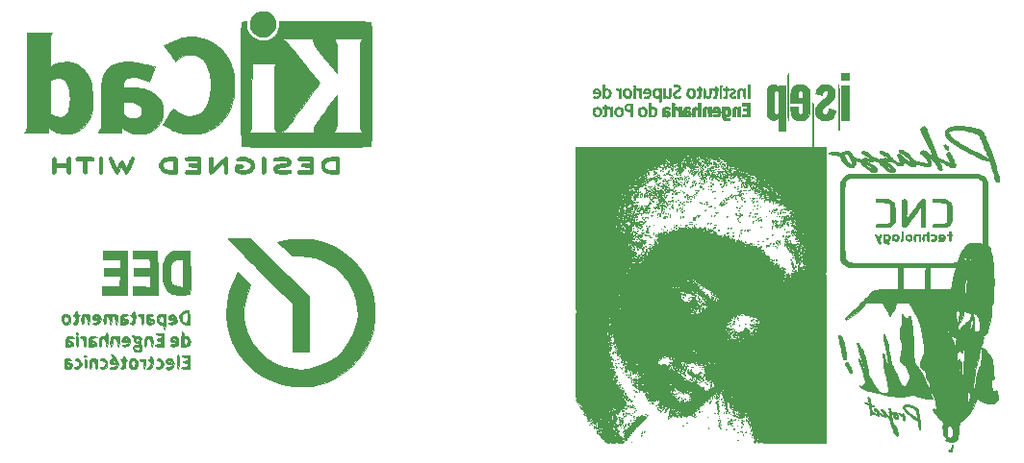
<source format=gbr>
G04 #@! TF.GenerationSoftware,KiCad,Pcbnew,(5.1.4)-1*
G04 #@! TF.CreationDate,2020-01-11T22:22:39+00:00*
G04 #@! TF.ProjectId,Plotter,506c6f74-7465-4722-9e6b-696361645f70,V1.0*
G04 #@! TF.SameCoordinates,Original*
G04 #@! TF.FileFunction,Legend,Bot*
G04 #@! TF.FilePolarity,Positive*
%FSLAX46Y46*%
G04 Gerber Fmt 4.6, Leading zero omitted, Abs format (unit mm)*
G04 Created by KiCad (PCBNEW (5.1.4)-1) date 2020-01-11 22:22:39*
%MOMM*%
%LPD*%
G04 APERTURE LIST*
%ADD10C,0.010000*%
G04 APERTURE END LIST*
D10*
G36*
X168698333Y-97684167D02*
G01*
X168719500Y-97705334D01*
X168740666Y-97684167D01*
X168719500Y-97663000D01*
X168698333Y-97684167D01*
X168698333Y-97684167D01*
G37*
X168698333Y-97684167D02*
X168719500Y-97705334D01*
X168740666Y-97684167D01*
X168719500Y-97663000D01*
X168698333Y-97684167D01*
G36*
X164817778Y-96364778D02*
G01*
X164812711Y-96415018D01*
X164817778Y-96421222D01*
X164842945Y-96415411D01*
X164846000Y-96393000D01*
X164830511Y-96358155D01*
X164817778Y-96364778D01*
X164817778Y-96364778D01*
G37*
X164817778Y-96364778D02*
X164812711Y-96415018D01*
X164817778Y-96421222D01*
X164842945Y-96415411D01*
X164846000Y-96393000D01*
X164830511Y-96358155D01*
X164817778Y-96364778D01*
G36*
X162447111Y-97507778D02*
G01*
X162442044Y-97558018D01*
X162447111Y-97564222D01*
X162472278Y-97558411D01*
X162475333Y-97536000D01*
X162459844Y-97501155D01*
X162447111Y-97507778D01*
X162447111Y-97507778D01*
G37*
X162447111Y-97507778D02*
X162442044Y-97558018D01*
X162447111Y-97564222D01*
X162472278Y-97558411D01*
X162475333Y-97536000D01*
X162459844Y-97501155D01*
X162447111Y-97507778D01*
G36*
X162447111Y-97846445D02*
G01*
X162442044Y-97896684D01*
X162447111Y-97902889D01*
X162472278Y-97897078D01*
X162475333Y-97874667D01*
X162459844Y-97839822D01*
X162447111Y-97846445D01*
X162447111Y-97846445D01*
G37*
X162447111Y-97846445D02*
X162442044Y-97896684D01*
X162447111Y-97902889D01*
X162472278Y-97897078D01*
X162475333Y-97874667D01*
X162459844Y-97839822D01*
X162447111Y-97846445D01*
G36*
X162306000Y-97938167D02*
G01*
X162327166Y-97959334D01*
X162348333Y-97938167D01*
X162327166Y-97917000D01*
X162306000Y-97938167D01*
X162306000Y-97938167D01*
G37*
X162306000Y-97938167D02*
X162327166Y-97959334D01*
X162348333Y-97938167D01*
X162327166Y-97917000D01*
X162306000Y-97938167D01*
G36*
X172894393Y-97863319D02*
G01*
X172895228Y-97927150D01*
X172931079Y-97980137D01*
X172931182Y-97980200D01*
X172954545Y-97973029D01*
X172945154Y-97933421D01*
X172936914Y-97884153D01*
X172973347Y-97895430D01*
X173009479Y-97907079D01*
X172999209Y-97881208D01*
X172945755Y-97835705D01*
X172929168Y-97832334D01*
X172894393Y-97863319D01*
X172894393Y-97863319D01*
G37*
X172894393Y-97863319D02*
X172895228Y-97927150D01*
X172931079Y-97980137D01*
X172931182Y-97980200D01*
X172954545Y-97973029D01*
X172945154Y-97933421D01*
X172936914Y-97884153D01*
X172973347Y-97895430D01*
X173009479Y-97907079D01*
X172999209Y-97881208D01*
X172945755Y-97835705D01*
X172929168Y-97832334D01*
X172894393Y-97863319D01*
G36*
X161685552Y-98281602D02*
G01*
X161692166Y-98298000D01*
X161730208Y-98338385D01*
X161736998Y-98340334D01*
X161755181Y-98307581D01*
X161755666Y-98298000D01*
X161723123Y-98257294D01*
X161710835Y-98255667D01*
X161685552Y-98281602D01*
X161685552Y-98281602D01*
G37*
X161685552Y-98281602D02*
X161692166Y-98298000D01*
X161730208Y-98338385D01*
X161736998Y-98340334D01*
X161755181Y-98307581D01*
X161755666Y-98298000D01*
X161723123Y-98257294D01*
X161710835Y-98255667D01*
X161685552Y-98281602D01*
G36*
X173344416Y-98947297D02*
G01*
X173339098Y-98962748D01*
X173397333Y-98968649D01*
X173457431Y-98961997D01*
X173450250Y-98947297D01*
X173363579Y-98941706D01*
X173344416Y-98947297D01*
X173344416Y-98947297D01*
G37*
X173344416Y-98947297D02*
X173339098Y-98962748D01*
X173397333Y-98968649D01*
X173457431Y-98961997D01*
X173450250Y-98947297D01*
X173363579Y-98941706D01*
X173344416Y-98947297D01*
G36*
X173792196Y-98874941D02*
G01*
X173786447Y-98887492D01*
X173806882Y-98926093D01*
X173841833Y-98933000D01*
X173894520Y-98911520D01*
X173897219Y-98887492D01*
X173853515Y-98843755D01*
X173841833Y-98841984D01*
X173792196Y-98874941D01*
X173792196Y-98874941D01*
G37*
X173792196Y-98874941D02*
X173786447Y-98887492D01*
X173806882Y-98926093D01*
X173841833Y-98933000D01*
X173894520Y-98911520D01*
X173897219Y-98887492D01*
X173853515Y-98843755D01*
X173841833Y-98841984D01*
X173792196Y-98874941D01*
G36*
X174431109Y-99376246D02*
G01*
X174434500Y-99398667D01*
X174470710Y-99439008D01*
X174476833Y-99441000D01*
X174510490Y-99411474D01*
X174519166Y-99398667D01*
X174509114Y-99362802D01*
X174476833Y-99356334D01*
X174431109Y-99376246D01*
X174431109Y-99376246D01*
G37*
X174431109Y-99376246D02*
X174434500Y-99398667D01*
X174470710Y-99439008D01*
X174476833Y-99441000D01*
X174510490Y-99411474D01*
X174519166Y-99398667D01*
X174509114Y-99362802D01*
X174476833Y-99356334D01*
X174431109Y-99376246D01*
G36*
X160711444Y-99412778D02*
G01*
X160706378Y-99463018D01*
X160711444Y-99469222D01*
X160736611Y-99463411D01*
X160739666Y-99441000D01*
X160724177Y-99406155D01*
X160711444Y-99412778D01*
X160711444Y-99412778D01*
G37*
X160711444Y-99412778D02*
X160706378Y-99463018D01*
X160711444Y-99469222D01*
X160736611Y-99463411D01*
X160739666Y-99441000D01*
X160724177Y-99406155D01*
X160711444Y-99412778D01*
G36*
X160583748Y-99517729D02*
G01*
X160578701Y-99583891D01*
X160587090Y-99598868D01*
X160606331Y-99586243D01*
X160609324Y-99543306D01*
X160598986Y-99498135D01*
X160583748Y-99517729D01*
X160583748Y-99517729D01*
G37*
X160583748Y-99517729D02*
X160578701Y-99583891D01*
X160587090Y-99598868D01*
X160606331Y-99586243D01*
X160609324Y-99543306D01*
X160598986Y-99498135D01*
X160583748Y-99517729D01*
G36*
X174655228Y-99810471D02*
G01*
X174646166Y-99822000D01*
X174631266Y-99860075D01*
X174671318Y-99845735D01*
X174709666Y-99822000D01*
X174742212Y-99788016D01*
X174722748Y-99780315D01*
X174655228Y-99810471D01*
X174655228Y-99810471D01*
G37*
X174655228Y-99810471D02*
X174646166Y-99822000D01*
X174631266Y-99860075D01*
X174671318Y-99845735D01*
X174709666Y-99822000D01*
X174742212Y-99788016D01*
X174722748Y-99780315D01*
X174655228Y-99810471D01*
G36*
X160542833Y-100704396D02*
G01*
X160534535Y-100763917D01*
X160531931Y-100868596D01*
X160523478Y-100920153D01*
X160542486Y-100979803D01*
X160575144Y-100996228D01*
X160619952Y-100988417D01*
X160640017Y-100926879D01*
X160643454Y-100839992D01*
X160630811Y-100715587D01*
X160592226Y-100669143D01*
X160586201Y-100668667D01*
X160542833Y-100704396D01*
X160542833Y-100704396D01*
G37*
X160542833Y-100704396D02*
X160534535Y-100763917D01*
X160531931Y-100868596D01*
X160523478Y-100920153D01*
X160542486Y-100979803D01*
X160575144Y-100996228D01*
X160619952Y-100988417D01*
X160640017Y-100926879D01*
X160643454Y-100839992D01*
X160630811Y-100715587D01*
X160592226Y-100669143D01*
X160586201Y-100668667D01*
X160542833Y-100704396D01*
G36*
X160401000Y-101113167D02*
G01*
X160422166Y-101134334D01*
X160443333Y-101113167D01*
X160422166Y-101092000D01*
X160401000Y-101113167D01*
X160401000Y-101113167D01*
G37*
X160401000Y-101113167D02*
X160422166Y-101134334D01*
X160443333Y-101113167D01*
X160422166Y-101092000D01*
X160401000Y-101113167D01*
G36*
X176667583Y-102920393D02*
G01*
X176606624Y-102968329D01*
X176593500Y-103018167D01*
X176625612Y-103093064D01*
X176667583Y-103115941D01*
X176723733Y-103104632D01*
X176741538Y-103029738D01*
X176741666Y-103018167D01*
X176727039Y-102936064D01*
X176675251Y-102919110D01*
X176667583Y-102920393D01*
X176667583Y-102920393D01*
G37*
X176667583Y-102920393D02*
X176606624Y-102968329D01*
X176593500Y-103018167D01*
X176625612Y-103093064D01*
X176667583Y-103115941D01*
X176723733Y-103104632D01*
X176741538Y-103029738D01*
X176741666Y-103018167D01*
X176727039Y-102936064D01*
X176675251Y-102919110D01*
X176667583Y-102920393D01*
G36*
X176307003Y-104729088D02*
G01*
X176307178Y-104800293D01*
X176341317Y-104817503D01*
X176376541Y-104783562D01*
X176376225Y-104722169D01*
X176363746Y-104695317D01*
X176332180Y-104673362D01*
X176307003Y-104729088D01*
X176307003Y-104729088D01*
G37*
X176307003Y-104729088D02*
X176307178Y-104800293D01*
X176341317Y-104817503D01*
X176376541Y-104783562D01*
X176376225Y-104722169D01*
X176363746Y-104695317D01*
X176332180Y-104673362D01*
X176307003Y-104729088D01*
G36*
X162350018Y-105103922D02*
G01*
X162348333Y-105116520D01*
X162315375Y-105142444D01*
X162263666Y-105134834D01*
X162193883Y-105132360D01*
X162179000Y-105169131D01*
X162208123Y-105254787D01*
X162277432Y-105279293D01*
X162358916Y-105233870D01*
X162420543Y-105148294D01*
X162427237Y-105088468D01*
X162390666Y-105071334D01*
X162350018Y-105103922D01*
X162350018Y-105103922D01*
G37*
X162350018Y-105103922D02*
X162348333Y-105116520D01*
X162315375Y-105142444D01*
X162263666Y-105134834D01*
X162193883Y-105132360D01*
X162179000Y-105169131D01*
X162208123Y-105254787D01*
X162277432Y-105279293D01*
X162358916Y-105233870D01*
X162420543Y-105148294D01*
X162427237Y-105088468D01*
X162390666Y-105071334D01*
X162350018Y-105103922D01*
G36*
X157861000Y-106066167D02*
G01*
X157882166Y-106087334D01*
X157903333Y-106066167D01*
X157882166Y-106045000D01*
X157861000Y-106066167D01*
X157861000Y-106066167D01*
G37*
X157861000Y-106066167D02*
X157882166Y-106087334D01*
X157903333Y-106066167D01*
X157882166Y-106045000D01*
X157861000Y-106066167D01*
G36*
X158368309Y-106108927D02*
G01*
X158343888Y-106159661D01*
X158349641Y-106174925D01*
X158390508Y-106212462D01*
X158410505Y-106169709D01*
X158411333Y-106148335D01*
X158390505Y-106104734D01*
X158368309Y-106108927D01*
X158368309Y-106108927D01*
G37*
X158368309Y-106108927D02*
X158343888Y-106159661D01*
X158349641Y-106174925D01*
X158390508Y-106212462D01*
X158410505Y-106169709D01*
X158411333Y-106148335D01*
X158390505Y-106104734D01*
X158368309Y-106108927D01*
G36*
X168233976Y-96124823D02*
G01*
X168232666Y-96139000D01*
X168268521Y-96171790D01*
X168327916Y-96180685D01*
X168389774Y-96174001D01*
X168374566Y-96149100D01*
X168359666Y-96139000D01*
X168272063Y-96099609D01*
X168233976Y-96124823D01*
X168233976Y-96124823D01*
G37*
X168233976Y-96124823D02*
X168232666Y-96139000D01*
X168268521Y-96171790D01*
X168327916Y-96180685D01*
X168389774Y-96174001D01*
X168374566Y-96149100D01*
X168359666Y-96139000D01*
X168272063Y-96099609D01*
X168233976Y-96124823D01*
G36*
X169291000Y-96202500D02*
G01*
X169312166Y-96223667D01*
X169333333Y-96202500D01*
X169312166Y-96181334D01*
X169291000Y-96202500D01*
X169291000Y-96202500D01*
G37*
X169291000Y-96202500D02*
X169312166Y-96223667D01*
X169333333Y-96202500D01*
X169312166Y-96181334D01*
X169291000Y-96202500D01*
G36*
X168093165Y-96212106D02*
G01*
X168084500Y-96223667D01*
X168094097Y-96259908D01*
X168124335Y-96266000D01*
X168182256Y-96243898D01*
X168190333Y-96223667D01*
X168159949Y-96182545D01*
X168150498Y-96181334D01*
X168093165Y-96212106D01*
X168093165Y-96212106D01*
G37*
X168093165Y-96212106D02*
X168084500Y-96223667D01*
X168094097Y-96259908D01*
X168124335Y-96266000D01*
X168182256Y-96243898D01*
X168190333Y-96223667D01*
X168159949Y-96182545D01*
X168150498Y-96181334D01*
X168093165Y-96212106D01*
G36*
X168444333Y-96329500D02*
G01*
X168465500Y-96350667D01*
X168486666Y-96329500D01*
X168465500Y-96308334D01*
X168444333Y-96329500D01*
X168444333Y-96329500D01*
G37*
X168444333Y-96329500D02*
X168465500Y-96350667D01*
X168486666Y-96329500D01*
X168465500Y-96308334D01*
X168444333Y-96329500D01*
G36*
X167809194Y-96367011D02*
G01*
X167738519Y-96388224D01*
X167720950Y-96413109D01*
X167744305Y-96461900D01*
X167802512Y-96456807D01*
X167845715Y-96421337D01*
X167868751Y-96376323D01*
X167819913Y-96366511D01*
X167809194Y-96367011D01*
X167809194Y-96367011D01*
G37*
X167809194Y-96367011D02*
X167738519Y-96388224D01*
X167720950Y-96413109D01*
X167744305Y-96461900D01*
X167802512Y-96456807D01*
X167845715Y-96421337D01*
X167868751Y-96376323D01*
X167819913Y-96366511D01*
X167809194Y-96367011D01*
G36*
X169080545Y-96423384D02*
G01*
X169079333Y-96432835D01*
X169110105Y-96490169D01*
X169121666Y-96498834D01*
X169157908Y-96489237D01*
X169164000Y-96458999D01*
X169141898Y-96401077D01*
X169121666Y-96393000D01*
X169080545Y-96423384D01*
X169080545Y-96423384D01*
G37*
X169080545Y-96423384D02*
X169079333Y-96432835D01*
X169110105Y-96490169D01*
X169121666Y-96498834D01*
X169157908Y-96489237D01*
X169164000Y-96458999D01*
X169141898Y-96401077D01*
X169121666Y-96393000D01*
X169080545Y-96423384D01*
G36*
X169460333Y-96498834D02*
G01*
X169481500Y-96520000D01*
X169502666Y-96498834D01*
X169481500Y-96477667D01*
X169460333Y-96498834D01*
X169460333Y-96498834D01*
G37*
X169460333Y-96498834D02*
X169481500Y-96520000D01*
X169502666Y-96498834D01*
X169481500Y-96477667D01*
X169460333Y-96498834D01*
G36*
X166199976Y-96456927D02*
G01*
X166175555Y-96507661D01*
X166181308Y-96522925D01*
X166222175Y-96560462D01*
X166242172Y-96517709D01*
X166243000Y-96496335D01*
X166222172Y-96452734D01*
X166199976Y-96456927D01*
X166199976Y-96456927D01*
G37*
X166199976Y-96456927D02*
X166175555Y-96507661D01*
X166181308Y-96522925D01*
X166222175Y-96560462D01*
X166242172Y-96517709D01*
X166243000Y-96496335D01*
X166222172Y-96452734D01*
X166199976Y-96456927D01*
G36*
X169375666Y-96541167D02*
G01*
X169396833Y-96562334D01*
X169418000Y-96541167D01*
X169396833Y-96520000D01*
X169375666Y-96541167D01*
X169375666Y-96541167D01*
G37*
X169375666Y-96541167D02*
X169396833Y-96562334D01*
X169418000Y-96541167D01*
X169396833Y-96520000D01*
X169375666Y-96541167D01*
G36*
X164507333Y-96583500D02*
G01*
X164528500Y-96604667D01*
X164549666Y-96583500D01*
X164528500Y-96562334D01*
X164507333Y-96583500D01*
X164507333Y-96583500D01*
G37*
X164507333Y-96583500D02*
X164528500Y-96604667D01*
X164549666Y-96583500D01*
X164528500Y-96562334D01*
X164507333Y-96583500D01*
G36*
X168053299Y-96469279D02*
G01*
X168036309Y-96498834D01*
X167990723Y-96557679D01*
X167943507Y-96536457D01*
X167923181Y-96488250D01*
X167907886Y-96450565D01*
X167899827Y-96493751D01*
X167898911Y-96509417D01*
X167912629Y-96580536D01*
X167979477Y-96603921D01*
X168006889Y-96604667D01*
X168079600Y-96596092D01*
X168091923Y-96576812D01*
X168090736Y-96525909D01*
X168111217Y-96492145D01*
X168136417Y-96444851D01*
X168109521Y-96435334D01*
X168053299Y-96469279D01*
X168053299Y-96469279D01*
G37*
X168053299Y-96469279D02*
X168036309Y-96498834D01*
X167990723Y-96557679D01*
X167943507Y-96536457D01*
X167923181Y-96488250D01*
X167907886Y-96450565D01*
X167899827Y-96493751D01*
X167898911Y-96509417D01*
X167912629Y-96580536D01*
X167979477Y-96603921D01*
X168006889Y-96604667D01*
X168079600Y-96596092D01*
X168091923Y-96576812D01*
X168090736Y-96525909D01*
X168111217Y-96492145D01*
X168136417Y-96444851D01*
X168109521Y-96435334D01*
X168053299Y-96469279D01*
G36*
X168150276Y-96306927D02*
G01*
X168121020Y-96346455D01*
X168143480Y-96369040D01*
X168186126Y-96379730D01*
X168190333Y-96371308D01*
X168214823Y-96375281D01*
X168257945Y-96412231D01*
X168302255Y-96490740D01*
X168301607Y-96542255D01*
X168298295Y-96596921D01*
X168350463Y-96590907D01*
X168402000Y-96560911D01*
X168441532Y-96521759D01*
X168407925Y-96484883D01*
X168390526Y-96474290D01*
X168338066Y-96425976D01*
X168334871Y-96398871D01*
X168324174Y-96354464D01*
X168264460Y-96314934D01*
X168190464Y-96297583D01*
X168150276Y-96306927D01*
X168150276Y-96306927D01*
G37*
X168150276Y-96306927D02*
X168121020Y-96346455D01*
X168143480Y-96369040D01*
X168186126Y-96379730D01*
X168190333Y-96371308D01*
X168214823Y-96375281D01*
X168257945Y-96412231D01*
X168302255Y-96490740D01*
X168301607Y-96542255D01*
X168298295Y-96596921D01*
X168350463Y-96590907D01*
X168402000Y-96560911D01*
X168441532Y-96521759D01*
X168407925Y-96484883D01*
X168390526Y-96474290D01*
X168338066Y-96425976D01*
X168334871Y-96398871D01*
X168324174Y-96354464D01*
X168264460Y-96314934D01*
X168190464Y-96297583D01*
X168150276Y-96306927D01*
G36*
X164253333Y-96625834D02*
G01*
X164274500Y-96647000D01*
X164295666Y-96625834D01*
X164274500Y-96604667D01*
X164253333Y-96625834D01*
X164253333Y-96625834D01*
G37*
X164253333Y-96625834D02*
X164274500Y-96647000D01*
X164295666Y-96625834D01*
X164274500Y-96604667D01*
X164253333Y-96625834D01*
G36*
X169292230Y-96636881D02*
G01*
X169291000Y-96647000D01*
X169323214Y-96688103D01*
X169333333Y-96689334D01*
X169374436Y-96657119D01*
X169375666Y-96647000D01*
X169343452Y-96605897D01*
X169333333Y-96604667D01*
X169292230Y-96636881D01*
X169292230Y-96636881D01*
G37*
X169292230Y-96636881D02*
X169291000Y-96647000D01*
X169323214Y-96688103D01*
X169333333Y-96689334D01*
X169374436Y-96657119D01*
X169375666Y-96647000D01*
X169343452Y-96605897D01*
X169333333Y-96604667D01*
X169292230Y-96636881D01*
G36*
X169897778Y-96618778D02*
G01*
X169892711Y-96669018D01*
X169897778Y-96675222D01*
X169922945Y-96669411D01*
X169926000Y-96647000D01*
X169910511Y-96612155D01*
X169897778Y-96618778D01*
X169897778Y-96618778D01*
G37*
X169897778Y-96618778D02*
X169892711Y-96669018D01*
X169897778Y-96675222D01*
X169922945Y-96669411D01*
X169926000Y-96647000D01*
X169910511Y-96612155D01*
X169897778Y-96618778D01*
G36*
X165865818Y-96655816D02*
G01*
X165871006Y-96695186D01*
X165894322Y-96727053D01*
X165921988Y-96695015D01*
X165937522Y-96632693D01*
X165929739Y-96615961D01*
X165887889Y-96609010D01*
X165865818Y-96655816D01*
X165865818Y-96655816D01*
G37*
X165865818Y-96655816D02*
X165871006Y-96695186D01*
X165894322Y-96727053D01*
X165921988Y-96695015D01*
X165937522Y-96632693D01*
X165929739Y-96615961D01*
X165887889Y-96609010D01*
X165865818Y-96655816D01*
G36*
X166787102Y-96556392D02*
G01*
X166762140Y-96671829D01*
X166770759Y-96721458D01*
X166807444Y-96703445D01*
X166826295Y-96644905D01*
X166831849Y-96544695D01*
X166828031Y-96414167D01*
X166787102Y-96556392D01*
X166787102Y-96556392D01*
G37*
X166787102Y-96556392D02*
X166762140Y-96671829D01*
X166770759Y-96721458D01*
X166807444Y-96703445D01*
X166826295Y-96644905D01*
X166831849Y-96544695D01*
X166828031Y-96414167D01*
X166787102Y-96556392D01*
G36*
X168532324Y-96544523D02*
G01*
X168529000Y-96559835D01*
X168494751Y-96599594D01*
X168465500Y-96604667D01*
X168409202Y-96629917D01*
X168402000Y-96651529D01*
X168433222Y-96678709D01*
X168472699Y-96671262D01*
X168549213Y-96673992D01*
X168577884Y-96698483D01*
X168604717Y-96716857D01*
X168613018Y-96660082D01*
X168596241Y-96574715D01*
X168571333Y-96541167D01*
X168532324Y-96544523D01*
X168532324Y-96544523D01*
G37*
X168532324Y-96544523D02*
X168529000Y-96559835D01*
X168494751Y-96599594D01*
X168465500Y-96604667D01*
X168409202Y-96629917D01*
X168402000Y-96651529D01*
X168433222Y-96678709D01*
X168472699Y-96671262D01*
X168549213Y-96673992D01*
X168577884Y-96698483D01*
X168604717Y-96716857D01*
X168613018Y-96660082D01*
X168596241Y-96574715D01*
X168571333Y-96541167D01*
X168532324Y-96544523D01*
G36*
X169520944Y-96620491D02*
G01*
X169502666Y-96644502D01*
X169530229Y-96701584D01*
X169591081Y-96699723D01*
X169630053Y-96667701D01*
X169656832Y-96619392D01*
X169612435Y-96604997D01*
X169592517Y-96604667D01*
X169520944Y-96620491D01*
X169520944Y-96620491D01*
G37*
X169520944Y-96620491D02*
X169502666Y-96644502D01*
X169530229Y-96701584D01*
X169591081Y-96699723D01*
X169630053Y-96667701D01*
X169656832Y-96619392D01*
X169612435Y-96604997D01*
X169592517Y-96604667D01*
X169520944Y-96620491D01*
G36*
X167139206Y-96680916D02*
G01*
X167132000Y-96710500D01*
X167152453Y-96766871D01*
X167169804Y-96774000D01*
X167216082Y-96740311D01*
X167231975Y-96710500D01*
X167225471Y-96655886D01*
X167194171Y-96647000D01*
X167139206Y-96680916D01*
X167139206Y-96680916D01*
G37*
X167139206Y-96680916D02*
X167132000Y-96710500D01*
X167152453Y-96766871D01*
X167169804Y-96774000D01*
X167216082Y-96740311D01*
X167231975Y-96710500D01*
X167225471Y-96655886D01*
X167194171Y-96647000D01*
X167139206Y-96680916D01*
G36*
X167865778Y-96745778D02*
G01*
X167871589Y-96770945D01*
X167894000Y-96774000D01*
X167928845Y-96758511D01*
X167922222Y-96745778D01*
X167871982Y-96740711D01*
X167865778Y-96745778D01*
X167865778Y-96745778D01*
G37*
X167865778Y-96745778D02*
X167871589Y-96770945D01*
X167894000Y-96774000D01*
X167928845Y-96758511D01*
X167922222Y-96745778D01*
X167871982Y-96740711D01*
X167865778Y-96745778D01*
G36*
X169122897Y-96721548D02*
G01*
X169121666Y-96731667D01*
X169153881Y-96772770D01*
X169164000Y-96774000D01*
X169205103Y-96741786D01*
X169206333Y-96731667D01*
X169174119Y-96690564D01*
X169164000Y-96689334D01*
X169122897Y-96721548D01*
X169122897Y-96721548D01*
G37*
X169122897Y-96721548D02*
X169121666Y-96731667D01*
X169153881Y-96772770D01*
X169164000Y-96774000D01*
X169205103Y-96741786D01*
X169206333Y-96731667D01*
X169174119Y-96690564D01*
X169164000Y-96689334D01*
X169122897Y-96721548D01*
G36*
X168317333Y-96795167D02*
G01*
X168338500Y-96816334D01*
X168359666Y-96795167D01*
X168338500Y-96774000D01*
X168317333Y-96795167D01*
X168317333Y-96795167D01*
G37*
X168317333Y-96795167D02*
X168338500Y-96816334D01*
X168359666Y-96795167D01*
X168338500Y-96774000D01*
X168317333Y-96795167D01*
G36*
X165529313Y-96721123D02*
G01*
X165494545Y-96785994D01*
X165489492Y-96838203D01*
X165491813Y-96841257D01*
X165531532Y-96833562D01*
X165545726Y-96824615D01*
X165588207Y-96769317D01*
X165596361Y-96711462D01*
X165570196Y-96689334D01*
X165529313Y-96721123D01*
X165529313Y-96721123D01*
G37*
X165529313Y-96721123D02*
X165494545Y-96785994D01*
X165489492Y-96838203D01*
X165491813Y-96841257D01*
X165531532Y-96833562D01*
X165545726Y-96824615D01*
X165588207Y-96769317D01*
X165596361Y-96711462D01*
X165570196Y-96689334D01*
X165529313Y-96721123D01*
G36*
X168194270Y-96515079D02*
G01*
X168177192Y-96589690D01*
X168177798Y-96700424D01*
X168193425Y-96804617D01*
X168215479Y-96855139D01*
X168225162Y-96827796D01*
X168231088Y-96738546D01*
X168232018Y-96664639D01*
X168225701Y-96543589D01*
X168208151Y-96502888D01*
X168194270Y-96515079D01*
X168194270Y-96515079D01*
G37*
X168194270Y-96515079D02*
X168177192Y-96589690D01*
X168177798Y-96700424D01*
X168193425Y-96804617D01*
X168215479Y-96855139D01*
X168225162Y-96827796D01*
X168231088Y-96738546D01*
X168232018Y-96664639D01*
X168225701Y-96543589D01*
X168208151Y-96502888D01*
X168194270Y-96515079D01*
G36*
X169718244Y-96718395D02*
G01*
X169698469Y-96778563D01*
X169730728Y-96829313D01*
X169738173Y-96832668D01*
X169793610Y-96848355D01*
X169802239Y-96846755D01*
X169819527Y-96748539D01*
X169795686Y-96693709D01*
X169778617Y-96689334D01*
X169718244Y-96718395D01*
X169718244Y-96718395D01*
G37*
X169718244Y-96718395D02*
X169698469Y-96778563D01*
X169730728Y-96829313D01*
X169738173Y-96832668D01*
X169793610Y-96848355D01*
X169802239Y-96846755D01*
X169819527Y-96748539D01*
X169795686Y-96693709D01*
X169778617Y-96689334D01*
X169718244Y-96718395D01*
G36*
X167766309Y-96795594D02*
G01*
X167741888Y-96846328D01*
X167747641Y-96861592D01*
X167788508Y-96899129D01*
X167808505Y-96856375D01*
X167809333Y-96835002D01*
X167788505Y-96791400D01*
X167766309Y-96795594D01*
X167766309Y-96795594D01*
G37*
X167766309Y-96795594D02*
X167741888Y-96846328D01*
X167747641Y-96861592D01*
X167788508Y-96899129D01*
X167808505Y-96856375D01*
X167809333Y-96835002D01*
X167788505Y-96791400D01*
X167766309Y-96795594D01*
G36*
X170942485Y-96849086D02*
G01*
X170942000Y-96858667D01*
X170974544Y-96899373D01*
X170986832Y-96901000D01*
X171012115Y-96875065D01*
X171005500Y-96858667D01*
X170967459Y-96818282D01*
X170960668Y-96816334D01*
X170942485Y-96849086D01*
X170942485Y-96849086D01*
G37*
X170942485Y-96849086D02*
X170942000Y-96858667D01*
X170974544Y-96899373D01*
X170986832Y-96901000D01*
X171012115Y-96875065D01*
X171005500Y-96858667D01*
X170967459Y-96818282D01*
X170960668Y-96816334D01*
X170942485Y-96849086D01*
G36*
X165184666Y-96922167D02*
G01*
X165205833Y-96943334D01*
X165227000Y-96922167D01*
X165205833Y-96901000D01*
X165184666Y-96922167D01*
X165184666Y-96922167D01*
G37*
X165184666Y-96922167D02*
X165205833Y-96943334D01*
X165227000Y-96922167D01*
X165205833Y-96901000D01*
X165184666Y-96922167D01*
G36*
X167307621Y-96882336D02*
G01*
X167301333Y-96901000D01*
X167336896Y-96935063D01*
X167388498Y-96943334D01*
X167447033Y-96927037D01*
X167449500Y-96901000D01*
X167388249Y-96862048D01*
X167362335Y-96858667D01*
X167307621Y-96882336D01*
X167307621Y-96882336D01*
G37*
X167307621Y-96882336D02*
X167301333Y-96901000D01*
X167336896Y-96935063D01*
X167388498Y-96943334D01*
X167447033Y-96927037D01*
X167449500Y-96901000D01*
X167388249Y-96862048D01*
X167362335Y-96858667D01*
X167307621Y-96882336D01*
G36*
X169171164Y-96881526D02*
G01*
X169164000Y-96901000D01*
X169198288Y-96938557D01*
X169227500Y-96943334D01*
X169283836Y-96920475D01*
X169291000Y-96901000D01*
X169256712Y-96863443D01*
X169227500Y-96858667D01*
X169171164Y-96881526D01*
X169171164Y-96881526D01*
G37*
X169171164Y-96881526D02*
X169164000Y-96901000D01*
X169198288Y-96938557D01*
X169227500Y-96943334D01*
X169283836Y-96920475D01*
X169291000Y-96901000D01*
X169256712Y-96863443D01*
X169227500Y-96858667D01*
X169171164Y-96881526D01*
G36*
X169422776Y-96850622D02*
G01*
X169418000Y-96879834D01*
X169440859Y-96936169D01*
X169460333Y-96943334D01*
X169497890Y-96909045D01*
X169502666Y-96879834D01*
X169479808Y-96823498D01*
X169460333Y-96816334D01*
X169422776Y-96850622D01*
X169422776Y-96850622D01*
G37*
X169422776Y-96850622D02*
X169418000Y-96879834D01*
X169440859Y-96936169D01*
X169460333Y-96943334D01*
X169497890Y-96909045D01*
X169502666Y-96879834D01*
X169479808Y-96823498D01*
X169460333Y-96816334D01*
X169422776Y-96850622D01*
G36*
X169587333Y-96922167D02*
G01*
X169608500Y-96943334D01*
X169629666Y-96922167D01*
X169608500Y-96901000D01*
X169587333Y-96922167D01*
X169587333Y-96922167D01*
G37*
X169587333Y-96922167D02*
X169608500Y-96943334D01*
X169629666Y-96922167D01*
X169608500Y-96901000D01*
X169587333Y-96922167D01*
G36*
X165348326Y-96830997D02*
G01*
X165325373Y-96913888D01*
X165349613Y-96955880D01*
X165382933Y-96967241D01*
X165394868Y-96905102D01*
X165395046Y-96877717D01*
X165390433Y-96797447D01*
X165373192Y-96792912D01*
X165348326Y-96830997D01*
X165348326Y-96830997D01*
G37*
X165348326Y-96830997D02*
X165325373Y-96913888D01*
X165349613Y-96955880D01*
X165382933Y-96967241D01*
X165394868Y-96905102D01*
X165395046Y-96877717D01*
X165390433Y-96797447D01*
X165373192Y-96792912D01*
X165348326Y-96830997D01*
G36*
X168025619Y-96892975D02*
G01*
X168021000Y-96922167D01*
X168030057Y-96978648D01*
X168037637Y-96985667D01*
X168064934Y-96952564D01*
X168078642Y-96922167D01*
X168079522Y-96867656D01*
X168062005Y-96858667D01*
X168025619Y-96892975D01*
X168025619Y-96892975D01*
G37*
X168025619Y-96892975D02*
X168021000Y-96922167D01*
X168030057Y-96978648D01*
X168037637Y-96985667D01*
X168064934Y-96952564D01*
X168078642Y-96922167D01*
X168079522Y-96867656D01*
X168062005Y-96858667D01*
X168025619Y-96892975D01*
G36*
X169855444Y-96957445D02*
G01*
X169861255Y-96982612D01*
X169883666Y-96985667D01*
X169918512Y-96970178D01*
X169911889Y-96957445D01*
X169861649Y-96952378D01*
X169855444Y-96957445D01*
X169855444Y-96957445D01*
G37*
X169855444Y-96957445D02*
X169861255Y-96982612D01*
X169883666Y-96985667D01*
X169918512Y-96970178D01*
X169911889Y-96957445D01*
X169861649Y-96952378D01*
X169855444Y-96957445D01*
G36*
X170603333Y-96964500D02*
G01*
X170624500Y-96985667D01*
X170645666Y-96964500D01*
X170624500Y-96943334D01*
X170603333Y-96964500D01*
X170603333Y-96964500D01*
G37*
X170603333Y-96964500D02*
X170624500Y-96985667D01*
X170645666Y-96964500D01*
X170624500Y-96943334D01*
X170603333Y-96964500D01*
G36*
X163692346Y-96947141D02*
G01*
X163671250Y-96975084D01*
X163692088Y-97016250D01*
X163766500Y-97028000D01*
X163848922Y-97011800D01*
X163861750Y-96975084D01*
X163810160Y-96930200D01*
X163766500Y-96922167D01*
X163692346Y-96947141D01*
X163692346Y-96947141D01*
G37*
X163692346Y-96947141D02*
X163671250Y-96975084D01*
X163692088Y-97016250D01*
X163766500Y-97028000D01*
X163848922Y-97011800D01*
X163861750Y-96975084D01*
X163810160Y-96930200D01*
X163766500Y-96922167D01*
X163692346Y-96947141D01*
G36*
X168799035Y-96482182D02*
G01*
X168801679Y-96510048D01*
X168846735Y-96562593D01*
X168894001Y-96633640D01*
X168895629Y-96675482D01*
X168869896Y-96671099D01*
X168867666Y-96654056D01*
X168839320Y-96607454D01*
X168825333Y-96604667D01*
X168783982Y-96629593D01*
X168791980Y-96682897D01*
X168839537Y-96732372D01*
X168867666Y-96743933D01*
X168938647Y-96800363D01*
X168951685Y-96865287D01*
X168945074Y-96930089D01*
X168920004Y-96918602D01*
X168907076Y-96901000D01*
X168875352Y-96865154D01*
X168873931Y-96904780D01*
X168876462Y-96921692D01*
X168901300Y-96975965D01*
X168968159Y-97002835D01*
X169079821Y-97011704D01*
X169165871Y-97011623D01*
X169180374Y-97005102D01*
X169149099Y-96998367D01*
X169064368Y-96973353D01*
X169042711Y-96919089D01*
X169049143Y-96870512D01*
X169048469Y-96741205D01*
X169008588Y-96614614D01*
X168942478Y-96517771D01*
X168863117Y-96477709D01*
X168860537Y-96477667D01*
X168799035Y-96482182D01*
X168799035Y-96482182D01*
G37*
X168799035Y-96482182D02*
X168801679Y-96510048D01*
X168846735Y-96562593D01*
X168894001Y-96633640D01*
X168895629Y-96675482D01*
X168869896Y-96671099D01*
X168867666Y-96654056D01*
X168839320Y-96607454D01*
X168825333Y-96604667D01*
X168783982Y-96629593D01*
X168791980Y-96682897D01*
X168839537Y-96732372D01*
X168867666Y-96743933D01*
X168938647Y-96800363D01*
X168951685Y-96865287D01*
X168945074Y-96930089D01*
X168920004Y-96918602D01*
X168907076Y-96901000D01*
X168875352Y-96865154D01*
X168873931Y-96904780D01*
X168876462Y-96921692D01*
X168901300Y-96975965D01*
X168968159Y-97002835D01*
X169079821Y-97011704D01*
X169165871Y-97011623D01*
X169180374Y-97005102D01*
X169149099Y-96998367D01*
X169064368Y-96973353D01*
X169042711Y-96919089D01*
X169049143Y-96870512D01*
X169048469Y-96741205D01*
X169008588Y-96614614D01*
X168942478Y-96517771D01*
X168863117Y-96477709D01*
X168860537Y-96477667D01*
X168799035Y-96482182D01*
G36*
X167555333Y-97049167D02*
G01*
X167576500Y-97070334D01*
X167597666Y-97049167D01*
X167576500Y-97028000D01*
X167555333Y-97049167D01*
X167555333Y-97049167D01*
G37*
X167555333Y-97049167D02*
X167576500Y-97070334D01*
X167597666Y-97049167D01*
X167576500Y-97028000D01*
X167555333Y-97049167D01*
G36*
X167656347Y-96951601D02*
G01*
X167680662Y-96989663D01*
X167697452Y-97006834D01*
X167758286Y-97058204D01*
X167783814Y-97070334D01*
X167791411Y-97038593D01*
X167782309Y-97006834D01*
X167727318Y-96950543D01*
X167695947Y-96943334D01*
X167656347Y-96951601D01*
X167656347Y-96951601D01*
G37*
X167656347Y-96951601D02*
X167680662Y-96989663D01*
X167697452Y-97006834D01*
X167758286Y-97058204D01*
X167783814Y-97070334D01*
X167791411Y-97038593D01*
X167782309Y-97006834D01*
X167727318Y-96950543D01*
X167695947Y-96943334D01*
X167656347Y-96951601D01*
G36*
X170209818Y-97016560D02*
G01*
X170201166Y-97028000D01*
X170203102Y-97067072D01*
X170217336Y-97070334D01*
X170277182Y-97039441D01*
X170285833Y-97028000D01*
X170283898Y-96988928D01*
X170269663Y-96985667D01*
X170209818Y-97016560D01*
X170209818Y-97016560D01*
G37*
X170209818Y-97016560D02*
X170201166Y-97028000D01*
X170203102Y-97067072D01*
X170217336Y-97070334D01*
X170277182Y-97039441D01*
X170285833Y-97028000D01*
X170283898Y-96988928D01*
X170269663Y-96985667D01*
X170209818Y-97016560D01*
G36*
X165015333Y-97091500D02*
G01*
X165036500Y-97112667D01*
X165057666Y-97091500D01*
X165036500Y-97070334D01*
X165015333Y-97091500D01*
X165015333Y-97091500D01*
G37*
X165015333Y-97091500D02*
X165036500Y-97112667D01*
X165057666Y-97091500D01*
X165036500Y-97070334D01*
X165015333Y-97091500D01*
G36*
X168233152Y-97060753D02*
G01*
X168232666Y-97070334D01*
X168265210Y-97111040D01*
X168277498Y-97112667D01*
X168302781Y-97086732D01*
X168296166Y-97070334D01*
X168258125Y-97029948D01*
X168251335Y-97028000D01*
X168233152Y-97060753D01*
X168233152Y-97060753D01*
G37*
X168233152Y-97060753D02*
X168232666Y-97070334D01*
X168265210Y-97111040D01*
X168277498Y-97112667D01*
X168302781Y-97086732D01*
X168296166Y-97070334D01*
X168258125Y-97029948D01*
X168251335Y-97028000D01*
X168233152Y-97060753D01*
G36*
X168698143Y-96861876D02*
G01*
X168674449Y-96887884D01*
X168630103Y-96935436D01*
X168615016Y-96912735D01*
X168614365Y-96901000D01*
X168606486Y-96859470D01*
X168576831Y-96893712D01*
X168573478Y-96898979D01*
X168550261Y-96969334D01*
X168555458Y-96994229D01*
X168541288Y-97023625D01*
X168512830Y-97028000D01*
X168439689Y-97052839D01*
X168423166Y-97070334D01*
X168422833Y-97107218D01*
X168470272Y-97112228D01*
X168537072Y-97090434D01*
X168594825Y-97046905D01*
X168601108Y-97038584D01*
X168647116Y-96990246D01*
X168685544Y-97014569D01*
X168691514Y-97023010D01*
X168726802Y-97052506D01*
X168754982Y-97006599D01*
X168759938Y-96991639D01*
X168773214Y-96895463D01*
X168748424Y-96847121D01*
X168698143Y-96861876D01*
X168698143Y-96861876D01*
G37*
X168698143Y-96861876D02*
X168674449Y-96887884D01*
X168630103Y-96935436D01*
X168615016Y-96912735D01*
X168614365Y-96901000D01*
X168606486Y-96859470D01*
X168576831Y-96893712D01*
X168573478Y-96898979D01*
X168550261Y-96969334D01*
X168555458Y-96994229D01*
X168541288Y-97023625D01*
X168512830Y-97028000D01*
X168439689Y-97052839D01*
X168423166Y-97070334D01*
X168422833Y-97107218D01*
X168470272Y-97112228D01*
X168537072Y-97090434D01*
X168594825Y-97046905D01*
X168601108Y-97038584D01*
X168647116Y-96990246D01*
X168685544Y-97014569D01*
X168691514Y-97023010D01*
X168726802Y-97052506D01*
X168754982Y-97006599D01*
X168759938Y-96991639D01*
X168773214Y-96895463D01*
X168748424Y-96847121D01*
X168698143Y-96861876D01*
G36*
X169559111Y-97042111D02*
G01*
X169554044Y-97092351D01*
X169559111Y-97098556D01*
X169584278Y-97092745D01*
X169587333Y-97070334D01*
X169571844Y-97035488D01*
X169559111Y-97042111D01*
X169559111Y-97042111D01*
G37*
X169559111Y-97042111D02*
X169554044Y-97092351D01*
X169559111Y-97098556D01*
X169584278Y-97092745D01*
X169587333Y-97070334D01*
X169571844Y-97035488D01*
X169559111Y-97042111D01*
G36*
X169629666Y-97091500D02*
G01*
X169650833Y-97112667D01*
X169672000Y-97091500D01*
X169650833Y-97070334D01*
X169629666Y-97091500D01*
X169629666Y-97091500D01*
G37*
X169629666Y-97091500D02*
X169650833Y-97112667D01*
X169672000Y-97091500D01*
X169650833Y-97070334D01*
X169629666Y-97091500D01*
G36*
X169714333Y-97091500D02*
G01*
X169735500Y-97112667D01*
X169756666Y-97091500D01*
X169735500Y-97070334D01*
X169714333Y-97091500D01*
X169714333Y-97091500D01*
G37*
X169714333Y-97091500D02*
X169735500Y-97112667D01*
X169756666Y-97091500D01*
X169735500Y-97070334D01*
X169714333Y-97091500D01*
G36*
X169799000Y-97091500D02*
G01*
X169820166Y-97112667D01*
X169841333Y-97091500D01*
X169820166Y-97070334D01*
X169799000Y-97091500D01*
X169799000Y-97091500D01*
G37*
X169799000Y-97091500D02*
X169820166Y-97112667D01*
X169841333Y-97091500D01*
X169820166Y-97070334D01*
X169799000Y-97091500D01*
G36*
X170307000Y-97091500D02*
G01*
X170328166Y-97112667D01*
X170349333Y-97091500D01*
X170328166Y-97070334D01*
X170307000Y-97091500D01*
X170307000Y-97091500D01*
G37*
X170307000Y-97091500D02*
X170328166Y-97112667D01*
X170349333Y-97091500D01*
X170328166Y-97070334D01*
X170307000Y-97091500D01*
G36*
X170476333Y-97091500D02*
G01*
X170497500Y-97112667D01*
X170518666Y-97091500D01*
X170497500Y-97070334D01*
X170476333Y-97091500D01*
X170476333Y-97091500D01*
G37*
X170476333Y-97091500D02*
X170497500Y-97112667D01*
X170518666Y-97091500D01*
X170497500Y-97070334D01*
X170476333Y-97091500D01*
G36*
X163787666Y-97133834D02*
G01*
X163808833Y-97155000D01*
X163830000Y-97133834D01*
X163808833Y-97112667D01*
X163787666Y-97133834D01*
X163787666Y-97133834D01*
G37*
X163787666Y-97133834D02*
X163808833Y-97155000D01*
X163830000Y-97133834D01*
X163808833Y-97112667D01*
X163787666Y-97133834D01*
G36*
X164295666Y-97133834D02*
G01*
X164316833Y-97155000D01*
X164338000Y-97133834D01*
X164316833Y-97112667D01*
X164295666Y-97133834D01*
X164295666Y-97133834D01*
G37*
X164295666Y-97133834D02*
X164316833Y-97155000D01*
X164338000Y-97133834D01*
X164316833Y-97112667D01*
X164295666Y-97133834D01*
G36*
X169153416Y-97126964D02*
G01*
X169148098Y-97142415D01*
X169206333Y-97148316D01*
X169266431Y-97141663D01*
X169259250Y-97126964D01*
X169172579Y-97121372D01*
X169153416Y-97126964D01*
X169153416Y-97126964D01*
G37*
X169153416Y-97126964D02*
X169148098Y-97142415D01*
X169206333Y-97148316D01*
X169266431Y-97141663D01*
X169259250Y-97126964D01*
X169172579Y-97121372D01*
X169153416Y-97126964D01*
G36*
X165403497Y-97135526D02*
G01*
X165396333Y-97155000D01*
X165430621Y-97192557D01*
X165459833Y-97197334D01*
X165516169Y-97174475D01*
X165523333Y-97155000D01*
X165489045Y-97117443D01*
X165459833Y-97112667D01*
X165403497Y-97135526D01*
X165403497Y-97135526D01*
G37*
X165403497Y-97135526D02*
X165396333Y-97155000D01*
X165430621Y-97192557D01*
X165459833Y-97197334D01*
X165516169Y-97174475D01*
X165523333Y-97155000D01*
X165489045Y-97117443D01*
X165459833Y-97112667D01*
X165403497Y-97135526D01*
G36*
X167163772Y-96889104D02*
G01*
X167121416Y-96911225D01*
X167047767Y-96951098D01*
X167019024Y-96964587D01*
X167004920Y-97000375D01*
X166982685Y-97081004D01*
X166973880Y-97169458D01*
X166997466Y-97197334D01*
X167036963Y-97161323D01*
X167054993Y-97102084D01*
X167093839Y-97025291D01*
X167142604Y-97012713D01*
X167205232Y-96985453D01*
X167216666Y-96938271D01*
X167207369Y-96884635D01*
X167163772Y-96889104D01*
X167163772Y-96889104D01*
G37*
X167163772Y-96889104D02*
X167121416Y-96911225D01*
X167047767Y-96951098D01*
X167019024Y-96964587D01*
X167004920Y-97000375D01*
X166982685Y-97081004D01*
X166973880Y-97169458D01*
X166997466Y-97197334D01*
X167036963Y-97161323D01*
X167054993Y-97102084D01*
X167093839Y-97025291D01*
X167142604Y-97012713D01*
X167205232Y-96985453D01*
X167216666Y-96938271D01*
X167207369Y-96884635D01*
X167163772Y-96889104D01*
G36*
X167188444Y-97126778D02*
G01*
X167183378Y-97177018D01*
X167188444Y-97183222D01*
X167213611Y-97177411D01*
X167216666Y-97155000D01*
X167201177Y-97120155D01*
X167188444Y-97126778D01*
X167188444Y-97126778D01*
G37*
X167188444Y-97126778D02*
X167183378Y-97177018D01*
X167188444Y-97183222D01*
X167213611Y-97177411D01*
X167216666Y-97155000D01*
X167201177Y-97120155D01*
X167188444Y-97126778D01*
G36*
X167386000Y-97176167D02*
G01*
X167407166Y-97197334D01*
X167428333Y-97176167D01*
X167407166Y-97155000D01*
X167386000Y-97176167D01*
X167386000Y-97176167D01*
G37*
X167386000Y-97176167D02*
X167407166Y-97197334D01*
X167428333Y-97176167D01*
X167407166Y-97155000D01*
X167386000Y-97176167D01*
G36*
X167851666Y-97176167D02*
G01*
X167872833Y-97197334D01*
X167894000Y-97176167D01*
X167872833Y-97155000D01*
X167851666Y-97176167D01*
X167851666Y-97176167D01*
G37*
X167851666Y-97176167D02*
X167872833Y-97197334D01*
X167894000Y-97176167D01*
X167872833Y-97155000D01*
X167851666Y-97176167D01*
G36*
X168924701Y-97133060D02*
G01*
X168910000Y-97150576D01*
X168942661Y-97177846D01*
X169007937Y-97180755D01*
X169056770Y-97157248D01*
X169057096Y-97156732D01*
X169036227Y-97132652D01*
X168991734Y-97124086D01*
X168924701Y-97133060D01*
X168924701Y-97133060D01*
G37*
X168924701Y-97133060D02*
X168910000Y-97150576D01*
X168942661Y-97177846D01*
X169007937Y-97180755D01*
X169056770Y-97157248D01*
X169057096Y-97156732D01*
X169036227Y-97132652D01*
X168991734Y-97124086D01*
X168924701Y-97133060D01*
G36*
X169905157Y-97092351D02*
G01*
X169915422Y-97115044D01*
X169995055Y-97158704D01*
X170011744Y-97166946D01*
X170119142Y-97206206D01*
X170229731Y-97226897D01*
X170319902Y-97227774D01*
X170366048Y-97207593D01*
X170363166Y-97185467D01*
X170310175Y-97164776D01*
X170286411Y-97170087D01*
X170213502Y-97163759D01*
X170141872Y-97127781D01*
X170035945Y-97083958D01*
X169957096Y-97079109D01*
X169905157Y-97092351D01*
X169905157Y-97092351D01*
G37*
X169905157Y-97092351D02*
X169915422Y-97115044D01*
X169995055Y-97158704D01*
X170011744Y-97166946D01*
X170119142Y-97206206D01*
X170229731Y-97226897D01*
X170319902Y-97227774D01*
X170366048Y-97207593D01*
X170363166Y-97185467D01*
X170310175Y-97164776D01*
X170286411Y-97170087D01*
X170213502Y-97163759D01*
X170141872Y-97127781D01*
X170035945Y-97083958D01*
X169957096Y-97079109D01*
X169905157Y-97092351D01*
G36*
X164098111Y-97253778D02*
G01*
X164103922Y-97278945D01*
X164126333Y-97282000D01*
X164161178Y-97266511D01*
X164154555Y-97253778D01*
X164104316Y-97248711D01*
X164098111Y-97253778D01*
X164098111Y-97253778D01*
G37*
X164098111Y-97253778D02*
X164103922Y-97278945D01*
X164126333Y-97282000D01*
X164161178Y-97266511D01*
X164154555Y-97253778D01*
X164104316Y-97248711D01*
X164098111Y-97253778D01*
G36*
X164846000Y-97260834D02*
G01*
X164867166Y-97282000D01*
X164888333Y-97260834D01*
X164867166Y-97239667D01*
X164846000Y-97260834D01*
X164846000Y-97260834D01*
G37*
X164846000Y-97260834D02*
X164867166Y-97282000D01*
X164888333Y-97260834D01*
X164867166Y-97239667D01*
X164846000Y-97260834D01*
G36*
X165155560Y-97064730D02*
G01*
X165133563Y-97153248D01*
X165133303Y-97155000D01*
X165128912Y-97243593D01*
X165144079Y-97281957D01*
X165144860Y-97282000D01*
X165171440Y-97245270D01*
X165193437Y-97156752D01*
X165193697Y-97155000D01*
X165198088Y-97066408D01*
X165182921Y-97028043D01*
X165182139Y-97028000D01*
X165155560Y-97064730D01*
X165155560Y-97064730D01*
G37*
X165155560Y-97064730D02*
X165133563Y-97153248D01*
X165133303Y-97155000D01*
X165128912Y-97243593D01*
X165144079Y-97281957D01*
X165144860Y-97282000D01*
X165171440Y-97245270D01*
X165193437Y-97156752D01*
X165193697Y-97155000D01*
X165198088Y-97066408D01*
X165182921Y-97028043D01*
X165182139Y-97028000D01*
X165155560Y-97064730D01*
G36*
X166539333Y-97260834D02*
G01*
X166560500Y-97282000D01*
X166581666Y-97260834D01*
X166560500Y-97239667D01*
X166539333Y-97260834D01*
X166539333Y-97260834D01*
G37*
X166539333Y-97260834D02*
X166560500Y-97282000D01*
X166581666Y-97260834D01*
X166560500Y-97239667D01*
X166539333Y-97260834D01*
G36*
X167386000Y-97260834D02*
G01*
X167407166Y-97282000D01*
X167428333Y-97260834D01*
X167407166Y-97239667D01*
X167386000Y-97260834D01*
X167386000Y-97260834D01*
G37*
X167386000Y-97260834D02*
X167407166Y-97282000D01*
X167428333Y-97260834D01*
X167407166Y-97239667D01*
X167386000Y-97260834D01*
G36*
X167659063Y-97180492D02*
G01*
X167682333Y-97218500D01*
X167746076Y-97271862D01*
X167777367Y-97282000D01*
X167790270Y-97256509D01*
X167767000Y-97218500D01*
X167703257Y-97165139D01*
X167671966Y-97155000D01*
X167659063Y-97180492D01*
X167659063Y-97180492D01*
G37*
X167659063Y-97180492D02*
X167682333Y-97218500D01*
X167746076Y-97271862D01*
X167777367Y-97282000D01*
X167790270Y-97256509D01*
X167767000Y-97218500D01*
X167703257Y-97165139D01*
X167671966Y-97155000D01*
X167659063Y-97180492D01*
G36*
X168784723Y-97228064D02*
G01*
X168783000Y-97239667D01*
X168797443Y-97280900D01*
X168801668Y-97282000D01*
X168837811Y-97252336D01*
X168846500Y-97239667D01*
X168843143Y-97200657D01*
X168827832Y-97197334D01*
X168784723Y-97228064D01*
X168784723Y-97228064D01*
G37*
X168784723Y-97228064D02*
X168783000Y-97239667D01*
X168797443Y-97280900D01*
X168801668Y-97282000D01*
X168837811Y-97252336D01*
X168846500Y-97239667D01*
X168843143Y-97200657D01*
X168827832Y-97197334D01*
X168784723Y-97228064D01*
G36*
X170603333Y-97107375D02*
G01*
X170640826Y-97145012D01*
X170736462Y-97162823D01*
X170846750Y-97158160D01*
X170895321Y-97171845D01*
X170889041Y-97212736D01*
X170834783Y-97250088D01*
X170825583Y-97252819D01*
X170775582Y-97268893D01*
X170807165Y-97275926D01*
X170823085Y-97277089D01*
X170900603Y-97257471D01*
X170923113Y-97235978D01*
X170925512Y-97170239D01*
X170846850Y-97116847D01*
X170739594Y-97087002D01*
X170636047Y-97079212D01*
X170603333Y-97107375D01*
X170603333Y-97107375D01*
G37*
X170603333Y-97107375D02*
X170640826Y-97145012D01*
X170736462Y-97162823D01*
X170846750Y-97158160D01*
X170895321Y-97171845D01*
X170889041Y-97212736D01*
X170834783Y-97250088D01*
X170825583Y-97252819D01*
X170775582Y-97268893D01*
X170807165Y-97275926D01*
X170823085Y-97277089D01*
X170900603Y-97257471D01*
X170923113Y-97235978D01*
X170925512Y-97170239D01*
X170846850Y-97116847D01*
X170739594Y-97087002D01*
X170636047Y-97079212D01*
X170603333Y-97107375D01*
G36*
X163512800Y-97282485D02*
G01*
X163558078Y-97317578D01*
X163606600Y-97323467D01*
X163618333Y-97307696D01*
X163585127Y-97280508D01*
X163552634Y-97265848D01*
X163508935Y-97262889D01*
X163512800Y-97282485D01*
X163512800Y-97282485D01*
G37*
X163512800Y-97282485D02*
X163558078Y-97317578D01*
X163606600Y-97323467D01*
X163618333Y-97307696D01*
X163585127Y-97280508D01*
X163552634Y-97265848D01*
X163508935Y-97262889D01*
X163512800Y-97282485D01*
G36*
X164285083Y-97296297D02*
G01*
X164279765Y-97311748D01*
X164338000Y-97317649D01*
X164398098Y-97310997D01*
X164390916Y-97296297D01*
X164304245Y-97290706D01*
X164285083Y-97296297D01*
X164285083Y-97296297D01*
G37*
X164285083Y-97296297D02*
X164279765Y-97311748D01*
X164338000Y-97317649D01*
X164398098Y-97310997D01*
X164390916Y-97296297D01*
X164304245Y-97290706D01*
X164285083Y-97296297D01*
G36*
X166795906Y-97168862D02*
G01*
X166770426Y-97200150D01*
X166753526Y-97242967D01*
X166783992Y-97271679D01*
X166870086Y-97301608D01*
X166937884Y-97316895D01*
X166938867Y-97287696D01*
X166912819Y-97243367D01*
X166848451Y-97166491D01*
X166795906Y-97168862D01*
X166795906Y-97168862D01*
G37*
X166795906Y-97168862D02*
X166770426Y-97200150D01*
X166753526Y-97242967D01*
X166783992Y-97271679D01*
X166870086Y-97301608D01*
X166937884Y-97316895D01*
X166938867Y-97287696D01*
X166912819Y-97243367D01*
X166848451Y-97166491D01*
X166795906Y-97168862D01*
G36*
X167230778Y-97296111D02*
G01*
X167236589Y-97321278D01*
X167259000Y-97324334D01*
X167293845Y-97308844D01*
X167287222Y-97296111D01*
X167236982Y-97291045D01*
X167230778Y-97296111D01*
X167230778Y-97296111D01*
G37*
X167230778Y-97296111D02*
X167236589Y-97321278D01*
X167259000Y-97324334D01*
X167293845Y-97308844D01*
X167287222Y-97296111D01*
X167236982Y-97291045D01*
X167230778Y-97296111D01*
G36*
X167566798Y-97298757D02*
G01*
X167579424Y-97317998D01*
X167622361Y-97320991D01*
X167667532Y-97310653D01*
X167647937Y-97295415D01*
X167581775Y-97290368D01*
X167566798Y-97298757D01*
X167566798Y-97298757D01*
G37*
X167566798Y-97298757D02*
X167579424Y-97317998D01*
X167622361Y-97320991D01*
X167667532Y-97310653D01*
X167647937Y-97295415D01*
X167581775Y-97290368D01*
X167566798Y-97298757D01*
G36*
X167978666Y-97303167D02*
G01*
X167999833Y-97324334D01*
X168021000Y-97303167D01*
X167999833Y-97282000D01*
X167978666Y-97303167D01*
X167978666Y-97303167D01*
G37*
X167978666Y-97303167D02*
X167999833Y-97324334D01*
X168021000Y-97303167D01*
X167999833Y-97282000D01*
X167978666Y-97303167D01*
G36*
X168497250Y-97184820D02*
G01*
X168371434Y-97208223D01*
X168317289Y-97230919D01*
X168322048Y-97258445D01*
X168323665Y-97260110D01*
X168374035Y-97263604D01*
X168469155Y-97244622D01*
X168478887Y-97241898D01*
X168568921Y-97228648D01*
X168615355Y-97242967D01*
X168602301Y-97274301D01*
X168560750Y-97296297D01*
X168537968Y-97316779D01*
X168553694Y-97320991D01*
X168621309Y-97301612D01*
X168627778Y-97296111D01*
X168664423Y-97229592D01*
X168627806Y-97188490D01*
X168527570Y-97181026D01*
X168497250Y-97184820D01*
X168497250Y-97184820D01*
G37*
X168497250Y-97184820D02*
X168371434Y-97208223D01*
X168317289Y-97230919D01*
X168322048Y-97258445D01*
X168323665Y-97260110D01*
X168374035Y-97263604D01*
X168469155Y-97244622D01*
X168478887Y-97241898D01*
X168568921Y-97228648D01*
X168615355Y-97242967D01*
X168602301Y-97274301D01*
X168560750Y-97296297D01*
X168537968Y-97316779D01*
X168553694Y-97320991D01*
X168621309Y-97301612D01*
X168627778Y-97296111D01*
X168664423Y-97229592D01*
X168627806Y-97188490D01*
X168527570Y-97181026D01*
X168497250Y-97184820D01*
G36*
X164817778Y-97338445D02*
G01*
X164812711Y-97388684D01*
X164817778Y-97394889D01*
X164842945Y-97389078D01*
X164846000Y-97366667D01*
X164830511Y-97331822D01*
X164817778Y-97338445D01*
X164817778Y-97338445D01*
G37*
X164817778Y-97338445D02*
X164812711Y-97388684D01*
X164817778Y-97394889D01*
X164842945Y-97389078D01*
X164846000Y-97366667D01*
X164830511Y-97331822D01*
X164817778Y-97338445D01*
G36*
X165537444Y-97338445D02*
G01*
X165532378Y-97388684D01*
X165537444Y-97394889D01*
X165562611Y-97389078D01*
X165565666Y-97366667D01*
X165550177Y-97331822D01*
X165537444Y-97338445D01*
X165537444Y-97338445D01*
G37*
X165537444Y-97338445D02*
X165532378Y-97388684D01*
X165537444Y-97394889D01*
X165562611Y-97389078D01*
X165565666Y-97366667D01*
X165550177Y-97331822D01*
X165537444Y-97338445D01*
G36*
X170054212Y-97312384D02*
G01*
X170053000Y-97321835D01*
X170083772Y-97379169D01*
X170095333Y-97387834D01*
X170131575Y-97378237D01*
X170137666Y-97347999D01*
X170115564Y-97290077D01*
X170095333Y-97282000D01*
X170054212Y-97312384D01*
X170054212Y-97312384D01*
G37*
X170054212Y-97312384D02*
X170053000Y-97321835D01*
X170083772Y-97379169D01*
X170095333Y-97387834D01*
X170131575Y-97378237D01*
X170137666Y-97347999D01*
X170115564Y-97290077D01*
X170095333Y-97282000D01*
X170054212Y-97312384D01*
G36*
X170236444Y-97338445D02*
G01*
X170231378Y-97388684D01*
X170236444Y-97394889D01*
X170261611Y-97389078D01*
X170264666Y-97366667D01*
X170249177Y-97331822D01*
X170236444Y-97338445D01*
X170236444Y-97338445D01*
G37*
X170236444Y-97338445D02*
X170231378Y-97388684D01*
X170236444Y-97394889D01*
X170261611Y-97389078D01*
X170264666Y-97366667D01*
X170249177Y-97331822D01*
X170236444Y-97338445D01*
G36*
X167017771Y-97375608D02*
G01*
X167005000Y-97411499D01*
X167031636Y-97448768D01*
X167085194Y-97435520D01*
X167112574Y-97406184D01*
X167124006Y-97349173D01*
X167117889Y-97338445D01*
X167068375Y-97335253D01*
X167017771Y-97375608D01*
X167017771Y-97375608D01*
G37*
X167017771Y-97375608D02*
X167005000Y-97411499D01*
X167031636Y-97448768D01*
X167085194Y-97435520D01*
X167112574Y-97406184D01*
X167124006Y-97349173D01*
X167117889Y-97338445D01*
X167068375Y-97335253D01*
X167017771Y-97375608D01*
G36*
X167230778Y-97423111D02*
G01*
X167236589Y-97448278D01*
X167259000Y-97451334D01*
X167293845Y-97435844D01*
X167287222Y-97423111D01*
X167236982Y-97418045D01*
X167230778Y-97423111D01*
X167230778Y-97423111D01*
G37*
X167230778Y-97423111D02*
X167236589Y-97448278D01*
X167259000Y-97451334D01*
X167293845Y-97435844D01*
X167287222Y-97423111D01*
X167236982Y-97418045D01*
X167230778Y-97423111D01*
G36*
X167629416Y-97421457D02*
G01*
X167609355Y-97431926D01*
X167662542Y-97438569D01*
X167724666Y-97439803D01*
X167816227Y-97436501D01*
X167841362Y-97428058D01*
X167819916Y-97421457D01*
X167696558Y-97414454D01*
X167629416Y-97421457D01*
X167629416Y-97421457D01*
G37*
X167629416Y-97421457D02*
X167609355Y-97431926D01*
X167662542Y-97438569D01*
X167724666Y-97439803D01*
X167816227Y-97436501D01*
X167841362Y-97428058D01*
X167819916Y-97421457D01*
X167696558Y-97414454D01*
X167629416Y-97421457D01*
G36*
X168714770Y-97377819D02*
G01*
X168656000Y-97409000D01*
X168616329Y-97441877D01*
X168654458Y-97450542D01*
X168664085Y-97450685D01*
X168740628Y-97429114D01*
X168761833Y-97409000D01*
X168765249Y-97371604D01*
X168714770Y-97377819D01*
X168714770Y-97377819D01*
G37*
X168714770Y-97377819D02*
X168656000Y-97409000D01*
X168616329Y-97441877D01*
X168654458Y-97450542D01*
X168664085Y-97450685D01*
X168740628Y-97429114D01*
X168761833Y-97409000D01*
X168765249Y-97371604D01*
X168714770Y-97377819D01*
G36*
X168881778Y-97380778D02*
G01*
X168876711Y-97431018D01*
X168881778Y-97437222D01*
X168906945Y-97431411D01*
X168910000Y-97409000D01*
X168894511Y-97374155D01*
X168881778Y-97380778D01*
X168881778Y-97380778D01*
G37*
X168881778Y-97380778D02*
X168876711Y-97431018D01*
X168881778Y-97437222D01*
X168906945Y-97431411D01*
X168910000Y-97409000D01*
X168894511Y-97374155D01*
X168881778Y-97380778D01*
G36*
X166648148Y-97355718D02*
G01*
X166633890Y-97383032D01*
X166607989Y-97467399D01*
X166626236Y-97493667D01*
X166677194Y-97459919D01*
X166692822Y-97431563D01*
X166709295Y-97348447D01*
X166688914Y-97318644D01*
X166648148Y-97355718D01*
X166648148Y-97355718D01*
G37*
X166648148Y-97355718D02*
X166633890Y-97383032D01*
X166607989Y-97467399D01*
X166626236Y-97493667D01*
X166677194Y-97459919D01*
X166692822Y-97431563D01*
X166709295Y-97348447D01*
X166688914Y-97318644D01*
X166648148Y-97355718D01*
G36*
X167451699Y-97435181D02*
G01*
X167392112Y-97469342D01*
X167402094Y-97491432D01*
X167425835Y-97493667D01*
X167483240Y-97462921D01*
X167491533Y-97451818D01*
X167484720Y-97427762D01*
X167451699Y-97435181D01*
X167451699Y-97435181D01*
G37*
X167451699Y-97435181D02*
X167392112Y-97469342D01*
X167402094Y-97491432D01*
X167425835Y-97493667D01*
X167483240Y-97462921D01*
X167491533Y-97451818D01*
X167484720Y-97427762D01*
X167451699Y-97435181D01*
G36*
X170530493Y-97298396D02*
G01*
X170539278Y-97321574D01*
X170564528Y-97324982D01*
X170603113Y-97332104D01*
X170566454Y-97362378D01*
X170565094Y-97363241D01*
X170539641Y-97391988D01*
X170590996Y-97404177D01*
X170607427Y-97405034D01*
X170795473Y-97417167D01*
X170904985Y-97435394D01*
X170941946Y-97460732D01*
X170942000Y-97461917D01*
X170972959Y-97490851D01*
X171036610Y-97486788D01*
X171089115Y-97452943D01*
X171090351Y-97451035D01*
X171099806Y-97424349D01*
X171079874Y-97402411D01*
X171015772Y-97379095D01*
X170892714Y-97348276D01*
X170780965Y-97322857D01*
X170651946Y-97299276D01*
X170559119Y-97292273D01*
X170530493Y-97298396D01*
X170530493Y-97298396D01*
G37*
X170530493Y-97298396D02*
X170539278Y-97321574D01*
X170564528Y-97324982D01*
X170603113Y-97332104D01*
X170566454Y-97362378D01*
X170565094Y-97363241D01*
X170539641Y-97391988D01*
X170590996Y-97404177D01*
X170607427Y-97405034D01*
X170795473Y-97417167D01*
X170904985Y-97435394D01*
X170941946Y-97460732D01*
X170942000Y-97461917D01*
X170972959Y-97490851D01*
X171036610Y-97486788D01*
X171089115Y-97452943D01*
X171090351Y-97451035D01*
X171099806Y-97424349D01*
X171079874Y-97402411D01*
X171015772Y-97379095D01*
X170892714Y-97348276D01*
X170780965Y-97322857D01*
X170651946Y-97299276D01*
X170559119Y-97292273D01*
X170530493Y-97298396D01*
G36*
X165481000Y-97514834D02*
G01*
X165502166Y-97536000D01*
X165523333Y-97514834D01*
X165502166Y-97493667D01*
X165481000Y-97514834D01*
X165481000Y-97514834D01*
G37*
X165481000Y-97514834D02*
X165502166Y-97536000D01*
X165523333Y-97514834D01*
X165502166Y-97493667D01*
X165481000Y-97514834D01*
G36*
X166022267Y-96598056D02*
G01*
X166012010Y-96687032D01*
X166029203Y-96801978D01*
X166051788Y-96869250D01*
X166057360Y-96927799D01*
X165996633Y-96943334D01*
X165917934Y-96911718D01*
X165891181Y-96869250D01*
X165875829Y-96829542D01*
X165867935Y-96870412D01*
X165866911Y-96887393D01*
X165890866Y-96991797D01*
X165925500Y-97043119D01*
X165982083Y-97111302D01*
X165967990Y-97135248D01*
X165904333Y-97124933D01*
X165831645Y-97068600D01*
X165812423Y-97012479D01*
X165797724Y-96831000D01*
X165788033Y-96716128D01*
X165782618Y-96657584D01*
X165743257Y-96610478D01*
X165713833Y-96604667D01*
X165656979Y-96628630D01*
X165663671Y-96675929D01*
X165703250Y-96701441D01*
X165734098Y-96731707D01*
X165710585Y-96797159D01*
X165700819Y-96814120D01*
X165669591Y-96913145D01*
X165685348Y-96957234D01*
X165723593Y-97031646D01*
X165751351Y-97130580D01*
X165763034Y-97222919D01*
X165753056Y-97277546D01*
X165743655Y-97282000D01*
X165708027Y-97245403D01*
X165678287Y-97157155D01*
X165677850Y-97155000D01*
X165643427Y-97059949D01*
X165602351Y-97030973D01*
X165571800Y-97071774D01*
X165565666Y-97130810D01*
X165592117Y-97234152D01*
X165655284Y-97323714D01*
X165730890Y-97366275D01*
X165738024Y-97366667D01*
X165773650Y-97396002D01*
X165769772Y-97456116D01*
X165730419Y-97505168D01*
X165724416Y-97507964D01*
X165696106Y-97527458D01*
X165722016Y-97532658D01*
X165785556Y-97504871D01*
X165827849Y-97461917D01*
X165900797Y-97394883D01*
X165946521Y-97373771D01*
X166059016Y-97319768D01*
X166094111Y-97238976D01*
X166009740Y-97238976D01*
X166000542Y-97275791D01*
X165970332Y-97282000D01*
X165862000Y-97282000D01*
X165846511Y-97316845D01*
X165833778Y-97310222D01*
X165828711Y-97259983D01*
X165833778Y-97253778D01*
X165858945Y-97259589D01*
X165862000Y-97282000D01*
X165970332Y-97282000D01*
X165912274Y-97272183D01*
X165904333Y-97263332D01*
X165935354Y-97223817D01*
X165991171Y-97222937D01*
X166009740Y-97238976D01*
X166094111Y-97238976D01*
X166102710Y-97219182D01*
X166096270Y-97126604D01*
X166085088Y-97033953D01*
X166104358Y-97005045D01*
X166135368Y-97012001D01*
X166193609Y-97059336D01*
X166202361Y-97085446D01*
X166220067Y-97087365D01*
X166261162Y-97028266D01*
X166267739Y-97016413D01*
X166308112Y-96902006D01*
X166283492Y-96833627D01*
X166219335Y-96816334D01*
X166161329Y-96792262D01*
X166153041Y-96774000D01*
X166137925Y-96692421D01*
X166137166Y-96689334D01*
X166121691Y-96607755D01*
X166121291Y-96604667D01*
X166082053Y-96565771D01*
X166059306Y-96562334D01*
X166022267Y-96598056D01*
X166022267Y-96598056D01*
G37*
X166022267Y-96598056D02*
X166012010Y-96687032D01*
X166029203Y-96801978D01*
X166051788Y-96869250D01*
X166057360Y-96927799D01*
X165996633Y-96943334D01*
X165917934Y-96911718D01*
X165891181Y-96869250D01*
X165875829Y-96829542D01*
X165867935Y-96870412D01*
X165866911Y-96887393D01*
X165890866Y-96991797D01*
X165925500Y-97043119D01*
X165982083Y-97111302D01*
X165967990Y-97135248D01*
X165904333Y-97124933D01*
X165831645Y-97068600D01*
X165812423Y-97012479D01*
X165797724Y-96831000D01*
X165788033Y-96716128D01*
X165782618Y-96657584D01*
X165743257Y-96610478D01*
X165713833Y-96604667D01*
X165656979Y-96628630D01*
X165663671Y-96675929D01*
X165703250Y-96701441D01*
X165734098Y-96731707D01*
X165710585Y-96797159D01*
X165700819Y-96814120D01*
X165669591Y-96913145D01*
X165685348Y-96957234D01*
X165723593Y-97031646D01*
X165751351Y-97130580D01*
X165763034Y-97222919D01*
X165753056Y-97277546D01*
X165743655Y-97282000D01*
X165708027Y-97245403D01*
X165678287Y-97157155D01*
X165677850Y-97155000D01*
X165643427Y-97059949D01*
X165602351Y-97030973D01*
X165571800Y-97071774D01*
X165565666Y-97130810D01*
X165592117Y-97234152D01*
X165655284Y-97323714D01*
X165730890Y-97366275D01*
X165738024Y-97366667D01*
X165773650Y-97396002D01*
X165769772Y-97456116D01*
X165730419Y-97505168D01*
X165724416Y-97507964D01*
X165696106Y-97527458D01*
X165722016Y-97532658D01*
X165785556Y-97504871D01*
X165827849Y-97461917D01*
X165900797Y-97394883D01*
X165946521Y-97373771D01*
X166059016Y-97319768D01*
X166094111Y-97238976D01*
X166009740Y-97238976D01*
X166000542Y-97275791D01*
X165970332Y-97282000D01*
X165862000Y-97282000D01*
X165846511Y-97316845D01*
X165833778Y-97310222D01*
X165828711Y-97259983D01*
X165833778Y-97253778D01*
X165858945Y-97259589D01*
X165862000Y-97282000D01*
X165970332Y-97282000D01*
X165912274Y-97272183D01*
X165904333Y-97263332D01*
X165935354Y-97223817D01*
X165991171Y-97222937D01*
X166009740Y-97238976D01*
X166094111Y-97238976D01*
X166102710Y-97219182D01*
X166096270Y-97126604D01*
X166085088Y-97033953D01*
X166104358Y-97005045D01*
X166135368Y-97012001D01*
X166193609Y-97059336D01*
X166202361Y-97085446D01*
X166220067Y-97087365D01*
X166261162Y-97028266D01*
X166267739Y-97016413D01*
X166308112Y-96902006D01*
X166283492Y-96833627D01*
X166219335Y-96816334D01*
X166161329Y-96792262D01*
X166153041Y-96774000D01*
X166137925Y-96692421D01*
X166137166Y-96689334D01*
X166121691Y-96607755D01*
X166121291Y-96604667D01*
X166082053Y-96565771D01*
X166059306Y-96562334D01*
X166022267Y-96598056D01*
G36*
X163736707Y-97395397D02*
G01*
X163723529Y-97410032D01*
X163665614Y-97436682D01*
X163604187Y-97432280D01*
X163553450Y-97423675D01*
X163565416Y-97434085D01*
X163614141Y-97493106D01*
X163618333Y-97518361D01*
X163638245Y-97571214D01*
X163698111Y-97549648D01*
X163758809Y-97495437D01*
X163804248Y-97426930D01*
X163793484Y-97391429D01*
X163736707Y-97395397D01*
X163736707Y-97395397D01*
G37*
X163736707Y-97395397D02*
X163723529Y-97410032D01*
X163665614Y-97436682D01*
X163604187Y-97432280D01*
X163553450Y-97423675D01*
X163565416Y-97434085D01*
X163614141Y-97493106D01*
X163618333Y-97518361D01*
X163638245Y-97571214D01*
X163698111Y-97549648D01*
X163758809Y-97495437D01*
X163804248Y-97426930D01*
X163793484Y-97391429D01*
X163736707Y-97395397D01*
G36*
X165269333Y-97557167D02*
G01*
X165290500Y-97578334D01*
X165311666Y-97557167D01*
X165290500Y-97536000D01*
X165269333Y-97557167D01*
X165269333Y-97557167D01*
G37*
X165269333Y-97557167D02*
X165290500Y-97578334D01*
X165311666Y-97557167D01*
X165290500Y-97536000D01*
X165269333Y-97557167D01*
G36*
X166854369Y-97444422D02*
G01*
X166847488Y-97496075D01*
X166856356Y-97566546D01*
X166881282Y-97560419D01*
X166916230Y-97519777D01*
X166940717Y-97465476D01*
X166903059Y-97437518D01*
X166854369Y-97444422D01*
X166854369Y-97444422D01*
G37*
X166854369Y-97444422D02*
X166847488Y-97496075D01*
X166856356Y-97566546D01*
X166881282Y-97560419D01*
X166916230Y-97519777D01*
X166940717Y-97465476D01*
X166903059Y-97437518D01*
X166854369Y-97444422D01*
G36*
X169545000Y-97557167D02*
G01*
X169566166Y-97578334D01*
X169587333Y-97557167D01*
X169566166Y-97536000D01*
X169545000Y-97557167D01*
X169545000Y-97557167D01*
G37*
X169545000Y-97557167D02*
X169566166Y-97578334D01*
X169587333Y-97557167D01*
X169566166Y-97536000D01*
X169545000Y-97557167D01*
G36*
X170277948Y-97521012D02*
G01*
X170285833Y-97536000D01*
X170325720Y-97576429D01*
X170333163Y-97578334D01*
X170336052Y-97550988D01*
X170328166Y-97536000D01*
X170288279Y-97495572D01*
X170280836Y-97493667D01*
X170277948Y-97521012D01*
X170277948Y-97521012D01*
G37*
X170277948Y-97521012D02*
X170285833Y-97536000D01*
X170325720Y-97576429D01*
X170333163Y-97578334D01*
X170336052Y-97550988D01*
X170328166Y-97536000D01*
X170288279Y-97495572D01*
X170280836Y-97493667D01*
X170277948Y-97521012D01*
G36*
X167092349Y-97518017D02*
G01*
X167028659Y-97558513D01*
X166972209Y-97604978D01*
X166985349Y-97619529D01*
X167034059Y-97620667D01*
X167131689Y-97591588D01*
X167174333Y-97557167D01*
X167197392Y-97506482D01*
X167163729Y-97493491D01*
X167092349Y-97518017D01*
X167092349Y-97518017D01*
G37*
X167092349Y-97518017D02*
X167028659Y-97558513D01*
X166972209Y-97604978D01*
X166985349Y-97619529D01*
X167034059Y-97620667D01*
X167131689Y-97591588D01*
X167174333Y-97557167D01*
X167197392Y-97506482D01*
X167163729Y-97493491D01*
X167092349Y-97518017D01*
G36*
X167428333Y-97599500D02*
G01*
X167449500Y-97620667D01*
X167470666Y-97599500D01*
X167449500Y-97578334D01*
X167428333Y-97599500D01*
X167428333Y-97599500D01*
G37*
X167428333Y-97599500D02*
X167449500Y-97620667D01*
X167470666Y-97599500D01*
X167449500Y-97578334D01*
X167428333Y-97599500D01*
G36*
X163505444Y-97592445D02*
G01*
X163500378Y-97642684D01*
X163505444Y-97648889D01*
X163530611Y-97643078D01*
X163533666Y-97620667D01*
X163518177Y-97585822D01*
X163505444Y-97592445D01*
X163505444Y-97592445D01*
G37*
X163505444Y-97592445D02*
X163500378Y-97642684D01*
X163505444Y-97648889D01*
X163530611Y-97643078D01*
X163533666Y-97620667D01*
X163518177Y-97585822D01*
X163505444Y-97592445D01*
G36*
X164419741Y-97601308D02*
G01*
X164382204Y-97642175D01*
X164424958Y-97662172D01*
X164446332Y-97663000D01*
X164489933Y-97642172D01*
X164485740Y-97619976D01*
X164435006Y-97595555D01*
X164419741Y-97601308D01*
X164419741Y-97601308D01*
G37*
X164419741Y-97601308D02*
X164382204Y-97642175D01*
X164424958Y-97662172D01*
X164446332Y-97663000D01*
X164489933Y-97642172D01*
X164485740Y-97619976D01*
X164435006Y-97595555D01*
X164419741Y-97601308D01*
G36*
X164600904Y-97499212D02*
G01*
X164647256Y-97540519D01*
X164744763Y-97588563D01*
X164783982Y-97603308D01*
X164908935Y-97645371D01*
X164965836Y-97658346D01*
X164966093Y-97642370D01*
X164929155Y-97605061D01*
X164854928Y-97554486D01*
X164759808Y-97511457D01*
X164669600Y-97484295D01*
X164610107Y-97481321D01*
X164600904Y-97499212D01*
X164600904Y-97499212D01*
G37*
X164600904Y-97499212D02*
X164647256Y-97540519D01*
X164744763Y-97588563D01*
X164783982Y-97603308D01*
X164908935Y-97645371D01*
X164965836Y-97658346D01*
X164966093Y-97642370D01*
X164929155Y-97605061D01*
X164854928Y-97554486D01*
X164759808Y-97511457D01*
X164669600Y-97484295D01*
X164610107Y-97481321D01*
X164600904Y-97499212D01*
G36*
X165536615Y-97605679D02*
G01*
X165544500Y-97620667D01*
X165584387Y-97661095D01*
X165591830Y-97663000D01*
X165594718Y-97635655D01*
X165586833Y-97620667D01*
X165546946Y-97580238D01*
X165539503Y-97578334D01*
X165536615Y-97605679D01*
X165536615Y-97605679D01*
G37*
X165536615Y-97605679D02*
X165544500Y-97620667D01*
X165584387Y-97661095D01*
X165591830Y-97663000D01*
X165594718Y-97635655D01*
X165586833Y-97620667D01*
X165546946Y-97580238D01*
X165539503Y-97578334D01*
X165536615Y-97605679D01*
G36*
X165777333Y-97641834D02*
G01*
X165798500Y-97663000D01*
X165819666Y-97641834D01*
X165798500Y-97620667D01*
X165777333Y-97641834D01*
X165777333Y-97641834D01*
G37*
X165777333Y-97641834D02*
X165798500Y-97663000D01*
X165819666Y-97641834D01*
X165798500Y-97620667D01*
X165777333Y-97641834D01*
G36*
X165876297Y-97525417D02*
G01*
X165870705Y-97612088D01*
X165876297Y-97631250D01*
X165891748Y-97636568D01*
X165897649Y-97578334D01*
X165890996Y-97518236D01*
X165876297Y-97525417D01*
X165876297Y-97525417D01*
G37*
X165876297Y-97525417D02*
X165870705Y-97612088D01*
X165876297Y-97631250D01*
X165891748Y-97636568D01*
X165897649Y-97578334D01*
X165890996Y-97518236D01*
X165876297Y-97525417D01*
G36*
X168152922Y-97210590D02*
G01*
X168185782Y-97253294D01*
X168220830Y-97322204D01*
X168215231Y-97355881D01*
X168172150Y-97351910D01*
X168146346Y-97323108D01*
X168114265Y-97285913D01*
X168106315Y-97317713D01*
X168141187Y-97373156D01*
X168190333Y-97396734D01*
X168261302Y-97453220D01*
X168275000Y-97522269D01*
X168260197Y-97594561D01*
X168226126Y-97595458D01*
X168197157Y-97590468D01*
X168207457Y-97614126D01*
X168270484Y-97652072D01*
X168365167Y-97661408D01*
X168445785Y-97640514D01*
X168463927Y-97623212D01*
X168460324Y-97559202D01*
X168412694Y-97461355D01*
X168337272Y-97355305D01*
X168250294Y-97266685D01*
X168226959Y-97249088D01*
X168159919Y-97204890D01*
X168152922Y-97210590D01*
X168152922Y-97210590D01*
G37*
X168152922Y-97210590D02*
X168185782Y-97253294D01*
X168220830Y-97322204D01*
X168215231Y-97355881D01*
X168172150Y-97351910D01*
X168146346Y-97323108D01*
X168114265Y-97285913D01*
X168106315Y-97317713D01*
X168141187Y-97373156D01*
X168190333Y-97396734D01*
X168261302Y-97453220D01*
X168275000Y-97522269D01*
X168260197Y-97594561D01*
X168226126Y-97595458D01*
X168197157Y-97590468D01*
X168207457Y-97614126D01*
X168270484Y-97652072D01*
X168365167Y-97661408D01*
X168445785Y-97640514D01*
X168463927Y-97623212D01*
X168460324Y-97559202D01*
X168412694Y-97461355D01*
X168337272Y-97355305D01*
X168250294Y-97266685D01*
X168226959Y-97249088D01*
X168159919Y-97204890D01*
X168152922Y-97210590D01*
G36*
X166962666Y-97684167D02*
G01*
X166983833Y-97705334D01*
X167005000Y-97684167D01*
X166983833Y-97663000D01*
X166962666Y-97684167D01*
X166962666Y-97684167D01*
G37*
X166962666Y-97684167D02*
X166983833Y-97705334D01*
X167005000Y-97684167D01*
X166983833Y-97663000D01*
X166962666Y-97684167D01*
G36*
X163957677Y-97652739D02*
G01*
X163957000Y-97660502D01*
X163987328Y-97718687D01*
X163992278Y-97722140D01*
X164023200Y-97709189D01*
X164027555Y-97682305D01*
X164007947Y-97627121D01*
X163992278Y-97620667D01*
X163957677Y-97652739D01*
X163957677Y-97652739D01*
G37*
X163957677Y-97652739D02*
X163957000Y-97660502D01*
X163987328Y-97718687D01*
X163992278Y-97722140D01*
X164023200Y-97709189D01*
X164027555Y-97682305D01*
X164007947Y-97627121D01*
X163992278Y-97620667D01*
X163957677Y-97652739D01*
G36*
X165062443Y-97654955D02*
G01*
X165057666Y-97684167D01*
X165080525Y-97740503D01*
X165100000Y-97747667D01*
X165137557Y-97713379D01*
X165142333Y-97684167D01*
X165119474Y-97627831D01*
X165100000Y-97620667D01*
X165062443Y-97654955D01*
X165062443Y-97654955D01*
G37*
X165062443Y-97654955D02*
X165057666Y-97684167D01*
X165080525Y-97740503D01*
X165100000Y-97747667D01*
X165137557Y-97713379D01*
X165142333Y-97684167D01*
X165119474Y-97627831D01*
X165100000Y-97620667D01*
X165062443Y-97654955D01*
G36*
X167513000Y-97726500D02*
G01*
X167534166Y-97747667D01*
X167555333Y-97726500D01*
X167534166Y-97705334D01*
X167513000Y-97726500D01*
X167513000Y-97726500D01*
G37*
X167513000Y-97726500D02*
X167534166Y-97747667D01*
X167555333Y-97726500D01*
X167534166Y-97705334D01*
X167513000Y-97726500D01*
G36*
X163850763Y-97563180D02*
G01*
X163811136Y-97613701D01*
X163814615Y-97641634D01*
X163799183Y-97695114D01*
X163759025Y-97713465D01*
X163706560Y-97729259D01*
X163735483Y-97749984D01*
X163752672Y-97756927D01*
X163813371Y-97754305D01*
X163859418Y-97680936D01*
X163866012Y-97662936D01*
X163888722Y-97579945D01*
X163872574Y-97557402D01*
X163850763Y-97563180D01*
X163850763Y-97563180D01*
G37*
X163850763Y-97563180D02*
X163811136Y-97613701D01*
X163814615Y-97641634D01*
X163799183Y-97695114D01*
X163759025Y-97713465D01*
X163706560Y-97729259D01*
X163735483Y-97749984D01*
X163752672Y-97756927D01*
X163813371Y-97754305D01*
X163859418Y-97680936D01*
X163866012Y-97662936D01*
X163888722Y-97579945D01*
X163872574Y-97557402D01*
X163850763Y-97563180D01*
G36*
X166214778Y-97719445D02*
G01*
X166209711Y-97769684D01*
X166214778Y-97775889D01*
X166239945Y-97770078D01*
X166243000Y-97747667D01*
X166227511Y-97712822D01*
X166214778Y-97719445D01*
X166214778Y-97719445D01*
G37*
X166214778Y-97719445D02*
X166209711Y-97769684D01*
X166214778Y-97775889D01*
X166239945Y-97770078D01*
X166243000Y-97747667D01*
X166227511Y-97712822D01*
X166214778Y-97719445D01*
G36*
X166511111Y-97719445D02*
G01*
X166506044Y-97769684D01*
X166511111Y-97775889D01*
X166536278Y-97770078D01*
X166539333Y-97747667D01*
X166523844Y-97712822D01*
X166511111Y-97719445D01*
X166511111Y-97719445D01*
G37*
X166511111Y-97719445D02*
X166506044Y-97769684D01*
X166511111Y-97775889D01*
X166536278Y-97770078D01*
X166539333Y-97747667D01*
X166523844Y-97712822D01*
X166511111Y-97719445D01*
G36*
X167684092Y-97547665D02*
G01*
X167659315Y-97574687D01*
X167661166Y-97578334D01*
X167653606Y-97617827D01*
X167631915Y-97623350D01*
X167622429Y-97637618D01*
X167674470Y-97665325D01*
X167738773Y-97709076D01*
X167746054Y-97747309D01*
X167758684Y-97781035D01*
X167805787Y-97790000D01*
X167864580Y-97778459D01*
X167866717Y-97727619D01*
X167852739Y-97686988D01*
X167835662Y-97597887D01*
X167864370Y-97563330D01*
X167863132Y-97548965D01*
X167794908Y-97540047D01*
X167775085Y-97539342D01*
X167684092Y-97547665D01*
X167684092Y-97547665D01*
G37*
X167684092Y-97547665D02*
X167659315Y-97574687D01*
X167661166Y-97578334D01*
X167653606Y-97617827D01*
X167631915Y-97623350D01*
X167622429Y-97637618D01*
X167674470Y-97665325D01*
X167738773Y-97709076D01*
X167746054Y-97747309D01*
X167758684Y-97781035D01*
X167805787Y-97790000D01*
X167864580Y-97778459D01*
X167866717Y-97727619D01*
X167852739Y-97686988D01*
X167835662Y-97597887D01*
X167864370Y-97563330D01*
X167863132Y-97548965D01*
X167794908Y-97540047D01*
X167775085Y-97539342D01*
X167684092Y-97547665D01*
G36*
X167965888Y-97471965D02*
G01*
X167966400Y-97536000D01*
X167965431Y-97603824D01*
X167941271Y-97620667D01*
X167896256Y-97649180D01*
X167894000Y-97661672D01*
X167925182Y-97684584D01*
X167959534Y-97677529D01*
X168035404Y-97687828D01*
X168081131Y-97729052D01*
X168121622Y-97777442D01*
X168130930Y-97753257D01*
X168126833Y-97702611D01*
X168116262Y-97589075D01*
X168111069Y-97525417D01*
X168070977Y-97462997D01*
X168024963Y-97451334D01*
X167965888Y-97471965D01*
X167965888Y-97471965D01*
G37*
X167965888Y-97471965D02*
X167966400Y-97536000D01*
X167965431Y-97603824D01*
X167941271Y-97620667D01*
X167896256Y-97649180D01*
X167894000Y-97661672D01*
X167925182Y-97684584D01*
X167959534Y-97677529D01*
X168035404Y-97687828D01*
X168081131Y-97729052D01*
X168121622Y-97777442D01*
X168130930Y-97753257D01*
X168126833Y-97702611D01*
X168116262Y-97589075D01*
X168111069Y-97525417D01*
X168070977Y-97462997D01*
X168024963Y-97451334D01*
X167965888Y-97471965D01*
G36*
X162835466Y-97790485D02*
G01*
X162880744Y-97825578D01*
X162929267Y-97831467D01*
X162941000Y-97815696D01*
X162907793Y-97788508D01*
X162875301Y-97773848D01*
X162831601Y-97770889D01*
X162835466Y-97790485D01*
X162835466Y-97790485D01*
G37*
X162835466Y-97790485D02*
X162880744Y-97825578D01*
X162929267Y-97831467D01*
X162941000Y-97815696D01*
X162907793Y-97788508D01*
X162875301Y-97773848D01*
X162831601Y-97770889D01*
X162835466Y-97790485D01*
G36*
X165777333Y-97811167D02*
G01*
X165798500Y-97832334D01*
X165819666Y-97811167D01*
X165798500Y-97790000D01*
X165777333Y-97811167D01*
X165777333Y-97811167D01*
G37*
X165777333Y-97811167D02*
X165798500Y-97832334D01*
X165819666Y-97811167D01*
X165798500Y-97790000D01*
X165777333Y-97811167D01*
G36*
X166327666Y-97853500D02*
G01*
X166348833Y-97874667D01*
X166370000Y-97853500D01*
X166348833Y-97832334D01*
X166327666Y-97853500D01*
X166327666Y-97853500D01*
G37*
X166327666Y-97853500D02*
X166348833Y-97874667D01*
X166370000Y-97853500D01*
X166348833Y-97832334D01*
X166327666Y-97853500D01*
G36*
X172085000Y-97833662D02*
G01*
X172119308Y-97870047D01*
X172148500Y-97874667D01*
X172204981Y-97865610D01*
X172212000Y-97858029D01*
X172178897Y-97830733D01*
X172148500Y-97817025D01*
X172093989Y-97816145D01*
X172085000Y-97833662D01*
X172085000Y-97833662D01*
G37*
X172085000Y-97833662D02*
X172119308Y-97870047D01*
X172148500Y-97874667D01*
X172204981Y-97865610D01*
X172212000Y-97858029D01*
X172178897Y-97830733D01*
X172148500Y-97817025D01*
X172093989Y-97816145D01*
X172085000Y-97833662D01*
G36*
X164974723Y-97863064D02*
G01*
X164973000Y-97874667D01*
X164987443Y-97915900D01*
X164991668Y-97917000D01*
X165027811Y-97887336D01*
X165036500Y-97874667D01*
X165033143Y-97835657D01*
X165017832Y-97832334D01*
X164974723Y-97863064D01*
X164974723Y-97863064D01*
G37*
X164974723Y-97863064D02*
X164973000Y-97874667D01*
X164987443Y-97915900D01*
X164991668Y-97917000D01*
X165027811Y-97887336D01*
X165036500Y-97874667D01*
X165033143Y-97835657D01*
X165017832Y-97832334D01*
X164974723Y-97863064D01*
G36*
X167555333Y-97895834D02*
G01*
X167576500Y-97917000D01*
X167597666Y-97895834D01*
X167576500Y-97874667D01*
X167555333Y-97895834D01*
X167555333Y-97895834D01*
G37*
X167555333Y-97895834D02*
X167576500Y-97917000D01*
X167597666Y-97895834D01*
X167576500Y-97874667D01*
X167555333Y-97895834D01*
G36*
X167957500Y-97821972D02*
G01*
X167878078Y-97846810D01*
X167851666Y-97870531D01*
X167886124Y-97891779D01*
X167959782Y-97898630D01*
X168028070Y-97888958D01*
X168044182Y-97879707D01*
X168063074Y-97833524D01*
X168011943Y-97816166D01*
X167957500Y-97821972D01*
X167957500Y-97821972D01*
G37*
X167957500Y-97821972D02*
X167878078Y-97846810D01*
X167851666Y-97870531D01*
X167886124Y-97891779D01*
X167959782Y-97898630D01*
X168028070Y-97888958D01*
X168044182Y-97879707D01*
X168063074Y-97833524D01*
X168011943Y-97816166D01*
X167957500Y-97821972D01*
G36*
X169042402Y-97740117D02*
G01*
X169037000Y-97775889D01*
X169049975Y-97822142D01*
X169065314Y-97818130D01*
X169113677Y-97821101D01*
X169171148Y-97859969D01*
X169228524Y-97905495D01*
X169247131Y-97887041D01*
X169248666Y-97843424D01*
X169211673Y-97755744D01*
X169116142Y-97708754D01*
X169075871Y-97705334D01*
X169042402Y-97740117D01*
X169042402Y-97740117D01*
G37*
X169042402Y-97740117D02*
X169037000Y-97775889D01*
X169049975Y-97822142D01*
X169065314Y-97818130D01*
X169113677Y-97821101D01*
X169171148Y-97859969D01*
X169228524Y-97905495D01*
X169247131Y-97887041D01*
X169248666Y-97843424D01*
X169211673Y-97755744D01*
X169116142Y-97708754D01*
X169075871Y-97705334D01*
X169042402Y-97740117D01*
G36*
X172296666Y-97895834D02*
G01*
X172317833Y-97917000D01*
X172339000Y-97895834D01*
X172317833Y-97874667D01*
X172296666Y-97895834D01*
X172296666Y-97895834D01*
G37*
X172296666Y-97895834D02*
X172317833Y-97917000D01*
X172339000Y-97895834D01*
X172317833Y-97874667D01*
X172296666Y-97895834D01*
G36*
X163966013Y-97824129D02*
G01*
X163957000Y-97872168D01*
X163974272Y-97942304D01*
X163999333Y-97959334D01*
X164037303Y-97925226D01*
X164041666Y-97898332D01*
X164015866Y-97826257D01*
X163999333Y-97811167D01*
X163966013Y-97824129D01*
X163966013Y-97824129D01*
G37*
X163966013Y-97824129D02*
X163957000Y-97872168D01*
X163974272Y-97942304D01*
X163999333Y-97959334D01*
X164037303Y-97925226D01*
X164041666Y-97898332D01*
X164015866Y-97826257D01*
X163999333Y-97811167D01*
X163966013Y-97824129D01*
G36*
X164126333Y-97938167D02*
G01*
X164147500Y-97959334D01*
X164168666Y-97938167D01*
X164147500Y-97917000D01*
X164126333Y-97938167D01*
X164126333Y-97938167D01*
G37*
X164126333Y-97938167D02*
X164147500Y-97959334D01*
X164168666Y-97938167D01*
X164147500Y-97917000D01*
X164126333Y-97938167D01*
G36*
X165155748Y-97866729D02*
G01*
X165150701Y-97932891D01*
X165159090Y-97947868D01*
X165178331Y-97935243D01*
X165181324Y-97892306D01*
X165170986Y-97847135D01*
X165155748Y-97866729D01*
X165155748Y-97866729D01*
G37*
X165155748Y-97866729D02*
X165150701Y-97932891D01*
X165159090Y-97947868D01*
X165178331Y-97935243D01*
X165181324Y-97892306D01*
X165170986Y-97847135D01*
X165155748Y-97866729D01*
G36*
X165867707Y-97843670D02*
G01*
X165872873Y-97903103D01*
X165890369Y-97957444D01*
X165911783Y-97932431D01*
X165924178Y-97904591D01*
X165939811Y-97829951D01*
X165930730Y-97802286D01*
X165888874Y-97792878D01*
X165867707Y-97843670D01*
X165867707Y-97843670D01*
G37*
X165867707Y-97843670D02*
X165872873Y-97903103D01*
X165890369Y-97957444D01*
X165911783Y-97932431D01*
X165924178Y-97904591D01*
X165939811Y-97829951D01*
X165930730Y-97802286D01*
X165888874Y-97792878D01*
X165867707Y-97843670D01*
G36*
X166201152Y-97907420D02*
G01*
X166200666Y-97917000D01*
X166233210Y-97957707D01*
X166245498Y-97959334D01*
X166270781Y-97933399D01*
X166264166Y-97917000D01*
X166226125Y-97876615D01*
X166219335Y-97874667D01*
X166201152Y-97907420D01*
X166201152Y-97907420D01*
G37*
X166201152Y-97907420D02*
X166200666Y-97917000D01*
X166233210Y-97957707D01*
X166245498Y-97959334D01*
X166270781Y-97933399D01*
X166264166Y-97917000D01*
X166226125Y-97876615D01*
X166219335Y-97874667D01*
X166201152Y-97907420D01*
G36*
X166540563Y-97906881D02*
G01*
X166539333Y-97917000D01*
X166571548Y-97958103D01*
X166581666Y-97959334D01*
X166622770Y-97927119D01*
X166624000Y-97917000D01*
X166591785Y-97875897D01*
X166581666Y-97874667D01*
X166540563Y-97906881D01*
X166540563Y-97906881D01*
G37*
X166540563Y-97906881D02*
X166539333Y-97917000D01*
X166571548Y-97958103D01*
X166581666Y-97959334D01*
X166622770Y-97927119D01*
X166624000Y-97917000D01*
X166591785Y-97875897D01*
X166581666Y-97874667D01*
X166540563Y-97906881D01*
G36*
X168383182Y-97823839D02*
G01*
X168389734Y-97874667D01*
X168421560Y-97943255D01*
X168445307Y-97959334D01*
X168463151Y-97925495D01*
X168456599Y-97874667D01*
X168424773Y-97806079D01*
X168401026Y-97790000D01*
X168383182Y-97823839D01*
X168383182Y-97823839D01*
G37*
X168383182Y-97823839D02*
X168389734Y-97874667D01*
X168421560Y-97943255D01*
X168445307Y-97959334D01*
X168463151Y-97925495D01*
X168456599Y-97874667D01*
X168424773Y-97806079D01*
X168401026Y-97790000D01*
X168383182Y-97823839D01*
G36*
X168571333Y-97552229D02*
G01*
X168554457Y-97611727D01*
X168538071Y-97620667D01*
X168507753Y-97652423D01*
X168508329Y-97721260D01*
X168534897Y-97787532D01*
X168561437Y-97809634D01*
X168597508Y-97807451D01*
X168592200Y-97789515D01*
X168596020Y-97750856D01*
X168611168Y-97747667D01*
X168647584Y-97783099D01*
X168656000Y-97832334D01*
X168686126Y-97900437D01*
X168750288Y-97915313D01*
X168804166Y-97874667D01*
X168858407Y-97833785D01*
X168902695Y-97859688D01*
X168910000Y-97895834D01*
X168932859Y-97952169D01*
X168952333Y-97959334D01*
X168987212Y-97924037D01*
X168994666Y-97878195D01*
X168973150Y-97803252D01*
X168947041Y-97781181D01*
X168911888Y-97731957D01*
X168901037Y-97661219D01*
X168819673Y-97661219D01*
X168789436Y-97718692D01*
X168785244Y-97723796D01*
X168725275Y-97766840D01*
X168671550Y-97743005D01*
X168621653Y-97685458D01*
X168613666Y-97662346D01*
X168647806Y-97617802D01*
X168722334Y-97603516D01*
X168784117Y-97621357D01*
X168819673Y-97661219D01*
X168901037Y-97661219D01*
X168899416Y-97650653D01*
X168878429Y-97558179D01*
X168830625Y-97535422D01*
X168734004Y-97524112D01*
X168666583Y-97509318D01*
X168591696Y-97505340D01*
X168571333Y-97552229D01*
X168571333Y-97552229D01*
G37*
X168571333Y-97552229D02*
X168554457Y-97611727D01*
X168538071Y-97620667D01*
X168507753Y-97652423D01*
X168508329Y-97721260D01*
X168534897Y-97787532D01*
X168561437Y-97809634D01*
X168597508Y-97807451D01*
X168592200Y-97789515D01*
X168596020Y-97750856D01*
X168611168Y-97747667D01*
X168647584Y-97783099D01*
X168656000Y-97832334D01*
X168686126Y-97900437D01*
X168750288Y-97915313D01*
X168804166Y-97874667D01*
X168858407Y-97833785D01*
X168902695Y-97859688D01*
X168910000Y-97895834D01*
X168932859Y-97952169D01*
X168952333Y-97959334D01*
X168987212Y-97924037D01*
X168994666Y-97878195D01*
X168973150Y-97803252D01*
X168947041Y-97781181D01*
X168911888Y-97731957D01*
X168901037Y-97661219D01*
X168819673Y-97661219D01*
X168789436Y-97718692D01*
X168785244Y-97723796D01*
X168725275Y-97766840D01*
X168671550Y-97743005D01*
X168621653Y-97685458D01*
X168613666Y-97662346D01*
X168647806Y-97617802D01*
X168722334Y-97603516D01*
X168784117Y-97621357D01*
X168819673Y-97661219D01*
X168901037Y-97661219D01*
X168899416Y-97650653D01*
X168878429Y-97558179D01*
X168830625Y-97535422D01*
X168734004Y-97524112D01*
X168666583Y-97509318D01*
X168591696Y-97505340D01*
X168571333Y-97552229D01*
G36*
X170159787Y-97860382D02*
G01*
X170164691Y-97895834D01*
X170222335Y-97943095D01*
X170300946Y-97954423D01*
X170363714Y-97946242D01*
X170344074Y-97931600D01*
X170338750Y-97930152D01*
X170275971Y-97895281D01*
X170264666Y-97871563D01*
X170230425Y-97836542D01*
X170202495Y-97832334D01*
X170159787Y-97860382D01*
X170159787Y-97860382D01*
G37*
X170159787Y-97860382D02*
X170164691Y-97895834D01*
X170222335Y-97943095D01*
X170300946Y-97954423D01*
X170363714Y-97946242D01*
X170344074Y-97931600D01*
X170338750Y-97930152D01*
X170275971Y-97895281D01*
X170264666Y-97871563D01*
X170230425Y-97836542D01*
X170202495Y-97832334D01*
X170159787Y-97860382D01*
G36*
X171368705Y-97851416D02*
G01*
X171338691Y-97898291D01*
X171375174Y-97940773D01*
X171461350Y-97959333D01*
X171461570Y-97959334D01*
X171524256Y-97953282D01*
X171513575Y-97921418D01*
X171484300Y-97890824D01*
X171412763Y-97848230D01*
X171368705Y-97851416D01*
X171368705Y-97851416D01*
G37*
X171368705Y-97851416D02*
X171338691Y-97898291D01*
X171375174Y-97940773D01*
X171461350Y-97959333D01*
X171461570Y-97959334D01*
X171524256Y-97953282D01*
X171513575Y-97921418D01*
X171484300Y-97890824D01*
X171412763Y-97848230D01*
X171368705Y-97851416D01*
G36*
X172169666Y-97938167D02*
G01*
X172190833Y-97959334D01*
X172212000Y-97938167D01*
X172190833Y-97917000D01*
X172169666Y-97938167D01*
X172169666Y-97938167D01*
G37*
X172169666Y-97938167D02*
X172190833Y-97959334D01*
X172212000Y-97938167D01*
X172190833Y-97917000D01*
X172169666Y-97938167D01*
G36*
X165396819Y-97949753D02*
G01*
X165396333Y-97959334D01*
X165428877Y-98000040D01*
X165441165Y-98001667D01*
X165466448Y-97975732D01*
X165459833Y-97959334D01*
X165421792Y-97918948D01*
X165415001Y-97917000D01*
X165396819Y-97949753D01*
X165396819Y-97949753D01*
G37*
X165396819Y-97949753D02*
X165396333Y-97959334D01*
X165428877Y-98000040D01*
X165441165Y-98001667D01*
X165466448Y-97975732D01*
X165459833Y-97959334D01*
X165421792Y-97918948D01*
X165415001Y-97917000D01*
X165396819Y-97949753D01*
G36*
X167851666Y-97980500D02*
G01*
X167872833Y-98001667D01*
X167894000Y-97980500D01*
X167872833Y-97959334D01*
X167851666Y-97980500D01*
X167851666Y-97980500D01*
G37*
X167851666Y-97980500D02*
X167872833Y-98001667D01*
X167894000Y-97980500D01*
X167872833Y-97959334D01*
X167851666Y-97980500D01*
G36*
X171081574Y-97935042D02*
G01*
X171047833Y-97959334D01*
X171031832Y-97996218D01*
X171034751Y-97997447D01*
X171080190Y-97982872D01*
X171153666Y-97959334D01*
X171223648Y-97934559D01*
X171215660Y-97924480D01*
X171166748Y-97921220D01*
X171081574Y-97935042D01*
X171081574Y-97935042D01*
G37*
X171081574Y-97935042D02*
X171047833Y-97959334D01*
X171031832Y-97996218D01*
X171034751Y-97997447D01*
X171080190Y-97982872D01*
X171153666Y-97959334D01*
X171223648Y-97934559D01*
X171215660Y-97924480D01*
X171166748Y-97921220D01*
X171081574Y-97935042D01*
G36*
X171577000Y-97980500D02*
G01*
X171598166Y-98001667D01*
X171619333Y-97980500D01*
X171598166Y-97959334D01*
X171577000Y-97980500D01*
X171577000Y-97980500D01*
G37*
X171577000Y-97980500D02*
X171598166Y-98001667D01*
X171619333Y-97980500D01*
X171598166Y-97959334D01*
X171577000Y-97980500D01*
G36*
X171662897Y-97949215D02*
G01*
X171661666Y-97959334D01*
X171693881Y-98000437D01*
X171704000Y-98001667D01*
X171745103Y-97969452D01*
X171746333Y-97959334D01*
X171714119Y-97918230D01*
X171704000Y-97917000D01*
X171662897Y-97949215D01*
X171662897Y-97949215D01*
G37*
X171662897Y-97949215D02*
X171661666Y-97959334D01*
X171693881Y-98000437D01*
X171704000Y-98001667D01*
X171745103Y-97969452D01*
X171746333Y-97959334D01*
X171714119Y-97918230D01*
X171704000Y-97917000D01*
X171662897Y-97949215D01*
G36*
X172381333Y-97980500D02*
G01*
X172402500Y-98001667D01*
X172423666Y-97980500D01*
X172402500Y-97959334D01*
X172381333Y-97980500D01*
X172381333Y-97980500D01*
G37*
X172381333Y-97980500D02*
X172402500Y-98001667D01*
X172423666Y-97980500D01*
X172402500Y-97959334D01*
X172381333Y-97980500D01*
G36*
X165552755Y-97920150D02*
G01*
X165540499Y-97937741D01*
X165589325Y-97979154D01*
X165702808Y-98038396D01*
X165784597Y-98022162D01*
X165790293Y-98016929D01*
X165803412Y-97967246D01*
X165746764Y-97930660D01*
X165639744Y-97917000D01*
X165552755Y-97920150D01*
X165552755Y-97920150D01*
G37*
X165552755Y-97920150D02*
X165540499Y-97937741D01*
X165589325Y-97979154D01*
X165702808Y-98038396D01*
X165784597Y-98022162D01*
X165790293Y-98016929D01*
X165803412Y-97967246D01*
X165746764Y-97930660D01*
X165639744Y-97917000D01*
X165552755Y-97920150D01*
G36*
X166200666Y-98022834D02*
G01*
X166221833Y-98044000D01*
X166243000Y-98022834D01*
X166221833Y-98001667D01*
X166200666Y-98022834D01*
X166200666Y-98022834D01*
G37*
X166200666Y-98022834D02*
X166221833Y-98044000D01*
X166243000Y-98022834D01*
X166221833Y-98001667D01*
X166200666Y-98022834D01*
G36*
X166370000Y-98022834D02*
G01*
X166391166Y-98044000D01*
X166412333Y-98022834D01*
X166391166Y-98001667D01*
X166370000Y-98022834D01*
X166370000Y-98022834D01*
G37*
X166370000Y-98022834D02*
X166391166Y-98044000D01*
X166412333Y-98022834D01*
X166391166Y-98001667D01*
X166370000Y-98022834D01*
G36*
X167683400Y-97908318D02*
G01*
X167659210Y-97975432D01*
X167671139Y-98018695D01*
X167739039Y-98041000D01*
X167788166Y-98001667D01*
X167783406Y-97962720D01*
X167767000Y-97959334D01*
X167739394Y-97933546D01*
X167745833Y-97917000D01*
X167745066Y-97877878D01*
X167731694Y-97874667D01*
X167683400Y-97908318D01*
X167683400Y-97908318D01*
G37*
X167683400Y-97908318D02*
X167659210Y-97975432D01*
X167671139Y-98018695D01*
X167739039Y-98041000D01*
X167788166Y-98001667D01*
X167783406Y-97962720D01*
X167767000Y-97959334D01*
X167739394Y-97933546D01*
X167745833Y-97917000D01*
X167745066Y-97877878D01*
X167731694Y-97874667D01*
X167683400Y-97908318D01*
G36*
X168119778Y-97973445D02*
G01*
X168114711Y-98023684D01*
X168119778Y-98029889D01*
X168144945Y-98024078D01*
X168148000Y-98001667D01*
X168132511Y-97966822D01*
X168119778Y-97973445D01*
X168119778Y-97973445D01*
G37*
X168119778Y-97973445D02*
X168114711Y-98023684D01*
X168119778Y-98029889D01*
X168144945Y-98024078D01*
X168148000Y-98001667D01*
X168132511Y-97966822D01*
X168119778Y-97973445D01*
G36*
X169045077Y-97981436D02*
G01*
X169037000Y-98001667D01*
X169067384Y-98042788D01*
X169076835Y-98044000D01*
X169134168Y-98013228D01*
X169142833Y-98001667D01*
X169133236Y-97965425D01*
X169102998Y-97959334D01*
X169045077Y-97981436D01*
X169045077Y-97981436D01*
G37*
X169045077Y-97981436D02*
X169037000Y-98001667D01*
X169067384Y-98042788D01*
X169076835Y-98044000D01*
X169134168Y-98013228D01*
X169142833Y-98001667D01*
X169133236Y-97965425D01*
X169102998Y-97959334D01*
X169045077Y-97981436D01*
G36*
X169367747Y-97699325D02*
G01*
X169349158Y-97792392D01*
X169345361Y-97826468D01*
X169352223Y-97951192D01*
X169393352Y-98017822D01*
X169457483Y-98016553D01*
X169510155Y-97969858D01*
X169544594Y-97922072D01*
X169521659Y-97927768D01*
X169507944Y-97935818D01*
X169471126Y-97942701D01*
X169461453Y-97891089D01*
X169467693Y-97816945D01*
X169471225Y-97717211D01*
X169457232Y-97665164D01*
X169451833Y-97663000D01*
X169389363Y-97662304D01*
X169367747Y-97699325D01*
X169367747Y-97699325D01*
G37*
X169367747Y-97699325D02*
X169349158Y-97792392D01*
X169345361Y-97826468D01*
X169352223Y-97951192D01*
X169393352Y-98017822D01*
X169457483Y-98016553D01*
X169510155Y-97969858D01*
X169544594Y-97922072D01*
X169521659Y-97927768D01*
X169507944Y-97935818D01*
X169471126Y-97942701D01*
X169461453Y-97891089D01*
X169467693Y-97816945D01*
X169471225Y-97717211D01*
X169457232Y-97665164D01*
X169451833Y-97663000D01*
X169389363Y-97662304D01*
X169367747Y-97699325D01*
G36*
X164944778Y-98058111D02*
G01*
X164950589Y-98083278D01*
X164973000Y-98086334D01*
X165007845Y-98070844D01*
X165001222Y-98058111D01*
X164950982Y-98053045D01*
X164944778Y-98058111D01*
X164944778Y-98058111D01*
G37*
X164944778Y-98058111D02*
X164950589Y-98083278D01*
X164973000Y-98086334D01*
X165007845Y-98070844D01*
X165001222Y-98058111D01*
X164950982Y-98053045D01*
X164944778Y-98058111D01*
G36*
X169792822Y-97264652D02*
G01*
X169733731Y-97276012D01*
X169613147Y-97283725D01*
X169454211Y-97286495D01*
X169407924Y-97286229D01*
X169240599Y-97286313D01*
X169146326Y-97292434D01*
X169113584Y-97306724D01*
X169130848Y-97331318D01*
X169137420Y-97336307D01*
X169183219Y-97406835D01*
X169175152Y-97484310D01*
X169120719Y-97532603D01*
X169095971Y-97536000D01*
X169042605Y-97560372D01*
X169037000Y-97578334D01*
X169062790Y-97620131D01*
X169124164Y-97610098D01*
X169197131Y-97556560D01*
X169234754Y-97509704D01*
X169286811Y-97438180D01*
X169316196Y-97433516D01*
X169338588Y-97477954D01*
X169363105Y-97530964D01*
X169371549Y-97505725D01*
X169372691Y-97483084D01*
X169396201Y-97416949D01*
X169454088Y-97426202D01*
X169494200Y-97459800D01*
X169536470Y-97488159D01*
X169545000Y-97461290D01*
X169578261Y-97404299D01*
X169629235Y-97366898D01*
X169717685Y-97345937D01*
X169815313Y-97388546D01*
X169900389Y-97465359D01*
X169940934Y-97543605D01*
X169931086Y-97602158D01*
X169879703Y-97620667D01*
X169813094Y-97602163D01*
X169799000Y-97578334D01*
X169764712Y-97540776D01*
X169735500Y-97536000D01*
X169677131Y-97553331D01*
X169687098Y-97595994D01*
X169758758Y-97649992D01*
X169799000Y-97669786D01*
X169890110Y-97721556D01*
X169926819Y-97765866D01*
X169899519Y-97789079D01*
X169883666Y-97790000D01*
X169807293Y-97800241D01*
X169759543Y-97848287D01*
X169728355Y-97911602D01*
X169693224Y-97972914D01*
X169675651Y-97969607D01*
X169675438Y-97967134D01*
X169691543Y-97887247D01*
X169718704Y-97824167D01*
X169743240Y-97746536D01*
X169708121Y-97700598D01*
X169641155Y-97669134D01*
X169605740Y-97690517D01*
X169594414Y-97776391D01*
X169596536Y-97874667D01*
X169605323Y-98000141D01*
X169626101Y-98062716D01*
X169671927Y-98084152D01*
X169723539Y-98086334D01*
X169808648Y-98073193D01*
X169841333Y-98044000D01*
X169808789Y-98003294D01*
X169796501Y-98001667D01*
X169770661Y-97975993D01*
X169776691Y-97961182D01*
X169831762Y-97938120D01*
X169863856Y-97944545D01*
X169917390Y-97941950D01*
X169926000Y-97921529D01*
X169960345Y-97880315D01*
X169991356Y-97874667D01*
X170044874Y-97847491D01*
X170049840Y-97821750D01*
X170051231Y-97714109D01*
X170098112Y-97667783D01*
X170138995Y-97663000D01*
X170219531Y-97688491D01*
X170247562Y-97721822D01*
X170301684Y-97761821D01*
X170351591Y-97759342D01*
X170406914Y-97725765D01*
X170408075Y-97697635D01*
X170352744Y-97673268D01*
X170328056Y-97678351D01*
X170274762Y-97661803D01*
X170251634Y-97617738D01*
X170215073Y-97555753D01*
X170167173Y-97535296D01*
X170138448Y-97566918D01*
X170137666Y-97578334D01*
X170105452Y-97619437D01*
X170095333Y-97620667D01*
X170060938Y-97585211D01*
X170053000Y-97536000D01*
X170024472Y-97465481D01*
X169984562Y-97451334D01*
X169934934Y-97424564D01*
X169937551Y-97369401D01*
X169924628Y-97291180D01*
X169861584Y-97250753D01*
X169792822Y-97264652D01*
X169792822Y-97264652D01*
G37*
X169792822Y-97264652D02*
X169733731Y-97276012D01*
X169613147Y-97283725D01*
X169454211Y-97286495D01*
X169407924Y-97286229D01*
X169240599Y-97286313D01*
X169146326Y-97292434D01*
X169113584Y-97306724D01*
X169130848Y-97331318D01*
X169137420Y-97336307D01*
X169183219Y-97406835D01*
X169175152Y-97484310D01*
X169120719Y-97532603D01*
X169095971Y-97536000D01*
X169042605Y-97560372D01*
X169037000Y-97578334D01*
X169062790Y-97620131D01*
X169124164Y-97610098D01*
X169197131Y-97556560D01*
X169234754Y-97509704D01*
X169286811Y-97438180D01*
X169316196Y-97433516D01*
X169338588Y-97477954D01*
X169363105Y-97530964D01*
X169371549Y-97505725D01*
X169372691Y-97483084D01*
X169396201Y-97416949D01*
X169454088Y-97426202D01*
X169494200Y-97459800D01*
X169536470Y-97488159D01*
X169545000Y-97461290D01*
X169578261Y-97404299D01*
X169629235Y-97366898D01*
X169717685Y-97345937D01*
X169815313Y-97388546D01*
X169900389Y-97465359D01*
X169940934Y-97543605D01*
X169931086Y-97602158D01*
X169879703Y-97620667D01*
X169813094Y-97602163D01*
X169799000Y-97578334D01*
X169764712Y-97540776D01*
X169735500Y-97536000D01*
X169677131Y-97553331D01*
X169687098Y-97595994D01*
X169758758Y-97649992D01*
X169799000Y-97669786D01*
X169890110Y-97721556D01*
X169926819Y-97765866D01*
X169899519Y-97789079D01*
X169883666Y-97790000D01*
X169807293Y-97800241D01*
X169759543Y-97848287D01*
X169728355Y-97911602D01*
X169693224Y-97972914D01*
X169675651Y-97969607D01*
X169675438Y-97967134D01*
X169691543Y-97887247D01*
X169718704Y-97824167D01*
X169743240Y-97746536D01*
X169708121Y-97700598D01*
X169641155Y-97669134D01*
X169605740Y-97690517D01*
X169594414Y-97776391D01*
X169596536Y-97874667D01*
X169605323Y-98000141D01*
X169626101Y-98062716D01*
X169671927Y-98084152D01*
X169723539Y-98086334D01*
X169808648Y-98073193D01*
X169841333Y-98044000D01*
X169808789Y-98003294D01*
X169796501Y-98001667D01*
X169770661Y-97975993D01*
X169776691Y-97961182D01*
X169831762Y-97938120D01*
X169863856Y-97944545D01*
X169917390Y-97941950D01*
X169926000Y-97921529D01*
X169960345Y-97880315D01*
X169991356Y-97874667D01*
X170044874Y-97847491D01*
X170049840Y-97821750D01*
X170051231Y-97714109D01*
X170098112Y-97667783D01*
X170138995Y-97663000D01*
X170219531Y-97688491D01*
X170247562Y-97721822D01*
X170301684Y-97761821D01*
X170351591Y-97759342D01*
X170406914Y-97725765D01*
X170408075Y-97697635D01*
X170352744Y-97673268D01*
X170328056Y-97678351D01*
X170274762Y-97661803D01*
X170251634Y-97617738D01*
X170215073Y-97555753D01*
X170167173Y-97535296D01*
X170138448Y-97566918D01*
X170137666Y-97578334D01*
X170105452Y-97619437D01*
X170095333Y-97620667D01*
X170060938Y-97585211D01*
X170053000Y-97536000D01*
X170024472Y-97465481D01*
X169984562Y-97451334D01*
X169934934Y-97424564D01*
X169937551Y-97369401D01*
X169924628Y-97291180D01*
X169861584Y-97250753D01*
X169792822Y-97264652D01*
G36*
X171972111Y-98058111D02*
G01*
X171977922Y-98083278D01*
X172000333Y-98086334D01*
X172035178Y-98070844D01*
X172028555Y-98058111D01*
X171978316Y-98053045D01*
X171972111Y-98058111D01*
X171972111Y-98058111D01*
G37*
X171972111Y-98058111D02*
X171977922Y-98083278D01*
X172000333Y-98086334D01*
X172035178Y-98070844D01*
X172028555Y-98058111D01*
X171978316Y-98053045D01*
X171972111Y-98058111D01*
G36*
X165993801Y-97948340D02*
G01*
X166000818Y-98023722D01*
X166031333Y-98086334D01*
X166060674Y-98114970D01*
X166072078Y-98070461D01*
X166073018Y-98033417D01*
X166060212Y-97948946D01*
X166031333Y-97917000D01*
X165993801Y-97948340D01*
X165993801Y-97948340D01*
G37*
X165993801Y-97948340D02*
X166000818Y-98023722D01*
X166031333Y-98086334D01*
X166060674Y-98114970D01*
X166072078Y-98070461D01*
X166073018Y-98033417D01*
X166060212Y-97948946D01*
X166031333Y-97917000D01*
X165993801Y-97948340D01*
G36*
X168577876Y-97980253D02*
G01*
X168589442Y-98046283D01*
X168608423Y-98079300D01*
X168643059Y-98110111D01*
X168671275Y-98065254D01*
X168695271Y-97988282D01*
X168675765Y-97961959D01*
X168634833Y-97959334D01*
X168577876Y-97980253D01*
X168577876Y-97980253D01*
G37*
X168577876Y-97980253D02*
X168589442Y-98046283D01*
X168608423Y-98079300D01*
X168643059Y-98110111D01*
X168671275Y-98065254D01*
X168695271Y-97988282D01*
X168675765Y-97961959D01*
X168634833Y-97959334D01*
X168577876Y-97980253D01*
G36*
X171160685Y-98053057D02*
G01*
X171153666Y-98060638D01*
X171186769Y-98087934D01*
X171217166Y-98101642D01*
X171271677Y-98102522D01*
X171280666Y-98085005D01*
X171246358Y-98048620D01*
X171217166Y-98044000D01*
X171160685Y-98053057D01*
X171160685Y-98053057D01*
G37*
X171160685Y-98053057D02*
X171153666Y-98060638D01*
X171186769Y-98087934D01*
X171217166Y-98101642D01*
X171271677Y-98102522D01*
X171280666Y-98085005D01*
X171246358Y-98048620D01*
X171217166Y-98044000D01*
X171160685Y-98053057D01*
G36*
X163491808Y-97856786D02*
G01*
X163491333Y-97865085D01*
X163462457Y-97906866D01*
X163430568Y-97902741D01*
X163366170Y-97908856D01*
X163349124Y-97929962D01*
X163318831Y-97953113D01*
X163285191Y-97918226D01*
X163233857Y-97882636D01*
X163207885Y-97892272D01*
X163207011Y-97935497D01*
X163226750Y-97947490D01*
X163277688Y-97985829D01*
X163252043Y-98028343D01*
X163156577Y-98064294D01*
X163152666Y-98065167D01*
X163059304Y-98099581D01*
X163027635Y-98138571D01*
X163063622Y-98166293D01*
X163112832Y-98171000D01*
X163173165Y-98153911D01*
X163169387Y-98121473D01*
X163167335Y-98089683D01*
X163209222Y-98098977D01*
X163304360Y-98111274D01*
X163368727Y-98078699D01*
X163376471Y-98014571D01*
X163374086Y-97973369D01*
X163424207Y-97965319D01*
X163495561Y-97975633D01*
X163575378Y-97986107D01*
X163575876Y-97975102D01*
X163557643Y-97966528D01*
X163505570Y-97931336D01*
X163529582Y-97898358D01*
X163602376Y-97894155D01*
X163630488Y-97912222D01*
X163709754Y-97954817D01*
X163796843Y-97956717D01*
X163858300Y-97921705D01*
X163868991Y-97885250D01*
X163858149Y-97845134D01*
X163844297Y-97864084D01*
X163788771Y-97908907D01*
X163706221Y-97911492D01*
X163642546Y-97872616D01*
X163636349Y-97860556D01*
X163588218Y-97811886D01*
X163526643Y-97811048D01*
X163491808Y-97856786D01*
X163491808Y-97856786D01*
G37*
X163491808Y-97856786D02*
X163491333Y-97865085D01*
X163462457Y-97906866D01*
X163430568Y-97902741D01*
X163366170Y-97908856D01*
X163349124Y-97929962D01*
X163318831Y-97953113D01*
X163285191Y-97918226D01*
X163233857Y-97882636D01*
X163207885Y-97892272D01*
X163207011Y-97935497D01*
X163226750Y-97947490D01*
X163277688Y-97985829D01*
X163252043Y-98028343D01*
X163156577Y-98064294D01*
X163152666Y-98065167D01*
X163059304Y-98099581D01*
X163027635Y-98138571D01*
X163063622Y-98166293D01*
X163112832Y-98171000D01*
X163173165Y-98153911D01*
X163169387Y-98121473D01*
X163167335Y-98089683D01*
X163209222Y-98098977D01*
X163304360Y-98111274D01*
X163368727Y-98078699D01*
X163376471Y-98014571D01*
X163374086Y-97973369D01*
X163424207Y-97965319D01*
X163495561Y-97975633D01*
X163575378Y-97986107D01*
X163575876Y-97975102D01*
X163557643Y-97966528D01*
X163505570Y-97931336D01*
X163529582Y-97898358D01*
X163602376Y-97894155D01*
X163630488Y-97912222D01*
X163709754Y-97954817D01*
X163796843Y-97956717D01*
X163858300Y-97921705D01*
X163868991Y-97885250D01*
X163858149Y-97845134D01*
X163844297Y-97864084D01*
X163788771Y-97908907D01*
X163706221Y-97911492D01*
X163642546Y-97872616D01*
X163636349Y-97860556D01*
X163588218Y-97811886D01*
X163526643Y-97811048D01*
X163491808Y-97856786D01*
G36*
X164443038Y-97967185D02*
G01*
X164448135Y-98014315D01*
X164500254Y-98088457D01*
X164503077Y-98091517D01*
X164563677Y-98145171D01*
X164591762Y-98147578D01*
X164592000Y-98144740D01*
X164570131Y-98077923D01*
X164520772Y-98008652D01*
X164468293Y-97965975D01*
X164443038Y-97967185D01*
X164443038Y-97967185D01*
G37*
X164443038Y-97967185D02*
X164448135Y-98014315D01*
X164500254Y-98088457D01*
X164503077Y-98091517D01*
X164563677Y-98145171D01*
X164591762Y-98147578D01*
X164592000Y-98144740D01*
X164570131Y-98077923D01*
X164520772Y-98008652D01*
X164468293Y-97965975D01*
X164443038Y-97967185D01*
G36*
X165441928Y-98067102D02*
G01*
X165438666Y-98081337D01*
X165469559Y-98141182D01*
X165481000Y-98149834D01*
X165520072Y-98147898D01*
X165523333Y-98133664D01*
X165492440Y-98073818D01*
X165481000Y-98065167D01*
X165441928Y-98067102D01*
X165441928Y-98067102D01*
G37*
X165441928Y-98067102D02*
X165438666Y-98081337D01*
X165469559Y-98141182D01*
X165481000Y-98149834D01*
X165520072Y-98147898D01*
X165523333Y-98133664D01*
X165492440Y-98073818D01*
X165481000Y-98065167D01*
X165441928Y-98067102D01*
G36*
X167555333Y-98149834D02*
G01*
X167576500Y-98171000D01*
X167597666Y-98149834D01*
X167576500Y-98128667D01*
X167555333Y-98149834D01*
X167555333Y-98149834D01*
G37*
X167555333Y-98149834D02*
X167576500Y-98171000D01*
X167597666Y-98149834D01*
X167576500Y-98128667D01*
X167555333Y-98149834D01*
G36*
X169220444Y-98100445D02*
G01*
X169215378Y-98150684D01*
X169220444Y-98156889D01*
X169245611Y-98151078D01*
X169248666Y-98128667D01*
X169233177Y-98093822D01*
X169220444Y-98100445D01*
X169220444Y-98100445D01*
G37*
X169220444Y-98100445D02*
X169215378Y-98150684D01*
X169220444Y-98156889D01*
X169245611Y-98151078D01*
X169248666Y-98128667D01*
X169233177Y-98093822D01*
X169220444Y-98100445D01*
G36*
X170014941Y-98082394D02*
G01*
X170010666Y-98104396D01*
X170046277Y-98159355D01*
X170098861Y-98171000D01*
X170163380Y-98150776D01*
X170169436Y-98118084D01*
X170123885Y-98065371D01*
X170059873Y-98052396D01*
X170014941Y-98082394D01*
X170014941Y-98082394D01*
G37*
X170014941Y-98082394D02*
X170010666Y-98104396D01*
X170046277Y-98159355D01*
X170098861Y-98171000D01*
X170163380Y-98150776D01*
X170169436Y-98118084D01*
X170123885Y-98065371D01*
X170059873Y-98052396D01*
X170014941Y-98082394D01*
G36*
X171014151Y-98117226D02*
G01*
X171005500Y-98128667D01*
X171007435Y-98167739D01*
X171021670Y-98171000D01*
X171081515Y-98140107D01*
X171090166Y-98128667D01*
X171088231Y-98089595D01*
X171073997Y-98086334D01*
X171014151Y-98117226D01*
X171014151Y-98117226D01*
G37*
X171014151Y-98117226D02*
X171005500Y-98128667D01*
X171007435Y-98167739D01*
X171021670Y-98171000D01*
X171081515Y-98140107D01*
X171090166Y-98128667D01*
X171088231Y-98089595D01*
X171073997Y-98086334D01*
X171014151Y-98117226D01*
G36*
X164303042Y-98120220D02*
G01*
X164295666Y-98149834D01*
X164329553Y-98205958D01*
X164359166Y-98213334D01*
X164415291Y-98179447D01*
X164422666Y-98149834D01*
X164388780Y-98093709D01*
X164359166Y-98086334D01*
X164303042Y-98120220D01*
X164303042Y-98120220D01*
G37*
X164303042Y-98120220D02*
X164295666Y-98149834D01*
X164329553Y-98205958D01*
X164359166Y-98213334D01*
X164415291Y-98179447D01*
X164422666Y-98149834D01*
X164388780Y-98093709D01*
X164359166Y-98086334D01*
X164303042Y-98120220D01*
G36*
X164740497Y-98100900D02*
G01*
X164662982Y-98147036D01*
X164634663Y-98181584D01*
X164636865Y-98205332D01*
X164661779Y-98204275D01*
X164735770Y-98175709D01*
X164750750Y-98169681D01*
X164824022Y-98125818D01*
X164846000Y-98091681D01*
X164813757Y-98077814D01*
X164740497Y-98100900D01*
X164740497Y-98100900D01*
G37*
X164740497Y-98100900D02*
X164662982Y-98147036D01*
X164634663Y-98181584D01*
X164636865Y-98205332D01*
X164661779Y-98204275D01*
X164735770Y-98175709D01*
X164750750Y-98169681D01*
X164824022Y-98125818D01*
X164846000Y-98091681D01*
X164813757Y-98077814D01*
X164740497Y-98100900D01*
G36*
X166299444Y-98142778D02*
G01*
X166294378Y-98193018D01*
X166299444Y-98199222D01*
X166324611Y-98193411D01*
X166327666Y-98171000D01*
X166312177Y-98136155D01*
X166299444Y-98142778D01*
X166299444Y-98142778D01*
G37*
X166299444Y-98142778D02*
X166294378Y-98193018D01*
X166299444Y-98199222D01*
X166324611Y-98193411D01*
X166327666Y-98171000D01*
X166312177Y-98136155D01*
X166299444Y-98142778D01*
G36*
X166497000Y-98192167D02*
G01*
X166518166Y-98213334D01*
X166539333Y-98192167D01*
X166518166Y-98171000D01*
X166497000Y-98192167D01*
X166497000Y-98192167D01*
G37*
X166497000Y-98192167D02*
X166518166Y-98213334D01*
X166539333Y-98192167D01*
X166518166Y-98171000D01*
X166497000Y-98192167D01*
G36*
X167034831Y-98159439D02*
G01*
X167026166Y-98171000D01*
X167035763Y-98207242D01*
X167066001Y-98213334D01*
X167123923Y-98191231D01*
X167132000Y-98171000D01*
X167101616Y-98129879D01*
X167092165Y-98128667D01*
X167034831Y-98159439D01*
X167034831Y-98159439D01*
G37*
X167034831Y-98159439D02*
X167026166Y-98171000D01*
X167035763Y-98207242D01*
X167066001Y-98213334D01*
X167123923Y-98191231D01*
X167132000Y-98171000D01*
X167101616Y-98129879D01*
X167092165Y-98128667D01*
X167034831Y-98159439D01*
G36*
X168148000Y-98192167D02*
G01*
X168169166Y-98213334D01*
X168190333Y-98192167D01*
X168169166Y-98171000D01*
X168148000Y-98192167D01*
X168148000Y-98192167D01*
G37*
X168148000Y-98192167D02*
X168169166Y-98213334D01*
X168190333Y-98192167D01*
X168169166Y-98171000D01*
X168148000Y-98192167D01*
G36*
X169467445Y-98147772D02*
G01*
X169460333Y-98163945D01*
X169494722Y-98195271D01*
X169523833Y-98199222D01*
X169580221Y-98180118D01*
X169587333Y-98163945D01*
X169552944Y-98132618D01*
X169523833Y-98128667D01*
X169467445Y-98147772D01*
X169467445Y-98147772D01*
G37*
X169467445Y-98147772D02*
X169460333Y-98163945D01*
X169494722Y-98195271D01*
X169523833Y-98199222D01*
X169580221Y-98180118D01*
X169587333Y-98163945D01*
X169552944Y-98132618D01*
X169523833Y-98128667D01*
X169467445Y-98147772D01*
G36*
X172471641Y-98072856D02*
G01*
X172485424Y-98114973D01*
X172547139Y-98128667D01*
X172622959Y-98152635D01*
X172645916Y-98181584D01*
X172667260Y-98206032D01*
X172684596Y-98171378D01*
X172675898Y-98088906D01*
X172614111Y-98031279D01*
X172532645Y-98027484D01*
X172471641Y-98072856D01*
X172471641Y-98072856D01*
G37*
X172471641Y-98072856D02*
X172485424Y-98114973D01*
X172547139Y-98128667D01*
X172622959Y-98152635D01*
X172645916Y-98181584D01*
X172667260Y-98206032D01*
X172684596Y-98171378D01*
X172675898Y-98088906D01*
X172614111Y-98031279D01*
X172532645Y-98027484D01*
X172471641Y-98072856D01*
G36*
X163571610Y-98048765D02*
G01*
X163545383Y-98063219D01*
X163581325Y-98098576D01*
X163596960Y-98110518D01*
X163652383Y-98162720D01*
X163639815Y-98199075D01*
X163618127Y-98214357D01*
X163596900Y-98240650D01*
X163649760Y-98250446D01*
X163703000Y-98250108D01*
X163780025Y-98242991D01*
X163789084Y-98230529D01*
X163777083Y-98226485D01*
X163713797Y-98189600D01*
X163711297Y-98147139D01*
X163766500Y-98128667D01*
X163822836Y-98105808D01*
X163830000Y-98086334D01*
X163792624Y-98059441D01*
X163699943Y-98045801D01*
X163671250Y-98045347D01*
X163571610Y-98048765D01*
X163571610Y-98048765D01*
G37*
X163571610Y-98048765D02*
X163545383Y-98063219D01*
X163581325Y-98098576D01*
X163596960Y-98110518D01*
X163652383Y-98162720D01*
X163639815Y-98199075D01*
X163618127Y-98214357D01*
X163596900Y-98240650D01*
X163649760Y-98250446D01*
X163703000Y-98250108D01*
X163780025Y-98242991D01*
X163789084Y-98230529D01*
X163777083Y-98226485D01*
X163713797Y-98189600D01*
X163711297Y-98147139D01*
X163766500Y-98128667D01*
X163822836Y-98105808D01*
X163830000Y-98086334D01*
X163792624Y-98059441D01*
X163699943Y-98045801D01*
X163671250Y-98045347D01*
X163571610Y-98048765D01*
G36*
X165410444Y-98227445D02*
G01*
X165416255Y-98252612D01*
X165438666Y-98255667D01*
X165473512Y-98240178D01*
X165466889Y-98227445D01*
X165416649Y-98222378D01*
X165410444Y-98227445D01*
X165410444Y-98227445D01*
G37*
X165410444Y-98227445D02*
X165416255Y-98252612D01*
X165438666Y-98255667D01*
X165473512Y-98240178D01*
X165466889Y-98227445D01*
X165416649Y-98222378D01*
X165410444Y-98227445D01*
G36*
X165862000Y-98234500D02*
G01*
X165883166Y-98255667D01*
X165904333Y-98234500D01*
X165883166Y-98213334D01*
X165862000Y-98234500D01*
X165862000Y-98234500D01*
G37*
X165862000Y-98234500D02*
X165883166Y-98255667D01*
X165904333Y-98234500D01*
X165883166Y-98213334D01*
X165862000Y-98234500D01*
G36*
X169694724Y-98187702D02*
G01*
X169693166Y-98213334D01*
X169752704Y-98248535D01*
X169803997Y-98255667D01*
X169860942Y-98238965D01*
X169862500Y-98213334D01*
X169802962Y-98178132D01*
X169751670Y-98171000D01*
X169694724Y-98187702D01*
X169694724Y-98187702D01*
G37*
X169694724Y-98187702D02*
X169693166Y-98213334D01*
X169752704Y-98248535D01*
X169803997Y-98255667D01*
X169860942Y-98238965D01*
X169862500Y-98213334D01*
X169802962Y-98178132D01*
X169751670Y-98171000D01*
X169694724Y-98187702D01*
G36*
X162938075Y-98236308D02*
G01*
X162900538Y-98277175D01*
X162943291Y-98297172D01*
X162964665Y-98298000D01*
X163008266Y-98277172D01*
X163004073Y-98254976D01*
X162953339Y-98230555D01*
X162938075Y-98236308D01*
X162938075Y-98236308D01*
G37*
X162938075Y-98236308D02*
X162900538Y-98277175D01*
X162943291Y-98297172D01*
X162964665Y-98298000D01*
X163008266Y-98277172D01*
X163004073Y-98254976D01*
X162953339Y-98230555D01*
X162938075Y-98236308D01*
G36*
X167943193Y-98055639D02*
G01*
X167939309Y-98139250D01*
X167947357Y-98241256D01*
X167971042Y-98295369D01*
X167978666Y-98298000D01*
X168013104Y-98263241D01*
X168018024Y-98223917D01*
X167998831Y-98122847D01*
X167978666Y-98065167D01*
X167955023Y-98025423D01*
X167943193Y-98055639D01*
X167943193Y-98055639D01*
G37*
X167943193Y-98055639D02*
X167939309Y-98139250D01*
X167947357Y-98241256D01*
X167971042Y-98295369D01*
X167978666Y-98298000D01*
X168013104Y-98263241D01*
X168018024Y-98223917D01*
X167998831Y-98122847D01*
X167978666Y-98065167D01*
X167955023Y-98025423D01*
X167943193Y-98055639D01*
G36*
X170265152Y-98246086D02*
G01*
X170264666Y-98255667D01*
X170297210Y-98296373D01*
X170309498Y-98298000D01*
X170334781Y-98272065D01*
X170328166Y-98255667D01*
X170290125Y-98215282D01*
X170283335Y-98213334D01*
X170265152Y-98246086D01*
X170265152Y-98246086D01*
G37*
X170265152Y-98246086D02*
X170264666Y-98255667D01*
X170297210Y-98296373D01*
X170309498Y-98298000D01*
X170334781Y-98272065D01*
X170328166Y-98255667D01*
X170290125Y-98215282D01*
X170283335Y-98213334D01*
X170265152Y-98246086D01*
G36*
X171237643Y-98192594D02*
G01*
X171210258Y-98237399D01*
X171247329Y-98277428D01*
X171329908Y-98293334D01*
X171336082Y-98293089D01*
X171392648Y-98286056D01*
X171367973Y-98272423D01*
X171354750Y-98268819D01*
X171291951Y-98232748D01*
X171280666Y-98207731D01*
X171254457Y-98185539D01*
X171237643Y-98192594D01*
X171237643Y-98192594D01*
G37*
X171237643Y-98192594D02*
X171210258Y-98237399D01*
X171247329Y-98277428D01*
X171329908Y-98293334D01*
X171336082Y-98293089D01*
X171392648Y-98286056D01*
X171367973Y-98272423D01*
X171354750Y-98268819D01*
X171291951Y-98232748D01*
X171280666Y-98207731D01*
X171254457Y-98185539D01*
X171237643Y-98192594D01*
G36*
X162814000Y-98319167D02*
G01*
X162835166Y-98340334D01*
X162856333Y-98319167D01*
X162835166Y-98298000D01*
X162814000Y-98319167D01*
X162814000Y-98319167D01*
G37*
X162814000Y-98319167D02*
X162835166Y-98340334D01*
X162856333Y-98319167D01*
X162835166Y-98298000D01*
X162814000Y-98319167D01*
G36*
X165235401Y-98080051D02*
G01*
X165235464Y-98167070D01*
X165235878Y-98169967D01*
X165235569Y-98264579D01*
X165208933Y-98314791D01*
X165188468Y-98333242D01*
X165207950Y-98336991D01*
X165275374Y-98313346D01*
X165296913Y-98295821D01*
X165322507Y-98229553D01*
X165319191Y-98140247D01*
X165292656Y-98066305D01*
X165259593Y-98044000D01*
X165235401Y-98080051D01*
X165235401Y-98080051D01*
G37*
X165235401Y-98080051D02*
X165235464Y-98167070D01*
X165235878Y-98169967D01*
X165235569Y-98264579D01*
X165208933Y-98314791D01*
X165188468Y-98333242D01*
X165207950Y-98336991D01*
X165275374Y-98313346D01*
X165296913Y-98295821D01*
X165322507Y-98229553D01*
X165319191Y-98140247D01*
X165292656Y-98066305D01*
X165259593Y-98044000D01*
X165235401Y-98080051D01*
G36*
X165438666Y-98319167D02*
G01*
X165459833Y-98340334D01*
X165481000Y-98319167D01*
X165459833Y-98298000D01*
X165438666Y-98319167D01*
X165438666Y-98319167D01*
G37*
X165438666Y-98319167D02*
X165459833Y-98340334D01*
X165481000Y-98319167D01*
X165459833Y-98298000D01*
X165438666Y-98319167D01*
G36*
X166214778Y-98269778D02*
G01*
X166209711Y-98320018D01*
X166214778Y-98326222D01*
X166239945Y-98320411D01*
X166243000Y-98298000D01*
X166227511Y-98263155D01*
X166214778Y-98269778D01*
X166214778Y-98269778D01*
G37*
X166214778Y-98269778D02*
X166209711Y-98320018D01*
X166214778Y-98326222D01*
X166239945Y-98320411D01*
X166243000Y-98298000D01*
X166227511Y-98263155D01*
X166214778Y-98269778D01*
G36*
X166426444Y-98269778D02*
G01*
X166421378Y-98320018D01*
X166426444Y-98326222D01*
X166451611Y-98320411D01*
X166454666Y-98298000D01*
X166439177Y-98263155D01*
X166426444Y-98269778D01*
X166426444Y-98269778D01*
G37*
X166426444Y-98269778D02*
X166421378Y-98320018D01*
X166426444Y-98326222D01*
X166451611Y-98320411D01*
X166454666Y-98298000D01*
X166439177Y-98263155D01*
X166426444Y-98269778D01*
G36*
X166878000Y-98301963D02*
G01*
X166913491Y-98333150D01*
X166962666Y-98340334D01*
X167031578Y-98333505D01*
X167047333Y-98324104D01*
X167012428Y-98301867D01*
X166962666Y-98285734D01*
X166895163Y-98283360D01*
X166878000Y-98301963D01*
X166878000Y-98301963D01*
G37*
X166878000Y-98301963D02*
X166913491Y-98333150D01*
X166962666Y-98340334D01*
X167031578Y-98333505D01*
X167047333Y-98324104D01*
X167012428Y-98301867D01*
X166962666Y-98285734D01*
X166895163Y-98283360D01*
X166878000Y-98301963D01*
G36*
X168529000Y-98319167D02*
G01*
X168550166Y-98340334D01*
X168571333Y-98319167D01*
X168550166Y-98298000D01*
X168529000Y-98319167D01*
X168529000Y-98319167D01*
G37*
X168529000Y-98319167D02*
X168550166Y-98340334D01*
X168571333Y-98319167D01*
X168550166Y-98298000D01*
X168529000Y-98319167D01*
G36*
X169883666Y-98319167D02*
G01*
X169904833Y-98340334D01*
X169926000Y-98319167D01*
X169904833Y-98298000D01*
X169883666Y-98319167D01*
X169883666Y-98319167D01*
G37*
X169883666Y-98319167D02*
X169904833Y-98340334D01*
X169926000Y-98319167D01*
X169904833Y-98298000D01*
X169883666Y-98319167D01*
G36*
X170454999Y-98272217D02*
G01*
X170434000Y-98298000D01*
X170442103Y-98336874D01*
X170444583Y-98337358D01*
X170486853Y-98320449D01*
X170539833Y-98298000D01*
X170596965Y-98270172D01*
X170574608Y-98260606D01*
X170529250Y-98258642D01*
X170454999Y-98272217D01*
X170454999Y-98272217D01*
G37*
X170454999Y-98272217D02*
X170434000Y-98298000D01*
X170442103Y-98336874D01*
X170444583Y-98337358D01*
X170486853Y-98320449D01*
X170539833Y-98298000D01*
X170596965Y-98270172D01*
X170574608Y-98260606D01*
X170529250Y-98258642D01*
X170454999Y-98272217D01*
G36*
X164041666Y-98361500D02*
G01*
X164062833Y-98382667D01*
X164084000Y-98361500D01*
X164062833Y-98340334D01*
X164041666Y-98361500D01*
X164041666Y-98361500D01*
G37*
X164041666Y-98361500D02*
X164062833Y-98382667D01*
X164084000Y-98361500D01*
X164062833Y-98340334D01*
X164041666Y-98361500D01*
G36*
X164687950Y-98318045D02*
G01*
X164676666Y-98340334D01*
X164683169Y-98377298D01*
X164719815Y-98366305D01*
X164761333Y-98340334D01*
X164800251Y-98307527D01*
X164760240Y-98298785D01*
X164750750Y-98298648D01*
X164687950Y-98318045D01*
X164687950Y-98318045D01*
G37*
X164687950Y-98318045D02*
X164676666Y-98340334D01*
X164683169Y-98377298D01*
X164719815Y-98366305D01*
X164761333Y-98340334D01*
X164800251Y-98307527D01*
X164760240Y-98298785D01*
X164750750Y-98298648D01*
X164687950Y-98318045D01*
G36*
X165960778Y-98312111D02*
G01*
X165955711Y-98362351D01*
X165960778Y-98368556D01*
X165985945Y-98362745D01*
X165989000Y-98340334D01*
X165973511Y-98305488D01*
X165960778Y-98312111D01*
X165960778Y-98312111D01*
G37*
X165960778Y-98312111D02*
X165955711Y-98362351D01*
X165960778Y-98368556D01*
X165985945Y-98362745D01*
X165989000Y-98340334D01*
X165973511Y-98305488D01*
X165960778Y-98312111D01*
G36*
X167471897Y-98330215D02*
G01*
X167470666Y-98340334D01*
X167502881Y-98381437D01*
X167513000Y-98382667D01*
X167554103Y-98350452D01*
X167555333Y-98340334D01*
X167523119Y-98299230D01*
X167513000Y-98298000D01*
X167471897Y-98330215D01*
X167471897Y-98330215D01*
G37*
X167471897Y-98330215D02*
X167470666Y-98340334D01*
X167502881Y-98381437D01*
X167513000Y-98382667D01*
X167554103Y-98350452D01*
X167555333Y-98340334D01*
X167523119Y-98299230D01*
X167513000Y-98298000D01*
X167471897Y-98330215D01*
G36*
X171407666Y-98361500D02*
G01*
X171428833Y-98382667D01*
X171450000Y-98361500D01*
X171428833Y-98340334D01*
X171407666Y-98361500D01*
X171407666Y-98361500D01*
G37*
X171407666Y-98361500D02*
X171428833Y-98382667D01*
X171450000Y-98361500D01*
X171428833Y-98340334D01*
X171407666Y-98361500D01*
G36*
X163714465Y-98399424D02*
G01*
X163727091Y-98418665D01*
X163770028Y-98421658D01*
X163815199Y-98411319D01*
X163795604Y-98396082D01*
X163729442Y-98391035D01*
X163714465Y-98399424D01*
X163714465Y-98399424D01*
G37*
X163714465Y-98399424D02*
X163727091Y-98418665D01*
X163770028Y-98421658D01*
X163815199Y-98411319D01*
X163795604Y-98396082D01*
X163729442Y-98391035D01*
X163714465Y-98399424D01*
G36*
X164563778Y-98396778D02*
G01*
X164569589Y-98421945D01*
X164592000Y-98425000D01*
X164626845Y-98409511D01*
X164620222Y-98396778D01*
X164569982Y-98391711D01*
X164563778Y-98396778D01*
X164563778Y-98396778D01*
G37*
X164563778Y-98396778D02*
X164569589Y-98421945D01*
X164592000Y-98425000D01*
X164626845Y-98409511D01*
X164620222Y-98396778D01*
X164569982Y-98391711D01*
X164563778Y-98396778D01*
G36*
X165523819Y-98256531D02*
G01*
X165523333Y-98264674D01*
X165551013Y-98321623D01*
X165612789Y-98374981D01*
X165676761Y-98402630D01*
X165707509Y-98392383D01*
X165691108Y-98348427D01*
X165625372Y-98285866D01*
X165624805Y-98285441D01*
X165550529Y-98240611D01*
X165523819Y-98256531D01*
X165523819Y-98256531D01*
G37*
X165523819Y-98256531D02*
X165523333Y-98264674D01*
X165551013Y-98321623D01*
X165612789Y-98374981D01*
X165676761Y-98402630D01*
X165707509Y-98392383D01*
X165691108Y-98348427D01*
X165625372Y-98285866D01*
X165624805Y-98285441D01*
X165550529Y-98240611D01*
X165523819Y-98256531D01*
G36*
X170264666Y-98403834D02*
G01*
X170285833Y-98425000D01*
X170307000Y-98403834D01*
X170285833Y-98382667D01*
X170264666Y-98403834D01*
X170264666Y-98403834D01*
G37*
X170264666Y-98403834D02*
X170285833Y-98425000D01*
X170307000Y-98403834D01*
X170285833Y-98382667D01*
X170264666Y-98403834D01*
G36*
X163957000Y-98446167D02*
G01*
X163978166Y-98467334D01*
X163999333Y-98446167D01*
X163978166Y-98425000D01*
X163957000Y-98446167D01*
X163957000Y-98446167D01*
G37*
X163957000Y-98446167D02*
X163978166Y-98467334D01*
X163999333Y-98446167D01*
X163978166Y-98425000D01*
X163957000Y-98446167D01*
G36*
X164277908Y-98398578D02*
G01*
X164274500Y-98425000D01*
X164326675Y-98465683D01*
X164338000Y-98467334D01*
X164392823Y-98436685D01*
X164401500Y-98425000D01*
X164388204Y-98391986D01*
X164338000Y-98382667D01*
X164277908Y-98398578D01*
X164277908Y-98398578D01*
G37*
X164277908Y-98398578D02*
X164274500Y-98425000D01*
X164326675Y-98465683D01*
X164338000Y-98467334D01*
X164392823Y-98436685D01*
X164401500Y-98425000D01*
X164388204Y-98391986D01*
X164338000Y-98382667D01*
X164277908Y-98398578D01*
G36*
X165313389Y-98413397D02*
G01*
X165311666Y-98425000D01*
X165326110Y-98466233D01*
X165330335Y-98467334D01*
X165366478Y-98437669D01*
X165375166Y-98425000D01*
X165371810Y-98385991D01*
X165356498Y-98382667D01*
X165313389Y-98413397D01*
X165313389Y-98413397D01*
G37*
X165313389Y-98413397D02*
X165311666Y-98425000D01*
X165326110Y-98466233D01*
X165330335Y-98467334D01*
X165366478Y-98437669D01*
X165375166Y-98425000D01*
X165371810Y-98385991D01*
X165356498Y-98382667D01*
X165313389Y-98413397D01*
G36*
X166129281Y-98410012D02*
G01*
X166137166Y-98425000D01*
X166177054Y-98465429D01*
X166184497Y-98467334D01*
X166187385Y-98439988D01*
X166179500Y-98425000D01*
X166139613Y-98384572D01*
X166132170Y-98382667D01*
X166129281Y-98410012D01*
X166129281Y-98410012D01*
G37*
X166129281Y-98410012D02*
X166137166Y-98425000D01*
X166177054Y-98465429D01*
X166184497Y-98467334D01*
X166187385Y-98439988D01*
X166179500Y-98425000D01*
X166139613Y-98384572D01*
X166132170Y-98382667D01*
X166129281Y-98410012D01*
G36*
X167187748Y-98374729D02*
G01*
X167182701Y-98440891D01*
X167191090Y-98455868D01*
X167210331Y-98443243D01*
X167213324Y-98400306D01*
X167202986Y-98355135D01*
X167187748Y-98374729D01*
X167187748Y-98374729D01*
G37*
X167187748Y-98374729D02*
X167182701Y-98440891D01*
X167191090Y-98455868D01*
X167210331Y-98443243D01*
X167213324Y-98400306D01*
X167202986Y-98355135D01*
X167187748Y-98374729D01*
G36*
X167655755Y-98389496D02*
G01*
X167640000Y-98398896D01*
X167674905Y-98421133D01*
X167724666Y-98437266D01*
X167792170Y-98439640D01*
X167809333Y-98421037D01*
X167773842Y-98389850D01*
X167724666Y-98382667D01*
X167655755Y-98389496D01*
X167655755Y-98389496D01*
G37*
X167655755Y-98389496D02*
X167640000Y-98398896D01*
X167674905Y-98421133D01*
X167724666Y-98437266D01*
X167792170Y-98439640D01*
X167809333Y-98421037D01*
X167773842Y-98389850D01*
X167724666Y-98382667D01*
X167655755Y-98389496D01*
G36*
X167865778Y-98396778D02*
G01*
X167860711Y-98447018D01*
X167865778Y-98453222D01*
X167890945Y-98447411D01*
X167894000Y-98425000D01*
X167878511Y-98390155D01*
X167865778Y-98396778D01*
X167865778Y-98396778D01*
G37*
X167865778Y-98396778D02*
X167860711Y-98447018D01*
X167865778Y-98453222D01*
X167890945Y-98447411D01*
X167894000Y-98425000D01*
X167878511Y-98390155D01*
X167865778Y-98396778D01*
G36*
X169692555Y-98377319D02*
G01*
X169730708Y-98421023D01*
X169794072Y-98447489D01*
X169819081Y-98426757D01*
X169810768Y-98376921D01*
X169778691Y-98355971D01*
X169704152Y-98344283D01*
X169692555Y-98377319D01*
X169692555Y-98377319D01*
G37*
X169692555Y-98377319D02*
X169730708Y-98421023D01*
X169794072Y-98447489D01*
X169819081Y-98426757D01*
X169810768Y-98376921D01*
X169778691Y-98355971D01*
X169704152Y-98344283D01*
X169692555Y-98377319D01*
G36*
X171193734Y-98407109D02*
G01*
X171217592Y-98449451D01*
X171240450Y-98460984D01*
X171276565Y-98447668D01*
X171274316Y-98427117D01*
X171238699Y-98381692D01*
X171226691Y-98379492D01*
X171193734Y-98407109D01*
X171193734Y-98407109D01*
G37*
X171193734Y-98407109D02*
X171217592Y-98449451D01*
X171240450Y-98460984D01*
X171276565Y-98447668D01*
X171274316Y-98427117D01*
X171238699Y-98381692D01*
X171226691Y-98379492D01*
X171193734Y-98407109D01*
G36*
X165396333Y-98488500D02*
G01*
X165417500Y-98509667D01*
X165438666Y-98488500D01*
X165417500Y-98467334D01*
X165396333Y-98488500D01*
X165396333Y-98488500D01*
G37*
X165396333Y-98488500D02*
X165417500Y-98509667D01*
X165438666Y-98488500D01*
X165417500Y-98467334D01*
X165396333Y-98488500D01*
G36*
X165791885Y-98450935D02*
G01*
X165798500Y-98467334D01*
X165836541Y-98507719D01*
X165843332Y-98509667D01*
X165861514Y-98476914D01*
X165862000Y-98467334D01*
X165829456Y-98426627D01*
X165817168Y-98425000D01*
X165791885Y-98450935D01*
X165791885Y-98450935D01*
G37*
X165791885Y-98450935D02*
X165798500Y-98467334D01*
X165836541Y-98507719D01*
X165843332Y-98509667D01*
X165861514Y-98476914D01*
X165862000Y-98467334D01*
X165829456Y-98426627D01*
X165817168Y-98425000D01*
X165791885Y-98450935D01*
G36*
X166889465Y-98484090D02*
G01*
X166902091Y-98503331D01*
X166945028Y-98506325D01*
X166990199Y-98495986D01*
X166970604Y-98480748D01*
X166904442Y-98475702D01*
X166889465Y-98484090D01*
X166889465Y-98484090D01*
G37*
X166889465Y-98484090D02*
X166902091Y-98503331D01*
X166945028Y-98506325D01*
X166990199Y-98495986D01*
X166970604Y-98480748D01*
X166904442Y-98475702D01*
X166889465Y-98484090D01*
G36*
X168673029Y-98442272D02*
G01*
X168656000Y-98467334D01*
X168690107Y-98505303D01*
X168717001Y-98509667D01*
X168789076Y-98483867D01*
X168804166Y-98467334D01*
X168791205Y-98434013D01*
X168743165Y-98425000D01*
X168673029Y-98442272D01*
X168673029Y-98442272D01*
G37*
X168673029Y-98442272D02*
X168656000Y-98467334D01*
X168690107Y-98505303D01*
X168717001Y-98509667D01*
X168789076Y-98483867D01*
X168804166Y-98467334D01*
X168791205Y-98434013D01*
X168743165Y-98425000D01*
X168673029Y-98442272D01*
G36*
X169390218Y-98450935D02*
G01*
X169396833Y-98467334D01*
X169434874Y-98507719D01*
X169441665Y-98509667D01*
X169459848Y-98476914D01*
X169460333Y-98467334D01*
X169427789Y-98426627D01*
X169415501Y-98425000D01*
X169390218Y-98450935D01*
X169390218Y-98450935D01*
G37*
X169390218Y-98450935D02*
X169396833Y-98467334D01*
X169434874Y-98507719D01*
X169441665Y-98509667D01*
X169459848Y-98476914D01*
X169460333Y-98467334D01*
X169427789Y-98426627D01*
X169415501Y-98425000D01*
X169390218Y-98450935D01*
G36*
X161996654Y-98482515D02*
G01*
X162013926Y-98527701D01*
X162056651Y-98540711D01*
X162122704Y-98530304D01*
X162136666Y-98511565D01*
X162104895Y-98465105D01*
X162041962Y-98452251D01*
X161996654Y-98482515D01*
X161996654Y-98482515D01*
G37*
X161996654Y-98482515D02*
X162013926Y-98527701D01*
X162056651Y-98540711D01*
X162122704Y-98530304D01*
X162136666Y-98511565D01*
X162104895Y-98465105D01*
X162041962Y-98452251D01*
X161996654Y-98482515D01*
G36*
X164775444Y-98523778D02*
G01*
X164781255Y-98548945D01*
X164803666Y-98552000D01*
X164838512Y-98536511D01*
X164831889Y-98523778D01*
X164781649Y-98518711D01*
X164775444Y-98523778D01*
X164775444Y-98523778D01*
G37*
X164775444Y-98523778D02*
X164781255Y-98548945D01*
X164803666Y-98552000D01*
X164838512Y-98536511D01*
X164831889Y-98523778D01*
X164781649Y-98518711D01*
X164775444Y-98523778D01*
G36*
X167132000Y-98530834D02*
G01*
X167153166Y-98552000D01*
X167174333Y-98530834D01*
X167153166Y-98509667D01*
X167132000Y-98530834D01*
X167132000Y-98530834D01*
G37*
X167132000Y-98530834D02*
X167153166Y-98552000D01*
X167174333Y-98530834D01*
X167153166Y-98509667D01*
X167132000Y-98530834D01*
G36*
X169883666Y-98530834D02*
G01*
X169904833Y-98552000D01*
X169926000Y-98530834D01*
X169904833Y-98509667D01*
X169883666Y-98530834D01*
X169883666Y-98530834D01*
G37*
X169883666Y-98530834D02*
X169904833Y-98552000D01*
X169926000Y-98530834D01*
X169904833Y-98509667D01*
X169883666Y-98530834D01*
G36*
X163872333Y-98553329D02*
G01*
X163906642Y-98589714D01*
X163935833Y-98594334D01*
X163992315Y-98585276D01*
X163999333Y-98577696D01*
X163966230Y-98550399D01*
X163935833Y-98536691D01*
X163881322Y-98535811D01*
X163872333Y-98553329D01*
X163872333Y-98553329D01*
G37*
X163872333Y-98553329D02*
X163906642Y-98589714D01*
X163935833Y-98594334D01*
X163992315Y-98585276D01*
X163999333Y-98577696D01*
X163966230Y-98550399D01*
X163935833Y-98536691D01*
X163881322Y-98535811D01*
X163872333Y-98553329D01*
G36*
X165186389Y-98540397D02*
G01*
X165184666Y-98552000D01*
X165199110Y-98593233D01*
X165203335Y-98594334D01*
X165239478Y-98564669D01*
X165248166Y-98552000D01*
X165244810Y-98512991D01*
X165229498Y-98509667D01*
X165186389Y-98540397D01*
X165186389Y-98540397D01*
G37*
X165186389Y-98540397D02*
X165184666Y-98552000D01*
X165199110Y-98593233D01*
X165203335Y-98594334D01*
X165239478Y-98564669D01*
X165248166Y-98552000D01*
X165244810Y-98512991D01*
X165229498Y-98509667D01*
X165186389Y-98540397D01*
G36*
X165538239Y-98495453D02*
G01*
X165502897Y-98513561D01*
X165490133Y-98540054D01*
X165533916Y-98528812D01*
X165595595Y-98525164D01*
X165608000Y-98547471D01*
X165642214Y-98589018D01*
X165671500Y-98594334D01*
X165727873Y-98574098D01*
X165735000Y-98556938D01*
X165699718Y-98515664D01*
X165620712Y-98492662D01*
X165538239Y-98495453D01*
X165538239Y-98495453D01*
G37*
X165538239Y-98495453D02*
X165502897Y-98513561D01*
X165490133Y-98540054D01*
X165533916Y-98528812D01*
X165595595Y-98525164D01*
X165608000Y-98547471D01*
X165642214Y-98589018D01*
X165671500Y-98594334D01*
X165727873Y-98574098D01*
X165735000Y-98556938D01*
X165699718Y-98515664D01*
X165620712Y-98492662D01*
X165538239Y-98495453D01*
G36*
X169631389Y-98540397D02*
G01*
X169629666Y-98552000D01*
X169644110Y-98593233D01*
X169648335Y-98594334D01*
X169684478Y-98564669D01*
X169693166Y-98552000D01*
X169689810Y-98512991D01*
X169674498Y-98509667D01*
X169631389Y-98540397D01*
X169631389Y-98540397D01*
G37*
X169631389Y-98540397D02*
X169629666Y-98552000D01*
X169644110Y-98593233D01*
X169648335Y-98594334D01*
X169684478Y-98564669D01*
X169693166Y-98552000D01*
X169689810Y-98512991D01*
X169674498Y-98509667D01*
X169631389Y-98540397D01*
G36*
X171371425Y-98498097D02*
G01*
X171365333Y-98528335D01*
X171387435Y-98586256D01*
X171407666Y-98594334D01*
X171448788Y-98563950D01*
X171450000Y-98554499D01*
X171419228Y-98497165D01*
X171407666Y-98488500D01*
X171371425Y-98498097D01*
X171371425Y-98498097D01*
G37*
X171371425Y-98498097D02*
X171365333Y-98528335D01*
X171387435Y-98586256D01*
X171407666Y-98594334D01*
X171448788Y-98563950D01*
X171450000Y-98554499D01*
X171419228Y-98497165D01*
X171407666Y-98488500D01*
X171371425Y-98498097D01*
G36*
X163576000Y-98615500D02*
G01*
X163597166Y-98636667D01*
X163618333Y-98615500D01*
X163597166Y-98594334D01*
X163576000Y-98615500D01*
X163576000Y-98615500D01*
G37*
X163576000Y-98615500D02*
X163597166Y-98636667D01*
X163618333Y-98615500D01*
X163597166Y-98594334D01*
X163576000Y-98615500D01*
G36*
X164481297Y-98543681D02*
G01*
X164489727Y-98567179D01*
X164545527Y-98627155D01*
X164582418Y-98636667D01*
X164630716Y-98630679D01*
X164630805Y-98624688D01*
X164586776Y-98592177D01*
X164538114Y-98555200D01*
X164484601Y-98519910D01*
X164481297Y-98543681D01*
X164481297Y-98543681D01*
G37*
X164481297Y-98543681D02*
X164489727Y-98567179D01*
X164545527Y-98627155D01*
X164582418Y-98636667D01*
X164630716Y-98630679D01*
X164630805Y-98624688D01*
X164586776Y-98592177D01*
X164538114Y-98555200D01*
X164484601Y-98519910D01*
X164481297Y-98543681D01*
G36*
X165915486Y-98535563D02*
G01*
X165946666Y-98594334D01*
X165979543Y-98634005D01*
X165988208Y-98595875D01*
X165988352Y-98586249D01*
X165966780Y-98509705D01*
X165946666Y-98488500D01*
X165909270Y-98485084D01*
X165915486Y-98535563D01*
X165915486Y-98535563D01*
G37*
X165915486Y-98535563D02*
X165946666Y-98594334D01*
X165979543Y-98634005D01*
X165988208Y-98595875D01*
X165988352Y-98586249D01*
X165966780Y-98509705D01*
X165946666Y-98488500D01*
X165909270Y-98485084D01*
X165915486Y-98535563D01*
G36*
X166285333Y-98615500D02*
G01*
X166306500Y-98636667D01*
X166327666Y-98615500D01*
X166306500Y-98594334D01*
X166285333Y-98615500D01*
X166285333Y-98615500D01*
G37*
X166285333Y-98615500D02*
X166306500Y-98636667D01*
X166327666Y-98615500D01*
X166306500Y-98594334D01*
X166285333Y-98615500D01*
G36*
X166892111Y-98608445D02*
G01*
X166897922Y-98633612D01*
X166920333Y-98636667D01*
X166955178Y-98621178D01*
X166948555Y-98608445D01*
X166898316Y-98603378D01*
X166892111Y-98608445D01*
X166892111Y-98608445D01*
G37*
X166892111Y-98608445D02*
X166897922Y-98633612D01*
X166920333Y-98636667D01*
X166955178Y-98621178D01*
X166948555Y-98608445D01*
X166898316Y-98603378D01*
X166892111Y-98608445D01*
G36*
X167569444Y-98608445D02*
G01*
X167575255Y-98633612D01*
X167597666Y-98636667D01*
X167632512Y-98621178D01*
X167625889Y-98608445D01*
X167575649Y-98603378D01*
X167569444Y-98608445D01*
X167569444Y-98608445D01*
G37*
X167569444Y-98608445D02*
X167575255Y-98633612D01*
X167597666Y-98636667D01*
X167632512Y-98621178D01*
X167625889Y-98608445D01*
X167575649Y-98603378D01*
X167569444Y-98608445D01*
G36*
X163037132Y-98653424D02*
G01*
X163049757Y-98672665D01*
X163092694Y-98675658D01*
X163137865Y-98665319D01*
X163118271Y-98650082D01*
X163052109Y-98645035D01*
X163037132Y-98653424D01*
X163037132Y-98653424D01*
G37*
X163037132Y-98653424D02*
X163049757Y-98672665D01*
X163092694Y-98675658D01*
X163137865Y-98665319D01*
X163118271Y-98650082D01*
X163052109Y-98645035D01*
X163037132Y-98653424D01*
G36*
X163293778Y-98650778D02*
G01*
X163299589Y-98675945D01*
X163322000Y-98679000D01*
X163356845Y-98663511D01*
X163350222Y-98650778D01*
X163299982Y-98645711D01*
X163293778Y-98650778D01*
X163293778Y-98650778D01*
G37*
X163293778Y-98650778D02*
X163299589Y-98675945D01*
X163322000Y-98679000D01*
X163356845Y-98663511D01*
X163350222Y-98650778D01*
X163299982Y-98645711D01*
X163293778Y-98650778D01*
G36*
X165481000Y-98657834D02*
G01*
X165502166Y-98679000D01*
X165523333Y-98657834D01*
X165502166Y-98636667D01*
X165481000Y-98657834D01*
X165481000Y-98657834D01*
G37*
X165481000Y-98657834D02*
X165502166Y-98679000D01*
X165523333Y-98657834D01*
X165502166Y-98636667D01*
X165481000Y-98657834D01*
G36*
X168317333Y-98657834D02*
G01*
X168338500Y-98679000D01*
X168359666Y-98657834D01*
X168338500Y-98636667D01*
X168317333Y-98657834D01*
X168317333Y-98657834D01*
G37*
X168317333Y-98657834D02*
X168338500Y-98679000D01*
X168359666Y-98657834D01*
X168338500Y-98636667D01*
X168317333Y-98657834D01*
G36*
X168543111Y-98608445D02*
G01*
X168538044Y-98658684D01*
X168543111Y-98664889D01*
X168568278Y-98659078D01*
X168571333Y-98636667D01*
X168555844Y-98601822D01*
X168543111Y-98608445D01*
X168543111Y-98608445D01*
G37*
X168543111Y-98608445D02*
X168538044Y-98658684D01*
X168543111Y-98664889D01*
X168568278Y-98659078D01*
X168571333Y-98636667D01*
X168555844Y-98601822D01*
X168543111Y-98608445D01*
G36*
X169460333Y-98657834D02*
G01*
X169481500Y-98679000D01*
X169502666Y-98657834D01*
X169481500Y-98636667D01*
X169460333Y-98657834D01*
X169460333Y-98657834D01*
G37*
X169460333Y-98657834D02*
X169481500Y-98679000D01*
X169502666Y-98657834D01*
X169481500Y-98636667D01*
X169460333Y-98657834D01*
G36*
X170899666Y-98657834D02*
G01*
X170920833Y-98679000D01*
X170942000Y-98657834D01*
X170920833Y-98636667D01*
X170899666Y-98657834D01*
X170899666Y-98657834D01*
G37*
X170899666Y-98657834D02*
X170920833Y-98679000D01*
X170942000Y-98657834D01*
X170920833Y-98636667D01*
X170899666Y-98657834D01*
G36*
X164225029Y-98622845D02*
G01*
X164129022Y-98651490D01*
X164110967Y-98675350D01*
X164135561Y-98689517D01*
X164209372Y-98692685D01*
X164235773Y-98673165D01*
X164293569Y-98646328D01*
X164367339Y-98648590D01*
X164435654Y-98652518D01*
X164429323Y-98626390D01*
X164352961Y-98605248D01*
X164225029Y-98622845D01*
X164225029Y-98622845D01*
G37*
X164225029Y-98622845D02*
X164129022Y-98651490D01*
X164110967Y-98675350D01*
X164135561Y-98689517D01*
X164209372Y-98692685D01*
X164235773Y-98673165D01*
X164293569Y-98646328D01*
X164367339Y-98648590D01*
X164435654Y-98652518D01*
X164429323Y-98626390D01*
X164352961Y-98605248D01*
X164225029Y-98622845D01*
G36*
X164507333Y-98700167D02*
G01*
X164528500Y-98721334D01*
X164549666Y-98700167D01*
X164528500Y-98679000D01*
X164507333Y-98700167D01*
X164507333Y-98700167D01*
G37*
X164507333Y-98700167D02*
X164528500Y-98721334D01*
X164549666Y-98700167D01*
X164528500Y-98679000D01*
X164507333Y-98700167D01*
G36*
X166751000Y-98700167D02*
G01*
X166772166Y-98721334D01*
X166793333Y-98700167D01*
X166772166Y-98679000D01*
X166751000Y-98700167D01*
X166751000Y-98700167D01*
G37*
X166751000Y-98700167D02*
X166772166Y-98721334D01*
X166793333Y-98700167D01*
X166772166Y-98679000D01*
X166751000Y-98700167D01*
G36*
X169593874Y-98653791D02*
G01*
X169548427Y-98696416D01*
X169557750Y-98720921D01*
X169563668Y-98721334D01*
X169599474Y-98691265D01*
X169612542Y-98672459D01*
X169617532Y-98643491D01*
X169593874Y-98653791D01*
X169593874Y-98653791D01*
G37*
X169593874Y-98653791D02*
X169548427Y-98696416D01*
X169557750Y-98720921D01*
X169563668Y-98721334D01*
X169599474Y-98691265D01*
X169612542Y-98672459D01*
X169617532Y-98643491D01*
X169593874Y-98653791D01*
G36*
X171191421Y-98646152D02*
G01*
X171189650Y-98657834D01*
X171222607Y-98707471D01*
X171235158Y-98713220D01*
X171273759Y-98692784D01*
X171280666Y-98657834D01*
X171259187Y-98605147D01*
X171235158Y-98602447D01*
X171191421Y-98646152D01*
X171191421Y-98646152D01*
G37*
X171191421Y-98646152D02*
X171189650Y-98657834D01*
X171222607Y-98707471D01*
X171235158Y-98713220D01*
X171273759Y-98692784D01*
X171280666Y-98657834D01*
X171259187Y-98605147D01*
X171235158Y-98602447D01*
X171191421Y-98646152D01*
G36*
X162302439Y-98349330D02*
G01*
X162299617Y-98361500D01*
X162264221Y-98423896D01*
X162241349Y-98446167D01*
X162193073Y-98515816D01*
X162164655Y-98611485D01*
X162160049Y-98702494D01*
X162183210Y-98758161D01*
X162200418Y-98763667D01*
X162256140Y-98727608D01*
X162288012Y-98660240D01*
X162298416Y-98564996D01*
X162287633Y-98514197D01*
X162297757Y-98463555D01*
X162339428Y-98429766D01*
X162392577Y-98410556D01*
X162406534Y-98445961D01*
X162399309Y-98512309D01*
X162396455Y-98601450D01*
X162433188Y-98634081D01*
X162465999Y-98636667D01*
X162546951Y-98608761D01*
X162575309Y-98573167D01*
X162630819Y-98516563D01*
X162707629Y-98524172D01*
X162768276Y-98583750D01*
X162802486Y-98622793D01*
X162812713Y-98607941D01*
X162786441Y-98539165D01*
X162752516Y-98496564D01*
X162713709Y-98436299D01*
X162717238Y-98408873D01*
X162703085Y-98388895D01*
X162647193Y-98382667D01*
X162577394Y-98399302D01*
X162575309Y-98446167D01*
X162578407Y-98500784D01*
X162541749Y-98506624D01*
X162489810Y-98470072D01*
X162453622Y-98414417D01*
X162401156Y-98343450D01*
X162341689Y-98318637D01*
X162302439Y-98349330D01*
X162302439Y-98349330D01*
G37*
X162302439Y-98349330D02*
X162299617Y-98361500D01*
X162264221Y-98423896D01*
X162241349Y-98446167D01*
X162193073Y-98515816D01*
X162164655Y-98611485D01*
X162160049Y-98702494D01*
X162183210Y-98758161D01*
X162200418Y-98763667D01*
X162256140Y-98727608D01*
X162288012Y-98660240D01*
X162298416Y-98564996D01*
X162287633Y-98514197D01*
X162297757Y-98463555D01*
X162339428Y-98429766D01*
X162392577Y-98410556D01*
X162406534Y-98445961D01*
X162399309Y-98512309D01*
X162396455Y-98601450D01*
X162433188Y-98634081D01*
X162465999Y-98636667D01*
X162546951Y-98608761D01*
X162575309Y-98573167D01*
X162630819Y-98516563D01*
X162707629Y-98524172D01*
X162768276Y-98583750D01*
X162802486Y-98622793D01*
X162812713Y-98607941D01*
X162786441Y-98539165D01*
X162752516Y-98496564D01*
X162713709Y-98436299D01*
X162717238Y-98408873D01*
X162703085Y-98388895D01*
X162647193Y-98382667D01*
X162577394Y-98399302D01*
X162575309Y-98446167D01*
X162578407Y-98500784D01*
X162541749Y-98506624D01*
X162489810Y-98470072D01*
X162453622Y-98414417D01*
X162401156Y-98343450D01*
X162341689Y-98318637D01*
X162302439Y-98349330D01*
G36*
X167675608Y-98659778D02*
G01*
X167616341Y-98698820D01*
X167567024Y-98744942D01*
X167589230Y-98759054D01*
X167597666Y-98758978D01*
X167691698Y-98743181D01*
X167714083Y-98735630D01*
X167759808Y-98694271D01*
X167761200Y-98649255D01*
X167732758Y-98636667D01*
X167675608Y-98659778D01*
X167675608Y-98659778D01*
G37*
X167675608Y-98659778D02*
X167616341Y-98698820D01*
X167567024Y-98744942D01*
X167589230Y-98759054D01*
X167597666Y-98758978D01*
X167691698Y-98743181D01*
X167714083Y-98735630D01*
X167759808Y-98694271D01*
X167761200Y-98649255D01*
X167732758Y-98636667D01*
X167675608Y-98659778D01*
G36*
X170603819Y-98711753D02*
G01*
X170603333Y-98721334D01*
X170635877Y-98762040D01*
X170648165Y-98763667D01*
X170673448Y-98737732D01*
X170666833Y-98721334D01*
X170628792Y-98680948D01*
X170622001Y-98679000D01*
X170603819Y-98711753D01*
X170603819Y-98711753D01*
G37*
X170603819Y-98711753D02*
X170603333Y-98721334D01*
X170635877Y-98762040D01*
X170648165Y-98763667D01*
X170673448Y-98737732D01*
X170666833Y-98721334D01*
X170628792Y-98680948D01*
X170622001Y-98679000D01*
X170603819Y-98711753D01*
G36*
X171457164Y-98701859D02*
G01*
X171450000Y-98721334D01*
X171484288Y-98758891D01*
X171513500Y-98763667D01*
X171569836Y-98740808D01*
X171577000Y-98721334D01*
X171542712Y-98683776D01*
X171513500Y-98679000D01*
X171457164Y-98701859D01*
X171457164Y-98701859D01*
G37*
X171457164Y-98701859D02*
X171450000Y-98721334D01*
X171484288Y-98758891D01*
X171513500Y-98763667D01*
X171569836Y-98740808D01*
X171577000Y-98721334D01*
X171542712Y-98683776D01*
X171513500Y-98679000D01*
X171457164Y-98701859D01*
G36*
X171680572Y-98622927D02*
G01*
X171654543Y-98675860D01*
X171632298Y-98741941D01*
X171643567Y-98753203D01*
X171701506Y-98709911D01*
X171740440Y-98677592D01*
X171795773Y-98620981D01*
X171796710Y-98594584D01*
X171793356Y-98594334D01*
X171723255Y-98591797D01*
X171716679Y-98591194D01*
X171680572Y-98622927D01*
X171680572Y-98622927D01*
G37*
X171680572Y-98622927D02*
X171654543Y-98675860D01*
X171632298Y-98741941D01*
X171643567Y-98753203D01*
X171701506Y-98709911D01*
X171740440Y-98677592D01*
X171795773Y-98620981D01*
X171796710Y-98594584D01*
X171793356Y-98594334D01*
X171723255Y-98591797D01*
X171716679Y-98591194D01*
X171680572Y-98622927D01*
G36*
X164592883Y-98724672D02*
G01*
X164592000Y-98730519D01*
X164626175Y-98760413D01*
X164652037Y-98763667D01*
X164743478Y-98778445D01*
X164784814Y-98791579D01*
X164838659Y-98796393D01*
X164838864Y-98763426D01*
X164794560Y-98726444D01*
X164714503Y-98704419D01*
X164635130Y-98702210D01*
X164592883Y-98724672D01*
X164592883Y-98724672D01*
G37*
X164592883Y-98724672D02*
X164592000Y-98730519D01*
X164626175Y-98760413D01*
X164652037Y-98763667D01*
X164743478Y-98778445D01*
X164784814Y-98791579D01*
X164838659Y-98796393D01*
X164838864Y-98763426D01*
X164794560Y-98726444D01*
X164714503Y-98704419D01*
X164635130Y-98702210D01*
X164592883Y-98724672D01*
G36*
X165274098Y-98692806D02*
G01*
X165277425Y-98749770D01*
X165292350Y-98803273D01*
X165311710Y-98778646D01*
X165324497Y-98747024D01*
X165340807Y-98672048D01*
X165333830Y-98644719D01*
X165295012Y-98639560D01*
X165274098Y-98692806D01*
X165274098Y-98692806D01*
G37*
X165274098Y-98692806D02*
X165277425Y-98749770D01*
X165292350Y-98803273D01*
X165311710Y-98778646D01*
X165324497Y-98747024D01*
X165340807Y-98672048D01*
X165333830Y-98644719D01*
X165295012Y-98639560D01*
X165274098Y-98692806D01*
G36*
X162734171Y-98760677D02*
G01*
X162704097Y-98802913D01*
X162721888Y-98822566D01*
X162779978Y-98819313D01*
X162794147Y-98803874D01*
X162808711Y-98748012D01*
X162764473Y-98745097D01*
X162734171Y-98760677D01*
X162734171Y-98760677D01*
G37*
X162734171Y-98760677D02*
X162704097Y-98802913D01*
X162721888Y-98822566D01*
X162779978Y-98819313D01*
X162794147Y-98803874D01*
X162808711Y-98748012D01*
X162764473Y-98745097D01*
X162734171Y-98760677D01*
G36*
X163166778Y-98777778D02*
G01*
X163161711Y-98828018D01*
X163166778Y-98834222D01*
X163191945Y-98828411D01*
X163195000Y-98806000D01*
X163179511Y-98771155D01*
X163166778Y-98777778D01*
X163166778Y-98777778D01*
G37*
X163166778Y-98777778D02*
X163161711Y-98828018D01*
X163166778Y-98834222D01*
X163191945Y-98828411D01*
X163195000Y-98806000D01*
X163179511Y-98771155D01*
X163166778Y-98777778D01*
G36*
X163831230Y-98795881D02*
G01*
X163830000Y-98806000D01*
X163862214Y-98847103D01*
X163872333Y-98848334D01*
X163913436Y-98816119D01*
X163914666Y-98806000D01*
X163882452Y-98764897D01*
X163872333Y-98763667D01*
X163831230Y-98795881D01*
X163831230Y-98795881D01*
G37*
X163831230Y-98795881D02*
X163830000Y-98806000D01*
X163862214Y-98847103D01*
X163872333Y-98848334D01*
X163913436Y-98816119D01*
X163914666Y-98806000D01*
X163882452Y-98764897D01*
X163872333Y-98763667D01*
X163831230Y-98795881D01*
G36*
X164253333Y-98781306D02*
G01*
X164287418Y-98839622D01*
X164320361Y-98848334D01*
X164369734Y-98823719D01*
X164370632Y-98798063D01*
X164328495Y-98742159D01*
X164277769Y-98735051D01*
X164253333Y-98781306D01*
X164253333Y-98781306D01*
G37*
X164253333Y-98781306D02*
X164287418Y-98839622D01*
X164320361Y-98848334D01*
X164369734Y-98823719D01*
X164370632Y-98798063D01*
X164328495Y-98742159D01*
X164277769Y-98735051D01*
X164253333Y-98781306D01*
G36*
X161353568Y-98753629D02*
G01*
X161332333Y-98794654D01*
X161360199Y-98837893D01*
X161395833Y-98833025D01*
X161450344Y-98832145D01*
X161459333Y-98849662D01*
X161486291Y-98887814D01*
X161539834Y-98875479D01*
X161565166Y-98848334D01*
X161573415Y-98780694D01*
X161509492Y-98739634D01*
X161438939Y-98731917D01*
X161353568Y-98753629D01*
X161353568Y-98753629D01*
G37*
X161353568Y-98753629D02*
X161332333Y-98794654D01*
X161360199Y-98837893D01*
X161395833Y-98833025D01*
X161450344Y-98832145D01*
X161459333Y-98849662D01*
X161486291Y-98887814D01*
X161539834Y-98875479D01*
X161565166Y-98848334D01*
X161573415Y-98780694D01*
X161509492Y-98739634D01*
X161438939Y-98731917D01*
X161353568Y-98753629D01*
G36*
X167851666Y-98869500D02*
G01*
X167872833Y-98890667D01*
X167894000Y-98869500D01*
X167872833Y-98848334D01*
X167851666Y-98869500D01*
X167851666Y-98869500D01*
G37*
X167851666Y-98869500D02*
X167872833Y-98890667D01*
X167894000Y-98869500D01*
X167872833Y-98848334D01*
X167851666Y-98869500D01*
G36*
X170899666Y-98869500D02*
G01*
X170920833Y-98890667D01*
X170942000Y-98869500D01*
X170920833Y-98848334D01*
X170899666Y-98869500D01*
X170899666Y-98869500D01*
G37*
X170899666Y-98869500D02*
X170920833Y-98890667D01*
X170942000Y-98869500D01*
X170920833Y-98848334D01*
X170899666Y-98869500D01*
G36*
X163499210Y-98713328D02*
G01*
X163464115Y-98797758D01*
X163476024Y-98869500D01*
X163531666Y-98925527D01*
X163605401Y-98922038D01*
X163640148Y-98889618D01*
X163643671Y-98853461D01*
X163632063Y-98852298D01*
X163537146Y-98850760D01*
X163492117Y-98813569D01*
X163491333Y-98806000D01*
X163525440Y-98768031D01*
X163552335Y-98763667D01*
X163624409Y-98737867D01*
X163639500Y-98721334D01*
X163627173Y-98687439D01*
X163583027Y-98679000D01*
X163499210Y-98713328D01*
X163499210Y-98713328D01*
G37*
X163499210Y-98713328D02*
X163464115Y-98797758D01*
X163476024Y-98869500D01*
X163531666Y-98925527D01*
X163605401Y-98922038D01*
X163640148Y-98889618D01*
X163643671Y-98853461D01*
X163632063Y-98852298D01*
X163537146Y-98850760D01*
X163492117Y-98813569D01*
X163491333Y-98806000D01*
X163525440Y-98768031D01*
X163552335Y-98763667D01*
X163624409Y-98737867D01*
X163639500Y-98721334D01*
X163627173Y-98687439D01*
X163583027Y-98679000D01*
X163499210Y-98713328D01*
G36*
X172046048Y-98706517D02*
G01*
X172050982Y-98757987D01*
X172104270Y-98834253D01*
X172109819Y-98840120D01*
X172184174Y-98898071D01*
X172229908Y-98895849D01*
X172230748Y-98894580D01*
X172224864Y-98840955D01*
X172177238Y-98773252D01*
X172113288Y-98717356D01*
X172058435Y-98699147D01*
X172046048Y-98706517D01*
X172046048Y-98706517D01*
G37*
X172046048Y-98706517D02*
X172050982Y-98757987D01*
X172104270Y-98834253D01*
X172109819Y-98840120D01*
X172184174Y-98898071D01*
X172229908Y-98895849D01*
X172230748Y-98894580D01*
X172224864Y-98840955D01*
X172177238Y-98773252D01*
X172113288Y-98717356D01*
X172058435Y-98699147D01*
X172046048Y-98706517D01*
G36*
X161692166Y-98611873D02*
G01*
X161602931Y-98631214D01*
X161565174Y-98669143D01*
X161565166Y-98669707D01*
X161580977Y-98710945D01*
X161590410Y-98710750D01*
X161644515Y-98727231D01*
X161717170Y-98789870D01*
X161781642Y-98873287D01*
X161800666Y-98910364D01*
X161821365Y-98939995D01*
X161829450Y-98893330D01*
X161827722Y-98803244D01*
X161787621Y-98803244D01*
X161781830Y-98806000D01*
X161743197Y-98776198D01*
X161734500Y-98763667D01*
X161723712Y-98724090D01*
X161729503Y-98721334D01*
X161768136Y-98751135D01*
X161776833Y-98763667D01*
X161787621Y-98803244D01*
X161827722Y-98803244D01*
X161827680Y-98801083D01*
X161819001Y-98682220D01*
X161796217Y-98626071D01*
X161743615Y-98610697D01*
X161692166Y-98611873D01*
X161692166Y-98611873D01*
G37*
X161692166Y-98611873D02*
X161602931Y-98631214D01*
X161565174Y-98669143D01*
X161565166Y-98669707D01*
X161580977Y-98710945D01*
X161590410Y-98710750D01*
X161644515Y-98727231D01*
X161717170Y-98789870D01*
X161781642Y-98873287D01*
X161800666Y-98910364D01*
X161821365Y-98939995D01*
X161829450Y-98893330D01*
X161827722Y-98803244D01*
X161787621Y-98803244D01*
X161781830Y-98806000D01*
X161743197Y-98776198D01*
X161734500Y-98763667D01*
X161723712Y-98724090D01*
X161729503Y-98721334D01*
X161768136Y-98751135D01*
X161776833Y-98763667D01*
X161787621Y-98803244D01*
X161827722Y-98803244D01*
X161827680Y-98801083D01*
X161819001Y-98682220D01*
X161796217Y-98626071D01*
X161743615Y-98610697D01*
X161692166Y-98611873D01*
G36*
X165100000Y-98954167D02*
G01*
X165121166Y-98975334D01*
X165142333Y-98954167D01*
X165121166Y-98933000D01*
X165100000Y-98954167D01*
X165100000Y-98954167D01*
G37*
X165100000Y-98954167D02*
X165121166Y-98975334D01*
X165142333Y-98954167D01*
X165121166Y-98933000D01*
X165100000Y-98954167D01*
G36*
X165184666Y-98954167D02*
G01*
X165205833Y-98975334D01*
X165227000Y-98954167D01*
X165205833Y-98933000D01*
X165184666Y-98954167D01*
X165184666Y-98954167D01*
G37*
X165184666Y-98954167D02*
X165205833Y-98975334D01*
X165227000Y-98954167D01*
X165205833Y-98933000D01*
X165184666Y-98954167D01*
G36*
X168331444Y-98904778D02*
G01*
X168326378Y-98955018D01*
X168331444Y-98961222D01*
X168356611Y-98955411D01*
X168359666Y-98933000D01*
X168344177Y-98898155D01*
X168331444Y-98904778D01*
X168331444Y-98904778D01*
G37*
X168331444Y-98904778D02*
X168326378Y-98955018D01*
X168331444Y-98961222D01*
X168356611Y-98955411D01*
X168359666Y-98933000D01*
X168344177Y-98898155D01*
X168331444Y-98904778D01*
G36*
X168543111Y-98904778D02*
G01*
X168538044Y-98955018D01*
X168543111Y-98961222D01*
X168568278Y-98955411D01*
X168571333Y-98933000D01*
X168555844Y-98898155D01*
X168543111Y-98904778D01*
X168543111Y-98904778D01*
G37*
X168543111Y-98904778D02*
X168538044Y-98955018D01*
X168543111Y-98961222D01*
X168568278Y-98955411D01*
X168571333Y-98933000D01*
X168555844Y-98898155D01*
X168543111Y-98904778D01*
G36*
X162108554Y-98841789D02*
G01*
X162103049Y-98863413D01*
X162108388Y-98949713D01*
X162127440Y-98983040D01*
X162151488Y-98983229D01*
X162144767Y-98907790D01*
X162144096Y-98904460D01*
X162124404Y-98833072D01*
X162108554Y-98841789D01*
X162108554Y-98841789D01*
G37*
X162108554Y-98841789D02*
X162103049Y-98863413D01*
X162108388Y-98949713D01*
X162127440Y-98983040D01*
X162151488Y-98983229D01*
X162144767Y-98907790D01*
X162144096Y-98904460D01*
X162124404Y-98833072D01*
X162108554Y-98841789D01*
G36*
X162831975Y-98940224D02*
G01*
X162814000Y-98966100D01*
X162850634Y-98992924D01*
X162930416Y-99008015D01*
X163003704Y-99008100D01*
X163001015Y-98988174D01*
X162983333Y-98975563D01*
X162898117Y-98939087D01*
X162831975Y-98940224D01*
X162831975Y-98940224D01*
G37*
X162831975Y-98940224D02*
X162814000Y-98966100D01*
X162850634Y-98992924D01*
X162930416Y-99008015D01*
X163003704Y-99008100D01*
X163001015Y-98988174D01*
X162983333Y-98975563D01*
X162898117Y-98939087D01*
X162831975Y-98940224D01*
G36*
X163787666Y-98996500D02*
G01*
X163808833Y-99017667D01*
X163830000Y-98996500D01*
X163808833Y-98975334D01*
X163787666Y-98996500D01*
X163787666Y-98996500D01*
G37*
X163787666Y-98996500D02*
X163808833Y-99017667D01*
X163830000Y-98996500D01*
X163808833Y-98975334D01*
X163787666Y-98996500D01*
G36*
X164507253Y-98868212D02*
G01*
X164491849Y-98873177D01*
X164434252Y-98922082D01*
X164428318Y-98981593D01*
X164474821Y-99016657D01*
X164488665Y-99017667D01*
X164532482Y-98997144D01*
X164528500Y-98975334D01*
X164545211Y-98945501D01*
X164628075Y-98933039D01*
X164634333Y-98933000D01*
X164720385Y-98944273D01*
X164741290Y-98973319D01*
X164740166Y-98975334D01*
X164749763Y-99011575D01*
X164780001Y-99017667D01*
X164837768Y-98987223D01*
X164846000Y-98958878D01*
X164808968Y-98913646D01*
X164719020Y-98878341D01*
X164607874Y-98860637D01*
X164507253Y-98868212D01*
X164507253Y-98868212D01*
G37*
X164507253Y-98868212D02*
X164491849Y-98873177D01*
X164434252Y-98922082D01*
X164428318Y-98981593D01*
X164474821Y-99016657D01*
X164488665Y-99017667D01*
X164532482Y-98997144D01*
X164528500Y-98975334D01*
X164545211Y-98945501D01*
X164628075Y-98933039D01*
X164634333Y-98933000D01*
X164720385Y-98944273D01*
X164741290Y-98973319D01*
X164740166Y-98975334D01*
X164749763Y-99011575D01*
X164780001Y-99017667D01*
X164837768Y-98987223D01*
X164846000Y-98958878D01*
X164808968Y-98913646D01*
X164719020Y-98878341D01*
X164607874Y-98860637D01*
X164507253Y-98868212D01*
G36*
X164994166Y-98960025D02*
G01*
X164938466Y-98990072D01*
X164930666Y-99001029D01*
X164965235Y-99015828D01*
X164994166Y-99017667D01*
X165050513Y-98995512D01*
X165057666Y-98976662D01*
X165026636Y-98953370D01*
X164994166Y-98960025D01*
X164994166Y-98960025D01*
G37*
X164994166Y-98960025D02*
X164938466Y-98990072D01*
X164930666Y-99001029D01*
X164965235Y-99015828D01*
X164994166Y-99017667D01*
X165050513Y-98995512D01*
X165057666Y-98976662D01*
X165026636Y-98953370D01*
X164994166Y-98960025D01*
G36*
X165368111Y-98989445D02*
G01*
X165373922Y-99014612D01*
X165396333Y-99017667D01*
X165431178Y-99002178D01*
X165424555Y-98989445D01*
X165374316Y-98984378D01*
X165368111Y-98989445D01*
X165368111Y-98989445D01*
G37*
X165368111Y-98989445D02*
X165373922Y-99014612D01*
X165396333Y-99017667D01*
X165431178Y-99002178D01*
X165424555Y-98989445D01*
X165374316Y-98984378D01*
X165368111Y-98989445D01*
G36*
X165862000Y-98996500D02*
G01*
X165883166Y-99017667D01*
X165904333Y-98996500D01*
X165883166Y-98975334D01*
X165862000Y-98996500D01*
X165862000Y-98996500D01*
G37*
X165862000Y-98996500D02*
X165883166Y-99017667D01*
X165904333Y-98996500D01*
X165883166Y-98975334D01*
X165862000Y-98996500D01*
G36*
X167174333Y-98996500D02*
G01*
X167195500Y-99017667D01*
X167216666Y-98996500D01*
X167195500Y-98975334D01*
X167174333Y-98996500D01*
X167174333Y-98996500D01*
G37*
X167174333Y-98996500D02*
X167195500Y-99017667D01*
X167216666Y-98996500D01*
X167195500Y-98975334D01*
X167174333Y-98996500D01*
G36*
X171407666Y-98996500D02*
G01*
X171428833Y-99017667D01*
X171450000Y-98996500D01*
X171428833Y-98975334D01*
X171407666Y-98996500D01*
X171407666Y-98996500D01*
G37*
X171407666Y-98996500D02*
X171428833Y-99017667D01*
X171450000Y-98996500D01*
X171428833Y-98975334D01*
X171407666Y-98996500D01*
G36*
X171577000Y-98996500D02*
G01*
X171598166Y-99017667D01*
X171619333Y-98996500D01*
X171598166Y-98975334D01*
X171577000Y-98996500D01*
X171577000Y-98996500D01*
G37*
X171577000Y-98996500D02*
X171598166Y-99017667D01*
X171619333Y-98996500D01*
X171598166Y-98975334D01*
X171577000Y-98996500D01*
G36*
X171972111Y-98947111D02*
G01*
X171967044Y-98997351D01*
X171972111Y-99003556D01*
X171997278Y-98997745D01*
X172000333Y-98975334D01*
X171984844Y-98940488D01*
X171972111Y-98947111D01*
X171972111Y-98947111D01*
G37*
X171972111Y-98947111D02*
X171967044Y-98997351D01*
X171972111Y-99003556D01*
X171997278Y-98997745D01*
X172000333Y-98975334D01*
X171984844Y-98940488D01*
X171972111Y-98947111D01*
G36*
X172296666Y-98996500D02*
G01*
X172317833Y-99017667D01*
X172339000Y-98996500D01*
X172317833Y-98975334D01*
X172296666Y-98996500D01*
X172296666Y-98996500D01*
G37*
X172296666Y-98996500D02*
X172317833Y-99017667D01*
X172339000Y-98996500D01*
X172317833Y-98975334D01*
X172296666Y-98996500D01*
G36*
X163279666Y-98922633D02*
G01*
X163308852Y-98982429D01*
X163343166Y-99017667D01*
X163394256Y-99043073D01*
X163406666Y-99028034D01*
X163377481Y-98968238D01*
X163343166Y-98933000D01*
X163292077Y-98907594D01*
X163279666Y-98922633D01*
X163279666Y-98922633D01*
G37*
X163279666Y-98922633D02*
X163308852Y-98982429D01*
X163343166Y-99017667D01*
X163394256Y-99043073D01*
X163406666Y-99028034D01*
X163377481Y-98968238D01*
X163343166Y-98933000D01*
X163292077Y-98907594D01*
X163279666Y-98922633D01*
G36*
X167360851Y-98995856D02*
G01*
X167364833Y-99017667D01*
X167418955Y-99058385D01*
X167430832Y-99060000D01*
X167469526Y-99027711D01*
X167470666Y-99017667D01*
X167436209Y-98980515D01*
X167404668Y-98975334D01*
X167360851Y-98995856D01*
X167360851Y-98995856D01*
G37*
X167360851Y-98995856D02*
X167364833Y-99017667D01*
X167418955Y-99058385D01*
X167430832Y-99060000D01*
X167469526Y-99027711D01*
X167470666Y-99017667D01*
X167436209Y-98980515D01*
X167404668Y-98975334D01*
X167360851Y-98995856D01*
G36*
X171845111Y-98989445D02*
G01*
X171840044Y-99039684D01*
X171845111Y-99045889D01*
X171870278Y-99040078D01*
X171873333Y-99017667D01*
X171857844Y-98982822D01*
X171845111Y-98989445D01*
X171845111Y-98989445D01*
G37*
X171845111Y-98989445D02*
X171840044Y-99039684D01*
X171845111Y-99045889D01*
X171870278Y-99040078D01*
X171873333Y-99017667D01*
X171857844Y-98982822D01*
X171845111Y-98989445D01*
G36*
X163564976Y-99031105D02*
G01*
X163554833Y-99060000D01*
X163614543Y-99095563D01*
X163663165Y-99102334D01*
X163730587Y-99084124D01*
X163745333Y-99060000D01*
X163709030Y-99028447D01*
X163637001Y-99017667D01*
X163564976Y-99031105D01*
X163564976Y-99031105D01*
G37*
X163564976Y-99031105D02*
X163554833Y-99060000D01*
X163614543Y-99095563D01*
X163663165Y-99102334D01*
X163730587Y-99084124D01*
X163745333Y-99060000D01*
X163709030Y-99028447D01*
X163637001Y-99017667D01*
X163564976Y-99031105D01*
G36*
X166031333Y-99081167D02*
G01*
X166052500Y-99102334D01*
X166073666Y-99081167D01*
X166052500Y-99060000D01*
X166031333Y-99081167D01*
X166031333Y-99081167D01*
G37*
X166031333Y-99081167D02*
X166052500Y-99102334D01*
X166073666Y-99081167D01*
X166052500Y-99060000D01*
X166031333Y-99081167D01*
G36*
X169545000Y-99081167D02*
G01*
X169566166Y-99102334D01*
X169587333Y-99081167D01*
X169566166Y-99060000D01*
X169545000Y-99081167D01*
X169545000Y-99081167D01*
G37*
X169545000Y-99081167D02*
X169566166Y-99102334D01*
X169587333Y-99081167D01*
X169566166Y-99060000D01*
X169545000Y-99081167D01*
G36*
X170857333Y-99081167D02*
G01*
X170878500Y-99102334D01*
X170899666Y-99081167D01*
X170878500Y-99060000D01*
X170857333Y-99081167D01*
X170857333Y-99081167D01*
G37*
X170857333Y-99081167D02*
X170878500Y-99102334D01*
X170899666Y-99081167D01*
X170878500Y-99060000D01*
X170857333Y-99081167D01*
G36*
X161914137Y-98664937D02*
G01*
X161905098Y-98758411D01*
X161903833Y-98862244D01*
X161913330Y-99009043D01*
X161938025Y-99107322D01*
X161972221Y-99146221D01*
X162010224Y-99114882D01*
X162022309Y-99088115D01*
X162019976Y-99010697D01*
X162004785Y-98987386D01*
X161987135Y-98912740D01*
X162008093Y-98831304D01*
X162044731Y-98719519D01*
X162041279Y-98660808D01*
X161994298Y-98631923D01*
X161977916Y-98627297D01*
X161936592Y-98626996D01*
X161914137Y-98664937D01*
X161914137Y-98664937D01*
G37*
X161914137Y-98664937D02*
X161905098Y-98758411D01*
X161903833Y-98862244D01*
X161913330Y-99009043D01*
X161938025Y-99107322D01*
X161972221Y-99146221D01*
X162010224Y-99114882D01*
X162022309Y-99088115D01*
X162019976Y-99010697D01*
X162004785Y-98987386D01*
X161987135Y-98912740D01*
X162008093Y-98831304D01*
X162044731Y-98719519D01*
X162041279Y-98660808D01*
X161994298Y-98631923D01*
X161977916Y-98627297D01*
X161936592Y-98626996D01*
X161914137Y-98664937D01*
G36*
X163124630Y-99007084D02*
G01*
X163068750Y-99055669D01*
X163043305Y-99060000D01*
X162989272Y-99084021D01*
X162983333Y-99102334D01*
X163005195Y-99138577D01*
X163080056Y-99124252D01*
X163099750Y-99116630D01*
X163144292Y-99061541D01*
X163149324Y-99024722D01*
X163138614Y-98986344D01*
X163124630Y-99007084D01*
X163124630Y-99007084D01*
G37*
X163124630Y-99007084D02*
X163068750Y-99055669D01*
X163043305Y-99060000D01*
X162989272Y-99084021D01*
X162983333Y-99102334D01*
X163005195Y-99138577D01*
X163080056Y-99124252D01*
X163099750Y-99116630D01*
X163144292Y-99061541D01*
X163149324Y-99024722D01*
X163138614Y-98986344D01*
X163124630Y-99007084D01*
G36*
X165208300Y-99076297D02*
G01*
X165205833Y-99102334D01*
X165267084Y-99141286D01*
X165292998Y-99144667D01*
X165347712Y-99120997D01*
X165354000Y-99102334D01*
X165318437Y-99068271D01*
X165266835Y-99060000D01*
X165208300Y-99076297D01*
X165208300Y-99076297D01*
G37*
X165208300Y-99076297D02*
X165205833Y-99102334D01*
X165267084Y-99141286D01*
X165292998Y-99144667D01*
X165347712Y-99120997D01*
X165354000Y-99102334D01*
X165318437Y-99068271D01*
X165266835Y-99060000D01*
X165208300Y-99076297D01*
G36*
X168657230Y-99092215D02*
G01*
X168656000Y-99102334D01*
X168688214Y-99143437D01*
X168698333Y-99144667D01*
X168739436Y-99112452D01*
X168740666Y-99102334D01*
X168708452Y-99061230D01*
X168698333Y-99060000D01*
X168657230Y-99092215D01*
X168657230Y-99092215D01*
G37*
X168657230Y-99092215D02*
X168656000Y-99102334D01*
X168688214Y-99143437D01*
X168698333Y-99144667D01*
X168739436Y-99112452D01*
X168740666Y-99102334D01*
X168708452Y-99061230D01*
X168698333Y-99060000D01*
X168657230Y-99092215D01*
G36*
X168881778Y-99074111D02*
G01*
X168876711Y-99124351D01*
X168881778Y-99130556D01*
X168906945Y-99124745D01*
X168910000Y-99102334D01*
X168894511Y-99067488D01*
X168881778Y-99074111D01*
X168881778Y-99074111D01*
G37*
X168881778Y-99074111D02*
X168876711Y-99124351D01*
X168881778Y-99130556D01*
X168906945Y-99124745D01*
X168910000Y-99102334D01*
X168894511Y-99067488D01*
X168881778Y-99074111D01*
G36*
X170956111Y-99074111D02*
G01*
X170951044Y-99124351D01*
X170956111Y-99130556D01*
X170981278Y-99124745D01*
X170984333Y-99102334D01*
X170968844Y-99067488D01*
X170956111Y-99074111D01*
X170956111Y-99074111D01*
G37*
X170956111Y-99074111D02*
X170951044Y-99124351D01*
X170956111Y-99130556D01*
X170981278Y-99124745D01*
X170984333Y-99102334D01*
X170968844Y-99067488D01*
X170956111Y-99074111D01*
G36*
X162265389Y-99133064D02*
G01*
X162263666Y-99144667D01*
X162278110Y-99185900D01*
X162282335Y-99187000D01*
X162318478Y-99157336D01*
X162327166Y-99144667D01*
X162323810Y-99105657D01*
X162308498Y-99102334D01*
X162265389Y-99133064D01*
X162265389Y-99133064D01*
G37*
X162265389Y-99133064D02*
X162263666Y-99144667D01*
X162278110Y-99185900D01*
X162282335Y-99187000D01*
X162318478Y-99157336D01*
X162327166Y-99144667D01*
X162323810Y-99105657D01*
X162308498Y-99102334D01*
X162265389Y-99133064D01*
G36*
X164554872Y-99121975D02*
G01*
X164549666Y-99147165D01*
X164580877Y-99181700D01*
X164644736Y-99181575D01*
X164696025Y-99147592D01*
X164690717Y-99093222D01*
X164677357Y-99081594D01*
X164606919Y-99075927D01*
X164554872Y-99121975D01*
X164554872Y-99121975D01*
G37*
X164554872Y-99121975D02*
X164549666Y-99147165D01*
X164580877Y-99181700D01*
X164644736Y-99181575D01*
X164696025Y-99147592D01*
X164690717Y-99093222D01*
X164677357Y-99081594D01*
X164606919Y-99075927D01*
X164554872Y-99121975D01*
G36*
X165481000Y-99165834D02*
G01*
X165502166Y-99187000D01*
X165523333Y-99165834D01*
X165502166Y-99144667D01*
X165481000Y-99165834D01*
X165481000Y-99165834D01*
G37*
X165481000Y-99165834D02*
X165502166Y-99187000D01*
X165523333Y-99165834D01*
X165502166Y-99144667D01*
X165481000Y-99165834D01*
G36*
X165618090Y-99157914D02*
G01*
X165608194Y-99169357D01*
X165668987Y-99175778D01*
X165713833Y-99176324D01*
X165795815Y-99172156D01*
X165808253Y-99162595D01*
X165787423Y-99157059D01*
X165677118Y-99150244D01*
X165618090Y-99157914D01*
X165618090Y-99157914D01*
G37*
X165618090Y-99157914D02*
X165608194Y-99169357D01*
X165668987Y-99175778D01*
X165713833Y-99176324D01*
X165795815Y-99172156D01*
X165808253Y-99162595D01*
X165787423Y-99157059D01*
X165677118Y-99150244D01*
X165618090Y-99157914D01*
G36*
X171114336Y-99009544D02*
G01*
X171094696Y-99042296D01*
X171070348Y-99147173D01*
X171090155Y-99186997D01*
X171137964Y-99154590D01*
X171181434Y-99080837D01*
X171209096Y-99003108D01*
X171189395Y-98976388D01*
X171175379Y-98975334D01*
X171114336Y-99009544D01*
X171114336Y-99009544D01*
G37*
X171114336Y-99009544D02*
X171094696Y-99042296D01*
X171070348Y-99147173D01*
X171090155Y-99186997D01*
X171137964Y-99154590D01*
X171181434Y-99080837D01*
X171209096Y-99003108D01*
X171189395Y-98976388D01*
X171175379Y-98975334D01*
X171114336Y-99009544D01*
G36*
X163202346Y-99092606D02*
G01*
X163195000Y-99121002D01*
X163218435Y-99190293D01*
X163268450Y-99213846D01*
X163294929Y-99199960D01*
X163322444Y-99132659D01*
X163297143Y-99073834D01*
X163258500Y-99060000D01*
X163202346Y-99092606D01*
X163202346Y-99092606D01*
G37*
X163202346Y-99092606D02*
X163195000Y-99121002D01*
X163218435Y-99190293D01*
X163268450Y-99213846D01*
X163294929Y-99199960D01*
X163322444Y-99132659D01*
X163297143Y-99073834D01*
X163258500Y-99060000D01*
X163202346Y-99092606D01*
G36*
X164803666Y-99143497D02*
G01*
X164830587Y-99197169D01*
X164882361Y-99210490D01*
X164906332Y-99192127D01*
X164895448Y-99146713D01*
X164866923Y-99129265D01*
X164812502Y-99127320D01*
X164803666Y-99143497D01*
X164803666Y-99143497D01*
G37*
X164803666Y-99143497D02*
X164830587Y-99197169D01*
X164882361Y-99210490D01*
X164906332Y-99192127D01*
X164895448Y-99146713D01*
X164866923Y-99129265D01*
X164812502Y-99127320D01*
X164803666Y-99143497D01*
G36*
X166158333Y-99208167D02*
G01*
X166179500Y-99229334D01*
X166200666Y-99208167D01*
X166179500Y-99187000D01*
X166158333Y-99208167D01*
X166158333Y-99208167D01*
G37*
X166158333Y-99208167D02*
X166179500Y-99229334D01*
X166200666Y-99208167D01*
X166179500Y-99187000D01*
X166158333Y-99208167D01*
G36*
X162771666Y-99250500D02*
G01*
X162792833Y-99271667D01*
X162814000Y-99250500D01*
X162792833Y-99229334D01*
X162771666Y-99250500D01*
X162771666Y-99250500D01*
G37*
X162771666Y-99250500D02*
X162792833Y-99271667D01*
X162814000Y-99250500D01*
X162792833Y-99229334D01*
X162771666Y-99250500D01*
G36*
X172251575Y-98617205D02*
G01*
X172234320Y-98665979D01*
X172264556Y-98714953D01*
X172367094Y-98895729D01*
X172396134Y-99091870D01*
X172391939Y-99134084D01*
X172381916Y-99238524D01*
X172395111Y-99263032D01*
X172432790Y-99207444D01*
X172473184Y-99123500D01*
X172507184Y-99029958D01*
X172509496Y-98978670D01*
X172503171Y-98975334D01*
X172474941Y-98939163D01*
X172466000Y-98872353D01*
X172433456Y-98775486D01*
X172381333Y-98742500D01*
X172312664Y-98694387D01*
X172296666Y-98652482D01*
X172274146Y-98611792D01*
X172251575Y-98617205D01*
X172251575Y-98617205D01*
G37*
X172251575Y-98617205D02*
X172234320Y-98665979D01*
X172264556Y-98714953D01*
X172367094Y-98895729D01*
X172396134Y-99091870D01*
X172391939Y-99134084D01*
X172381916Y-99238524D01*
X172395111Y-99263032D01*
X172432790Y-99207444D01*
X172473184Y-99123500D01*
X172507184Y-99029958D01*
X172509496Y-98978670D01*
X172503171Y-98975334D01*
X172474941Y-98939163D01*
X172466000Y-98872353D01*
X172433456Y-98775486D01*
X172381333Y-98742500D01*
X172312664Y-98694387D01*
X172296666Y-98652482D01*
X172274146Y-98611792D01*
X172251575Y-98617205D01*
G36*
X162099344Y-99132925D02*
G01*
X162074384Y-99223010D01*
X162074270Y-99223606D01*
X162080858Y-99297501D01*
X162112060Y-99314000D01*
X162150005Y-99279250D01*
X162146687Y-99206387D01*
X162123327Y-99127412D01*
X162099344Y-99132925D01*
X162099344Y-99132925D01*
G37*
X162099344Y-99132925D02*
X162074384Y-99223010D01*
X162074270Y-99223606D01*
X162080858Y-99297501D01*
X162112060Y-99314000D01*
X162150005Y-99279250D01*
X162146687Y-99206387D01*
X162123327Y-99127412D01*
X162099344Y-99132925D01*
G36*
X163124444Y-99243445D02*
G01*
X163119378Y-99293684D01*
X163124444Y-99299889D01*
X163149611Y-99294078D01*
X163152666Y-99271667D01*
X163137177Y-99236822D01*
X163124444Y-99243445D01*
X163124444Y-99243445D01*
G37*
X163124444Y-99243445D02*
X163119378Y-99293684D01*
X163124444Y-99299889D01*
X163149611Y-99294078D01*
X163152666Y-99271667D01*
X163137177Y-99236822D01*
X163124444Y-99243445D01*
G36*
X163209111Y-99285778D02*
G01*
X163214922Y-99310945D01*
X163237333Y-99314000D01*
X163272178Y-99298511D01*
X163265555Y-99285778D01*
X163215316Y-99280711D01*
X163209111Y-99285778D01*
X163209111Y-99285778D01*
G37*
X163209111Y-99285778D02*
X163214922Y-99310945D01*
X163237333Y-99314000D01*
X163272178Y-99298511D01*
X163265555Y-99285778D01*
X163215316Y-99280711D01*
X163209111Y-99285778D01*
G36*
X164208390Y-99088054D02*
G01*
X164204950Y-99091450D01*
X164176190Y-99159234D01*
X164195407Y-99224208D01*
X164248270Y-99251378D01*
X164268615Y-99246900D01*
X164337747Y-99250658D01*
X164357383Y-99268781D01*
X164420268Y-99309986D01*
X164448830Y-99314000D01*
X164490464Y-99292514D01*
X164485740Y-99270976D01*
X164435006Y-99246555D01*
X164419741Y-99252308D01*
X164392410Y-99233831D01*
X164380362Y-99155683D01*
X164380333Y-99150911D01*
X164357062Y-99056506D01*
X164295582Y-99034141D01*
X164208390Y-99088054D01*
X164208390Y-99088054D01*
G37*
X164208390Y-99088054D02*
X164204950Y-99091450D01*
X164176190Y-99159234D01*
X164195407Y-99224208D01*
X164248270Y-99251378D01*
X164268615Y-99246900D01*
X164337747Y-99250658D01*
X164357383Y-99268781D01*
X164420268Y-99309986D01*
X164448830Y-99314000D01*
X164490464Y-99292514D01*
X164485740Y-99270976D01*
X164435006Y-99246555D01*
X164419741Y-99252308D01*
X164392410Y-99233831D01*
X164380362Y-99155683D01*
X164380333Y-99150911D01*
X164357062Y-99056506D01*
X164295582Y-99034141D01*
X164208390Y-99088054D01*
G36*
X165156444Y-99285778D02*
G01*
X165162255Y-99310945D01*
X165184666Y-99314000D01*
X165219512Y-99298511D01*
X165212889Y-99285778D01*
X165162649Y-99280711D01*
X165156444Y-99285778D01*
X165156444Y-99285778D01*
G37*
X165156444Y-99285778D02*
X165162255Y-99310945D01*
X165184666Y-99314000D01*
X165219512Y-99298511D01*
X165212889Y-99285778D01*
X165162649Y-99280711D01*
X165156444Y-99285778D01*
G36*
X165410444Y-99285778D02*
G01*
X165416255Y-99310945D01*
X165438666Y-99314000D01*
X165473512Y-99298511D01*
X165466889Y-99285778D01*
X165416649Y-99280711D01*
X165410444Y-99285778D01*
X165410444Y-99285778D01*
G37*
X165410444Y-99285778D02*
X165416255Y-99310945D01*
X165438666Y-99314000D01*
X165473512Y-99298511D01*
X165466889Y-99285778D01*
X165416649Y-99280711D01*
X165410444Y-99285778D01*
G36*
X165523333Y-99292834D02*
G01*
X165544500Y-99314000D01*
X165565666Y-99292834D01*
X165544500Y-99271667D01*
X165523333Y-99292834D01*
X165523333Y-99292834D01*
G37*
X165523333Y-99292834D02*
X165544500Y-99314000D01*
X165565666Y-99292834D01*
X165544500Y-99271667D01*
X165523333Y-99292834D01*
G36*
X167248788Y-99178581D02*
G01*
X167231275Y-99209993D01*
X167217604Y-99280812D01*
X167245372Y-99284477D01*
X167292711Y-99227408D01*
X167319345Y-99160718D01*
X167300363Y-99144667D01*
X167248788Y-99178581D01*
X167248788Y-99178581D01*
G37*
X167248788Y-99178581D02*
X167231275Y-99209993D01*
X167217604Y-99280812D01*
X167245372Y-99284477D01*
X167292711Y-99227408D01*
X167319345Y-99160718D01*
X167300363Y-99144667D01*
X167248788Y-99178581D01*
G36*
X171324230Y-99261548D02*
G01*
X171323000Y-99271667D01*
X171355214Y-99312770D01*
X171365333Y-99314000D01*
X171406436Y-99281786D01*
X171407666Y-99271667D01*
X171375452Y-99230564D01*
X171365333Y-99229334D01*
X171324230Y-99261548D01*
X171324230Y-99261548D01*
G37*
X171324230Y-99261548D02*
X171323000Y-99271667D01*
X171355214Y-99312770D01*
X171365333Y-99314000D01*
X171406436Y-99281786D01*
X171407666Y-99271667D01*
X171375452Y-99230564D01*
X171365333Y-99229334D01*
X171324230Y-99261548D01*
G36*
X171633444Y-99243445D02*
G01*
X171628378Y-99293684D01*
X171633444Y-99299889D01*
X171658611Y-99294078D01*
X171661666Y-99271667D01*
X171646177Y-99236822D01*
X171633444Y-99243445D01*
X171633444Y-99243445D01*
G37*
X171633444Y-99243445D02*
X171628378Y-99293684D01*
X171633444Y-99299889D01*
X171658611Y-99294078D01*
X171661666Y-99271667D01*
X171646177Y-99236822D01*
X171633444Y-99243445D01*
G36*
X172522444Y-99243445D02*
G01*
X172517378Y-99293684D01*
X172522444Y-99299889D01*
X172547611Y-99294078D01*
X172550666Y-99271667D01*
X172535177Y-99236822D01*
X172522444Y-99243445D01*
X172522444Y-99243445D01*
G37*
X172522444Y-99243445D02*
X172517378Y-99293684D01*
X172522444Y-99299889D01*
X172547611Y-99294078D01*
X172550666Y-99271667D01*
X172535177Y-99236822D01*
X172522444Y-99243445D01*
G36*
X162451762Y-99257614D02*
G01*
X162459181Y-99290635D01*
X162493342Y-99350222D01*
X162515431Y-99340240D01*
X162517666Y-99316499D01*
X162486921Y-99259094D01*
X162475818Y-99250800D01*
X162451762Y-99257614D01*
X162451762Y-99257614D01*
G37*
X162451762Y-99257614D02*
X162459181Y-99290635D01*
X162493342Y-99350222D01*
X162515431Y-99340240D01*
X162517666Y-99316499D01*
X162486921Y-99259094D01*
X162475818Y-99250800D01*
X162451762Y-99257614D01*
G36*
X170972228Y-99302471D02*
G01*
X170963166Y-99314000D01*
X170948266Y-99352075D01*
X170988318Y-99337735D01*
X171026666Y-99314000D01*
X171059212Y-99280016D01*
X171039748Y-99272315D01*
X170972228Y-99302471D01*
X170972228Y-99302471D01*
G37*
X170972228Y-99302471D02*
X170963166Y-99314000D01*
X170948266Y-99352075D01*
X170988318Y-99337735D01*
X171026666Y-99314000D01*
X171059212Y-99280016D01*
X171039748Y-99272315D01*
X170972228Y-99302471D01*
G36*
X171196000Y-99250500D02*
G01*
X171155281Y-99304622D01*
X171153666Y-99316499D01*
X171185956Y-99355193D01*
X171196000Y-99356334D01*
X171233152Y-99321876D01*
X171238333Y-99290335D01*
X171217810Y-99246518D01*
X171196000Y-99250500D01*
X171196000Y-99250500D01*
G37*
X171196000Y-99250500D02*
X171155281Y-99304622D01*
X171153666Y-99316499D01*
X171185956Y-99355193D01*
X171196000Y-99356334D01*
X171233152Y-99321876D01*
X171238333Y-99290335D01*
X171217810Y-99246518D01*
X171196000Y-99250500D01*
G36*
X162320111Y-99370445D02*
G01*
X162325922Y-99395612D01*
X162348333Y-99398667D01*
X162383178Y-99383178D01*
X162376555Y-99370445D01*
X162326316Y-99365378D01*
X162320111Y-99370445D01*
X162320111Y-99370445D01*
G37*
X162320111Y-99370445D02*
X162325922Y-99395612D01*
X162348333Y-99398667D01*
X162383178Y-99383178D01*
X162376555Y-99370445D01*
X162326316Y-99365378D01*
X162320111Y-99370445D01*
G36*
X163195000Y-99377500D02*
G01*
X163216166Y-99398667D01*
X163237333Y-99377500D01*
X163216166Y-99356334D01*
X163195000Y-99377500D01*
X163195000Y-99377500D01*
G37*
X163195000Y-99377500D02*
X163216166Y-99398667D01*
X163237333Y-99377500D01*
X163216166Y-99356334D01*
X163195000Y-99377500D01*
G36*
X167109713Y-99322176D02*
G01*
X167122417Y-99353667D01*
X167161924Y-99374778D01*
X167211381Y-99387667D01*
X167191092Y-99356656D01*
X167185622Y-99351080D01*
X167130118Y-99317642D01*
X167109713Y-99322176D01*
X167109713Y-99322176D01*
G37*
X167109713Y-99322176D02*
X167122417Y-99353667D01*
X167161924Y-99374778D01*
X167211381Y-99387667D01*
X167191092Y-99356656D01*
X167185622Y-99351080D01*
X167130118Y-99317642D01*
X167109713Y-99322176D01*
G36*
X170351056Y-99344730D02*
G01*
X170349333Y-99356334D01*
X170363777Y-99397566D01*
X170368001Y-99398667D01*
X170404144Y-99369002D01*
X170412833Y-99356334D01*
X170409477Y-99317324D01*
X170394165Y-99314000D01*
X170351056Y-99344730D01*
X170351056Y-99344730D01*
G37*
X170351056Y-99344730D02*
X170349333Y-99356334D01*
X170363777Y-99397566D01*
X170368001Y-99398667D01*
X170404144Y-99369002D01*
X170412833Y-99356334D01*
X170409477Y-99317324D01*
X170394165Y-99314000D01*
X170351056Y-99344730D01*
G36*
X162687485Y-99389086D02*
G01*
X162687000Y-99398667D01*
X162719544Y-99439373D01*
X162731832Y-99441000D01*
X162757115Y-99415065D01*
X162750500Y-99398667D01*
X162712459Y-99358282D01*
X162705668Y-99356334D01*
X162687485Y-99389086D01*
X162687485Y-99389086D01*
G37*
X162687485Y-99389086D02*
X162687000Y-99398667D01*
X162719544Y-99439373D01*
X162731832Y-99441000D01*
X162757115Y-99415065D01*
X162750500Y-99398667D01*
X162712459Y-99358282D01*
X162705668Y-99356334D01*
X162687485Y-99389086D01*
G36*
X163082111Y-99370445D02*
G01*
X163077044Y-99420684D01*
X163082111Y-99426889D01*
X163107278Y-99421078D01*
X163110333Y-99398667D01*
X163094844Y-99363822D01*
X163082111Y-99370445D01*
X163082111Y-99370445D01*
G37*
X163082111Y-99370445D02*
X163077044Y-99420684D01*
X163082111Y-99426889D01*
X163107278Y-99421078D01*
X163110333Y-99398667D01*
X163094844Y-99363822D01*
X163082111Y-99370445D01*
G36*
X166962666Y-99419834D02*
G01*
X166983833Y-99441000D01*
X167005000Y-99419834D01*
X166983833Y-99398667D01*
X166962666Y-99419834D01*
X166962666Y-99419834D01*
G37*
X166962666Y-99419834D02*
X166983833Y-99441000D01*
X167005000Y-99419834D01*
X166983833Y-99398667D01*
X166962666Y-99419834D01*
G36*
X170899666Y-99419834D02*
G01*
X170920833Y-99441000D01*
X170942000Y-99419834D01*
X170920833Y-99398667D01*
X170899666Y-99419834D01*
X170899666Y-99419834D01*
G37*
X170899666Y-99419834D02*
X170920833Y-99441000D01*
X170942000Y-99419834D01*
X170920833Y-99398667D01*
X170899666Y-99419834D01*
G36*
X172635333Y-99419834D02*
G01*
X172656500Y-99441000D01*
X172677666Y-99419834D01*
X172656500Y-99398667D01*
X172635333Y-99419834D01*
X172635333Y-99419834D01*
G37*
X172635333Y-99419834D02*
X172656500Y-99441000D01*
X172677666Y-99419834D01*
X172656500Y-99398667D01*
X172635333Y-99419834D01*
G36*
X172938317Y-99296114D02*
G01*
X172935626Y-99296851D01*
X172843418Y-99317869D01*
X172795607Y-99321452D01*
X172781484Y-99346833D01*
X172789553Y-99378008D01*
X172834519Y-99430199D01*
X172918754Y-99426759D01*
X172995166Y-99398667D01*
X173101146Y-99369212D01*
X173206833Y-99355491D01*
X173333833Y-99348698D01*
X173189626Y-99307255D01*
X173057555Y-99287190D01*
X172938317Y-99296114D01*
X172938317Y-99296114D01*
G37*
X172938317Y-99296114D02*
X172935626Y-99296851D01*
X172843418Y-99317869D01*
X172795607Y-99321452D01*
X172781484Y-99346833D01*
X172789553Y-99378008D01*
X172834519Y-99430199D01*
X172918754Y-99426759D01*
X172995166Y-99398667D01*
X173101146Y-99369212D01*
X173206833Y-99355491D01*
X173333833Y-99348698D01*
X173189626Y-99307255D01*
X173057555Y-99287190D01*
X172938317Y-99296114D01*
G36*
X164634333Y-99462167D02*
G01*
X164655500Y-99483334D01*
X164676666Y-99462167D01*
X164655500Y-99441000D01*
X164634333Y-99462167D01*
X164634333Y-99462167D01*
G37*
X164634333Y-99462167D02*
X164655500Y-99483334D01*
X164676666Y-99462167D01*
X164655500Y-99441000D01*
X164634333Y-99462167D01*
G36*
X166422322Y-99420663D02*
G01*
X166465040Y-99469535D01*
X166504682Y-99483334D01*
X166521746Y-99459146D01*
X166496151Y-99418810D01*
X166444386Y-99374432D01*
X166423228Y-99373661D01*
X166422322Y-99420663D01*
X166422322Y-99420663D01*
G37*
X166422322Y-99420663D02*
X166465040Y-99469535D01*
X166504682Y-99483334D01*
X166521746Y-99459146D01*
X166496151Y-99418810D01*
X166444386Y-99374432D01*
X166423228Y-99373661D01*
X166422322Y-99420663D01*
G36*
X170675498Y-99429439D02*
G01*
X170666833Y-99441000D01*
X170676430Y-99477242D01*
X170706668Y-99483334D01*
X170764589Y-99461231D01*
X170772666Y-99441000D01*
X170742283Y-99399879D01*
X170732832Y-99398667D01*
X170675498Y-99429439D01*
X170675498Y-99429439D01*
G37*
X170675498Y-99429439D02*
X170666833Y-99441000D01*
X170676430Y-99477242D01*
X170706668Y-99483334D01*
X170764589Y-99461231D01*
X170772666Y-99441000D01*
X170742283Y-99399879D01*
X170732832Y-99398667D01*
X170675498Y-99429439D01*
G36*
X162477056Y-99471730D02*
G01*
X162475333Y-99483334D01*
X162489777Y-99524566D01*
X162494001Y-99525667D01*
X162530144Y-99496002D01*
X162538833Y-99483334D01*
X162535477Y-99444324D01*
X162520165Y-99441000D01*
X162477056Y-99471730D01*
X162477056Y-99471730D01*
G37*
X162477056Y-99471730D02*
X162475333Y-99483334D01*
X162489777Y-99524566D01*
X162494001Y-99525667D01*
X162530144Y-99496002D01*
X162538833Y-99483334D01*
X162535477Y-99444324D01*
X162520165Y-99441000D01*
X162477056Y-99471730D01*
G36*
X163279698Y-99394057D02*
G01*
X163279666Y-99398667D01*
X163315784Y-99430882D01*
X163381972Y-99441000D01*
X163468932Y-99460458D01*
X163505630Y-99493917D01*
X163524765Y-99524238D01*
X163530324Y-99492869D01*
X163497707Y-99439908D01*
X163425077Y-99397619D01*
X163329299Y-99363951D01*
X163288580Y-99362708D01*
X163279698Y-99394057D01*
X163279698Y-99394057D01*
G37*
X163279698Y-99394057D02*
X163279666Y-99398667D01*
X163315784Y-99430882D01*
X163381972Y-99441000D01*
X163468932Y-99460458D01*
X163505630Y-99493917D01*
X163524765Y-99524238D01*
X163530324Y-99492869D01*
X163497707Y-99439908D01*
X163425077Y-99397619D01*
X163329299Y-99363951D01*
X163288580Y-99362708D01*
X163279698Y-99394057D01*
G36*
X163447473Y-99152167D02*
G01*
X163443772Y-99173422D01*
X163435157Y-99264934D01*
X163463245Y-99296819D01*
X163541266Y-99292943D01*
X163621908Y-99289404D01*
X163636165Y-99317190D01*
X163620002Y-99353216D01*
X163602396Y-99405351D01*
X163642025Y-99416888D01*
X163694257Y-99410297D01*
X163765808Y-99405264D01*
X163759578Y-99426454D01*
X163752367Y-99431795D01*
X163721087Y-99469467D01*
X163766413Y-99498609D01*
X163846075Y-99523274D01*
X163862747Y-99505986D01*
X163847226Y-99472750D01*
X163797002Y-99399368D01*
X163749477Y-99339104D01*
X163706544Y-99281409D01*
X163728360Y-99271414D01*
X163779501Y-99282856D01*
X163852205Y-99287025D01*
X163859611Y-99257752D01*
X163809101Y-99220959D01*
X163761944Y-99218206D01*
X163622496Y-99214150D01*
X163520177Y-99170583D01*
X163481432Y-99112888D01*
X163465685Y-99093858D01*
X163447473Y-99152167D01*
X163447473Y-99152167D01*
G37*
X163447473Y-99152167D02*
X163443772Y-99173422D01*
X163435157Y-99264934D01*
X163463245Y-99296819D01*
X163541266Y-99292943D01*
X163621908Y-99289404D01*
X163636165Y-99317190D01*
X163620002Y-99353216D01*
X163602396Y-99405351D01*
X163642025Y-99416888D01*
X163694257Y-99410297D01*
X163765808Y-99405264D01*
X163759578Y-99426454D01*
X163752367Y-99431795D01*
X163721087Y-99469467D01*
X163766413Y-99498609D01*
X163846075Y-99523274D01*
X163862747Y-99505986D01*
X163847226Y-99472750D01*
X163797002Y-99399368D01*
X163749477Y-99339104D01*
X163706544Y-99281409D01*
X163728360Y-99271414D01*
X163779501Y-99282856D01*
X163852205Y-99287025D01*
X163859611Y-99257752D01*
X163809101Y-99220959D01*
X163761944Y-99218206D01*
X163622496Y-99214150D01*
X163520177Y-99170583D01*
X163481432Y-99112888D01*
X163465685Y-99093858D01*
X163447473Y-99152167D01*
G36*
X166751000Y-99504500D02*
G01*
X166772166Y-99525667D01*
X166793333Y-99504500D01*
X166772166Y-99483334D01*
X166751000Y-99504500D01*
X166751000Y-99504500D01*
G37*
X166751000Y-99504500D02*
X166772166Y-99525667D01*
X166793333Y-99504500D01*
X166772166Y-99483334D01*
X166751000Y-99504500D01*
G36*
X170510200Y-99432534D02*
G01*
X170477276Y-99488975D01*
X170508824Y-99505334D01*
X170561000Y-99483334D01*
X170598041Y-99436596D01*
X170590818Y-99414374D01*
X170539347Y-99411940D01*
X170510200Y-99432534D01*
X170510200Y-99432534D01*
G37*
X170510200Y-99432534D02*
X170477276Y-99488975D01*
X170508824Y-99505334D01*
X170561000Y-99483334D01*
X170598041Y-99436596D01*
X170590818Y-99414374D01*
X170539347Y-99411940D01*
X170510200Y-99432534D01*
G36*
X171069217Y-99463393D02*
G01*
X171047833Y-99483334D01*
X171031245Y-99516112D01*
X171055520Y-99515093D01*
X171132500Y-99483334D01*
X171185689Y-99455368D01*
X171161772Y-99444906D01*
X171145582Y-99443976D01*
X171069217Y-99463393D01*
X171069217Y-99463393D01*
G37*
X171069217Y-99463393D02*
X171047833Y-99483334D01*
X171031245Y-99516112D01*
X171055520Y-99515093D01*
X171132500Y-99483334D01*
X171185689Y-99455368D01*
X171161772Y-99444906D01*
X171145582Y-99443976D01*
X171069217Y-99463393D01*
G36*
X173308491Y-99449931D02*
G01*
X173206833Y-99483334D01*
X173155912Y-99509511D01*
X173179047Y-99520090D01*
X173236085Y-99522691D01*
X173329735Y-99510731D01*
X173376166Y-99483334D01*
X173371976Y-99449499D01*
X173308491Y-99449931D01*
X173308491Y-99449931D01*
G37*
X173308491Y-99449931D02*
X173206833Y-99483334D01*
X173155912Y-99509511D01*
X173179047Y-99520090D01*
X173236085Y-99522691D01*
X173329735Y-99510731D01*
X173376166Y-99483334D01*
X173371976Y-99449499D01*
X173308491Y-99449931D01*
G36*
X162810330Y-99143915D02*
G01*
X162839466Y-99178719D01*
X162871640Y-99241876D01*
X162878497Y-99343855D01*
X162858987Y-99442363D01*
X162846619Y-99466846D01*
X162839965Y-99530056D01*
X162883902Y-99567070D01*
X162944364Y-99550413D01*
X162947048Y-99547841D01*
X162963537Y-99485369D01*
X162960367Y-99377572D01*
X162942255Y-99260208D01*
X162913919Y-99169034D01*
X162893433Y-99141432D01*
X162833614Y-99123536D01*
X162810330Y-99143915D01*
X162810330Y-99143915D01*
G37*
X162810330Y-99143915D02*
X162839466Y-99178719D01*
X162871640Y-99241876D01*
X162878497Y-99343855D01*
X162858987Y-99442363D01*
X162846619Y-99466846D01*
X162839965Y-99530056D01*
X162883902Y-99567070D01*
X162944364Y-99550413D01*
X162947048Y-99547841D01*
X162963537Y-99485369D01*
X162960367Y-99377572D01*
X162942255Y-99260208D01*
X162913919Y-99169034D01*
X162893433Y-99141432D01*
X162833614Y-99123536D01*
X162810330Y-99143915D01*
G36*
X166625230Y-99515548D02*
G01*
X166624000Y-99525667D01*
X166656214Y-99566770D01*
X166666333Y-99568000D01*
X166707436Y-99535786D01*
X166708666Y-99525667D01*
X166676452Y-99484564D01*
X166666333Y-99483334D01*
X166625230Y-99515548D01*
X166625230Y-99515548D01*
G37*
X166625230Y-99515548D02*
X166624000Y-99525667D01*
X166656214Y-99566770D01*
X166666333Y-99568000D01*
X166707436Y-99535786D01*
X166708666Y-99525667D01*
X166676452Y-99484564D01*
X166666333Y-99483334D01*
X166625230Y-99515548D01*
G36*
X170263976Y-99462594D02*
G01*
X170239555Y-99513328D01*
X170245308Y-99528592D01*
X170286175Y-99566129D01*
X170306172Y-99523375D01*
X170307000Y-99502002D01*
X170286172Y-99458400D01*
X170263976Y-99462594D01*
X170263976Y-99462594D01*
G37*
X170263976Y-99462594D02*
X170239555Y-99513328D01*
X170245308Y-99528592D01*
X170286175Y-99566129D01*
X170306172Y-99523375D01*
X170307000Y-99502002D01*
X170286172Y-99458400D01*
X170263976Y-99462594D01*
G36*
X172931666Y-99546834D02*
G01*
X172952833Y-99568000D01*
X172974000Y-99546834D01*
X172952833Y-99525667D01*
X172931666Y-99546834D01*
X172931666Y-99546834D01*
G37*
X172931666Y-99546834D02*
X172952833Y-99568000D01*
X172974000Y-99546834D01*
X172952833Y-99525667D01*
X172931666Y-99546834D01*
G36*
X161811007Y-99543030D02*
G01*
X161719460Y-99554026D01*
X161692420Y-99568411D01*
X161744073Y-99588405D01*
X161849164Y-99600453D01*
X161977099Y-99604176D01*
X162097285Y-99599192D01*
X162179127Y-99585124D01*
X162196052Y-99574658D01*
X162169948Y-99555751D01*
X162079079Y-99542688D01*
X161946977Y-99538343D01*
X161811007Y-99543030D01*
X161811007Y-99543030D01*
G37*
X161811007Y-99543030D02*
X161719460Y-99554026D01*
X161692420Y-99568411D01*
X161744073Y-99588405D01*
X161849164Y-99600453D01*
X161977099Y-99604176D01*
X162097285Y-99599192D01*
X162179127Y-99585124D01*
X162196052Y-99574658D01*
X162169948Y-99555751D01*
X162079079Y-99542688D01*
X161946977Y-99538343D01*
X161811007Y-99543030D01*
G36*
X162320552Y-99551602D02*
G01*
X162327166Y-99568000D01*
X162365208Y-99608385D01*
X162371998Y-99610334D01*
X162390181Y-99577581D01*
X162390666Y-99568000D01*
X162358123Y-99527294D01*
X162345835Y-99525667D01*
X162320552Y-99551602D01*
X162320552Y-99551602D01*
G37*
X162320552Y-99551602D02*
X162327166Y-99568000D01*
X162365208Y-99608385D01*
X162371998Y-99610334D01*
X162390181Y-99577581D01*
X162390666Y-99568000D01*
X162358123Y-99527294D01*
X162345835Y-99525667D01*
X162320552Y-99551602D01*
G36*
X162687485Y-99558420D02*
G01*
X162687000Y-99568000D01*
X162719544Y-99608707D01*
X162731832Y-99610334D01*
X162757115Y-99584399D01*
X162750500Y-99568000D01*
X162712459Y-99527615D01*
X162705668Y-99525667D01*
X162687485Y-99558420D01*
X162687485Y-99558420D01*
G37*
X162687485Y-99558420D02*
X162687000Y-99568000D01*
X162719544Y-99608707D01*
X162731832Y-99610334D01*
X162757115Y-99584399D01*
X162750500Y-99568000D01*
X162712459Y-99527615D01*
X162705668Y-99525667D01*
X162687485Y-99558420D01*
G36*
X163159207Y-99542791D02*
G01*
X163113761Y-99585416D01*
X163123083Y-99609921D01*
X163129001Y-99610334D01*
X163164808Y-99580265D01*
X163177876Y-99561459D01*
X163182865Y-99532491D01*
X163159207Y-99542791D01*
X163159207Y-99542791D01*
G37*
X163159207Y-99542791D02*
X163113761Y-99585416D01*
X163123083Y-99609921D01*
X163129001Y-99610334D01*
X163164808Y-99580265D01*
X163177876Y-99561459D01*
X163182865Y-99532491D01*
X163159207Y-99542791D01*
G36*
X164295886Y-99398531D02*
G01*
X164261578Y-99432767D01*
X164302790Y-99461905D01*
X164318020Y-99467849D01*
X164413576Y-99526032D01*
X164453070Y-99565377D01*
X164493689Y-99609403D01*
X164505316Y-99583345D01*
X164505987Y-99563978D01*
X164477280Y-99477470D01*
X164407697Y-99411002D01*
X164327346Y-99388283D01*
X164295886Y-99398531D01*
X164295886Y-99398531D01*
G37*
X164295886Y-99398531D02*
X164261578Y-99432767D01*
X164302790Y-99461905D01*
X164318020Y-99467849D01*
X164413576Y-99526032D01*
X164453070Y-99565377D01*
X164493689Y-99609403D01*
X164505316Y-99583345D01*
X164505987Y-99563978D01*
X164477280Y-99477470D01*
X164407697Y-99411002D01*
X164327346Y-99388283D01*
X164295886Y-99398531D01*
G36*
X166256281Y-99553012D02*
G01*
X166264166Y-99568000D01*
X166304054Y-99608429D01*
X166311497Y-99610334D01*
X166314385Y-99582988D01*
X166306500Y-99568000D01*
X166266613Y-99527572D01*
X166259170Y-99525667D01*
X166256281Y-99553012D01*
X166256281Y-99553012D01*
G37*
X166256281Y-99553012D02*
X166264166Y-99568000D01*
X166304054Y-99608429D01*
X166311497Y-99610334D01*
X166314385Y-99582988D01*
X166306500Y-99568000D01*
X166266613Y-99527572D01*
X166259170Y-99525667D01*
X166256281Y-99553012D01*
G36*
X166891415Y-99517729D02*
G01*
X166886368Y-99583891D01*
X166894757Y-99598868D01*
X166913998Y-99586243D01*
X166916991Y-99543306D01*
X166906652Y-99498135D01*
X166891415Y-99517729D01*
X166891415Y-99517729D01*
G37*
X166891415Y-99517729D02*
X166886368Y-99583891D01*
X166894757Y-99598868D01*
X166913998Y-99586243D01*
X166916991Y-99543306D01*
X166906652Y-99498135D01*
X166891415Y-99517729D01*
G36*
X163615408Y-99590975D02*
G01*
X163577871Y-99631842D01*
X163620625Y-99651839D01*
X163641998Y-99652667D01*
X163685600Y-99631839D01*
X163681406Y-99609643D01*
X163630672Y-99585222D01*
X163615408Y-99590975D01*
X163615408Y-99590975D01*
G37*
X163615408Y-99590975D02*
X163577871Y-99631842D01*
X163620625Y-99651839D01*
X163641998Y-99652667D01*
X163685600Y-99631839D01*
X163681406Y-99609643D01*
X163630672Y-99585222D01*
X163615408Y-99590975D01*
G36*
X164549666Y-99631500D02*
G01*
X164570833Y-99652667D01*
X164592000Y-99631500D01*
X164570833Y-99610334D01*
X164549666Y-99631500D01*
X164549666Y-99631500D01*
G37*
X164549666Y-99631500D02*
X164570833Y-99652667D01*
X164592000Y-99631500D01*
X164570833Y-99610334D01*
X164549666Y-99631500D01*
G36*
X165142333Y-99589167D02*
G01*
X165101948Y-99627208D01*
X165100000Y-99633999D01*
X165132753Y-99652181D01*
X165142333Y-99652667D01*
X165183040Y-99620123D01*
X165184666Y-99607835D01*
X165158732Y-99582552D01*
X165142333Y-99589167D01*
X165142333Y-99589167D01*
G37*
X165142333Y-99589167D02*
X165101948Y-99627208D01*
X165100000Y-99633999D01*
X165132753Y-99652181D01*
X165142333Y-99652667D01*
X165183040Y-99620123D01*
X165184666Y-99607835D01*
X165158732Y-99582552D01*
X165142333Y-99589167D01*
G36*
X166460758Y-99556430D02*
G01*
X166454666Y-99586668D01*
X166476769Y-99644590D01*
X166497000Y-99652667D01*
X166538121Y-99622283D01*
X166539333Y-99612832D01*
X166508561Y-99555498D01*
X166497000Y-99546834D01*
X166460758Y-99556430D01*
X166460758Y-99556430D01*
G37*
X166460758Y-99556430D02*
X166454666Y-99586668D01*
X166476769Y-99644590D01*
X166497000Y-99652667D01*
X166538121Y-99622283D01*
X166539333Y-99612832D01*
X166508561Y-99555498D01*
X166497000Y-99546834D01*
X166460758Y-99556430D01*
G36*
X167051200Y-99518239D02*
G01*
X167035067Y-99568000D01*
X167032693Y-99635504D01*
X167051296Y-99652667D01*
X167082483Y-99617176D01*
X167089666Y-99568000D01*
X167082838Y-99499089D01*
X167073437Y-99483334D01*
X167051200Y-99518239D01*
X167051200Y-99518239D01*
G37*
X167051200Y-99518239D02*
X167035067Y-99568000D01*
X167032693Y-99635504D01*
X167051296Y-99652667D01*
X167082483Y-99617176D01*
X167089666Y-99568000D01*
X167082838Y-99499089D01*
X167073437Y-99483334D01*
X167051200Y-99518239D01*
G36*
X170053000Y-99631500D02*
G01*
X170074166Y-99652667D01*
X170095333Y-99631500D01*
X170074166Y-99610334D01*
X170053000Y-99631500D01*
X170053000Y-99631500D01*
G37*
X170053000Y-99631500D02*
X170074166Y-99652667D01*
X170095333Y-99631500D01*
X170074166Y-99610334D01*
X170053000Y-99631500D01*
G36*
X170391666Y-99631500D02*
G01*
X170412833Y-99652667D01*
X170434000Y-99631500D01*
X170412833Y-99610334D01*
X170391666Y-99631500D01*
X170391666Y-99631500D01*
G37*
X170391666Y-99631500D02*
X170412833Y-99652667D01*
X170434000Y-99631500D01*
X170412833Y-99610334D01*
X170391666Y-99631500D01*
G36*
X170688000Y-99631500D02*
G01*
X170709166Y-99652667D01*
X170730333Y-99631500D01*
X170709166Y-99610334D01*
X170688000Y-99631500D01*
X170688000Y-99631500D01*
G37*
X170688000Y-99631500D02*
X170709166Y-99652667D01*
X170730333Y-99631500D01*
X170709166Y-99610334D01*
X170688000Y-99631500D01*
G36*
X171238333Y-99631500D02*
G01*
X171259500Y-99652667D01*
X171280666Y-99631500D01*
X171259500Y-99610334D01*
X171238333Y-99631500D01*
X171238333Y-99631500D01*
G37*
X171238333Y-99631500D02*
X171259500Y-99652667D01*
X171280666Y-99631500D01*
X171259500Y-99610334D01*
X171238333Y-99631500D01*
G36*
X172847000Y-99631500D02*
G01*
X172868166Y-99652667D01*
X172889333Y-99631500D01*
X172868166Y-99610334D01*
X172847000Y-99631500D01*
X172847000Y-99631500D01*
G37*
X172847000Y-99631500D02*
X172868166Y-99652667D01*
X172889333Y-99631500D01*
X172868166Y-99610334D01*
X172847000Y-99631500D01*
G36*
X161727444Y-99666778D02*
G01*
X161733255Y-99691945D01*
X161755666Y-99695000D01*
X161790512Y-99679511D01*
X161783889Y-99666778D01*
X161733649Y-99661711D01*
X161727444Y-99666778D01*
X161727444Y-99666778D01*
G37*
X161727444Y-99666778D02*
X161733255Y-99691945D01*
X161755666Y-99695000D01*
X161790512Y-99679511D01*
X161783889Y-99666778D01*
X161733649Y-99661711D01*
X161727444Y-99666778D01*
G36*
X163745333Y-99673834D02*
G01*
X163766500Y-99695000D01*
X163787666Y-99673834D01*
X163766500Y-99652667D01*
X163745333Y-99673834D01*
X163745333Y-99673834D01*
G37*
X163745333Y-99673834D02*
X163766500Y-99695000D01*
X163787666Y-99673834D01*
X163766500Y-99652667D01*
X163745333Y-99673834D01*
G36*
X163831839Y-99602569D02*
G01*
X163830000Y-99631500D01*
X163852154Y-99687847D01*
X163871005Y-99695000D01*
X163894297Y-99663970D01*
X163887642Y-99631500D01*
X163857594Y-99575799D01*
X163846637Y-99568000D01*
X163831839Y-99602569D01*
X163831839Y-99602569D01*
G37*
X163831839Y-99602569D02*
X163830000Y-99631500D01*
X163852154Y-99687847D01*
X163871005Y-99695000D01*
X163894297Y-99663970D01*
X163887642Y-99631500D01*
X163857594Y-99575799D01*
X163846637Y-99568000D01*
X163831839Y-99602569D01*
G36*
X166624000Y-99673834D02*
G01*
X166645166Y-99695000D01*
X166666333Y-99673834D01*
X166645166Y-99652667D01*
X166624000Y-99673834D01*
X166624000Y-99673834D01*
G37*
X166624000Y-99673834D02*
X166645166Y-99695000D01*
X166666333Y-99673834D01*
X166645166Y-99652667D01*
X166624000Y-99673834D01*
G36*
X168867666Y-99673834D02*
G01*
X168888833Y-99695000D01*
X168910000Y-99673834D01*
X168888833Y-99652667D01*
X168867666Y-99673834D01*
X168867666Y-99673834D01*
G37*
X168867666Y-99673834D02*
X168888833Y-99695000D01*
X168910000Y-99673834D01*
X168888833Y-99652667D01*
X168867666Y-99673834D01*
G36*
X169799000Y-99673834D02*
G01*
X169820166Y-99695000D01*
X169841333Y-99673834D01*
X169820166Y-99652667D01*
X169799000Y-99673834D01*
X169799000Y-99673834D01*
G37*
X169799000Y-99673834D02*
X169820166Y-99695000D01*
X169841333Y-99673834D01*
X169820166Y-99652667D01*
X169799000Y-99673834D01*
G36*
X171407666Y-99673834D02*
G01*
X171428833Y-99695000D01*
X171450000Y-99673834D01*
X171428833Y-99652667D01*
X171407666Y-99673834D01*
X171407666Y-99673834D01*
G37*
X171407666Y-99673834D02*
X171428833Y-99695000D01*
X171450000Y-99673834D01*
X171428833Y-99652667D01*
X171407666Y-99673834D01*
G36*
X171958000Y-99673834D02*
G01*
X171979166Y-99695000D01*
X172000333Y-99673834D01*
X171979166Y-99652667D01*
X171958000Y-99673834D01*
X171958000Y-99673834D01*
G37*
X171958000Y-99673834D02*
X171979166Y-99695000D01*
X172000333Y-99673834D01*
X171979166Y-99652667D01*
X171958000Y-99673834D01*
G36*
X172141444Y-99666778D02*
G01*
X172147255Y-99691945D01*
X172169666Y-99695000D01*
X172204512Y-99679511D01*
X172197889Y-99666778D01*
X172147649Y-99661711D01*
X172141444Y-99666778D01*
X172141444Y-99666778D01*
G37*
X172141444Y-99666778D02*
X172147255Y-99691945D01*
X172169666Y-99695000D01*
X172204512Y-99679511D01*
X172197889Y-99666778D01*
X172147649Y-99661711D01*
X172141444Y-99666778D01*
G36*
X172550666Y-99673834D02*
G01*
X172571833Y-99695000D01*
X172593000Y-99673834D01*
X172571833Y-99652667D01*
X172550666Y-99673834D01*
X172550666Y-99673834D01*
G37*
X172550666Y-99673834D02*
X172571833Y-99695000D01*
X172593000Y-99673834D01*
X172571833Y-99652667D01*
X172550666Y-99673834D01*
G36*
X161459333Y-99716167D02*
G01*
X161480500Y-99737334D01*
X161501666Y-99716167D01*
X161480500Y-99695000D01*
X161459333Y-99716167D01*
X161459333Y-99716167D01*
G37*
X161459333Y-99716167D02*
X161480500Y-99737334D01*
X161501666Y-99716167D01*
X161480500Y-99695000D01*
X161459333Y-99716167D01*
G36*
X163427786Y-99643095D02*
G01*
X163434211Y-99675189D01*
X163467318Y-99732847D01*
X163487377Y-99708210D01*
X163491333Y-99650168D01*
X163475704Y-99591146D01*
X163450849Y-99588024D01*
X163427786Y-99643095D01*
X163427786Y-99643095D01*
G37*
X163427786Y-99643095D02*
X163434211Y-99675189D01*
X163467318Y-99732847D01*
X163487377Y-99708210D01*
X163491333Y-99650168D01*
X163475704Y-99591146D01*
X163450849Y-99588024D01*
X163427786Y-99643095D01*
G36*
X172988111Y-99709111D02*
G01*
X172993922Y-99734278D01*
X173016333Y-99737334D01*
X173051178Y-99721844D01*
X173044555Y-99709111D01*
X172994316Y-99704045D01*
X172988111Y-99709111D01*
X172988111Y-99709111D01*
G37*
X172988111Y-99709111D02*
X172993922Y-99734278D01*
X17301633
... [1805163 chars truncated]
</source>
